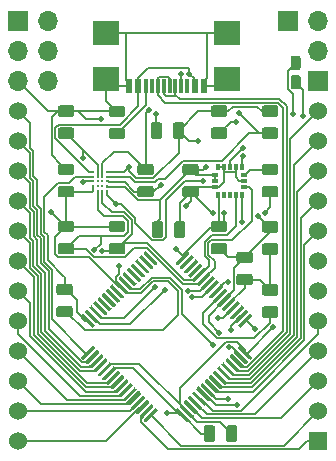
<source format=gtl>
G04 #@! TF.GenerationSoftware,KiCad,Pcbnew,(5.1.5)-3*
G04 #@! TF.CreationDate,2020-02-07T15:38:24-08:00*
G04 #@! TF.ProjectId,pcb,7063622e-6b69-4636-9164-5f7063625858,v1.1*
G04 #@! TF.SameCoordinates,Original*
G04 #@! TF.FileFunction,Copper,L1,Top*
G04 #@! TF.FilePolarity,Positive*
%FSLAX46Y46*%
G04 Gerber Fmt 4.6, Leading zero omitted, Abs format (unit mm)*
G04 Created by KiCad (PCBNEW (5.1.5)-3) date 2020-02-07 15:38:24*
%MOMM*%
%LPD*%
G04 APERTURE LIST*
%ADD10C,1.524000*%
%ADD11R,1.524000X1.524000*%
%ADD12C,0.100000*%
%ADD13O,1.700000X1.700000*%
%ADD14R,1.700000X1.700000*%
%ADD15R,0.600000X1.150000*%
%ADD16R,0.300000X1.150000*%
%ADD17R,2.180000X2.000000*%
%ADD18R,0.350000X0.530000*%
%ADD19R,0.530000X0.350000*%
%ADD20C,0.226000*%
%ADD21C,0.508000*%
%ADD22C,0.152400*%
G04 APERTURE END LIST*
D10*
X129032000Y-124968000D03*
X129032000Y-122428000D03*
X129032000Y-119888000D03*
X129032000Y-117348000D03*
X129032000Y-114808000D03*
X129032000Y-112268000D03*
X129032000Y-109728000D03*
X129032000Y-107188000D03*
X129032000Y-104648000D03*
X129032000Y-102108000D03*
X129032000Y-99568000D03*
X129032000Y-97028000D03*
X154432000Y-97028000D03*
X154432000Y-99568000D03*
X154432000Y-102108000D03*
X154432000Y-104648000D03*
X154432000Y-107188000D03*
X154432000Y-109728000D03*
X154432000Y-112268000D03*
X154432000Y-114808000D03*
X154432000Y-117348000D03*
X154432000Y-119888000D03*
X154432000Y-122428000D03*
D11*
X154432000Y-124968000D03*
G04 #@! TA.AperFunction,SMDPad,CuDef*
D12*
G36*
X150848142Y-106350674D02*
G01*
X150871803Y-106354184D01*
X150895007Y-106359996D01*
X150917529Y-106368054D01*
X150939153Y-106378282D01*
X150959670Y-106390579D01*
X150978883Y-106404829D01*
X150996607Y-106420893D01*
X151012671Y-106438617D01*
X151026921Y-106457830D01*
X151039218Y-106478347D01*
X151049446Y-106499971D01*
X151057504Y-106522493D01*
X151063316Y-106545697D01*
X151066826Y-106569358D01*
X151068000Y-106593250D01*
X151068000Y-107080750D01*
X151066826Y-107104642D01*
X151063316Y-107128303D01*
X151057504Y-107151507D01*
X151049446Y-107174029D01*
X151039218Y-107195653D01*
X151026921Y-107216170D01*
X151012671Y-107235383D01*
X150996607Y-107253107D01*
X150978883Y-107269171D01*
X150959670Y-107283421D01*
X150939153Y-107295718D01*
X150917529Y-107305946D01*
X150895007Y-107314004D01*
X150871803Y-107319816D01*
X150848142Y-107323326D01*
X150824250Y-107324500D01*
X149911750Y-107324500D01*
X149887858Y-107323326D01*
X149864197Y-107319816D01*
X149840993Y-107314004D01*
X149818471Y-107305946D01*
X149796847Y-107295718D01*
X149776330Y-107283421D01*
X149757117Y-107269171D01*
X149739393Y-107253107D01*
X149723329Y-107235383D01*
X149709079Y-107216170D01*
X149696782Y-107195653D01*
X149686554Y-107174029D01*
X149678496Y-107151507D01*
X149672684Y-107128303D01*
X149669174Y-107104642D01*
X149668000Y-107080750D01*
X149668000Y-106593250D01*
X149669174Y-106569358D01*
X149672684Y-106545697D01*
X149678496Y-106522493D01*
X149686554Y-106499971D01*
X149696782Y-106478347D01*
X149709079Y-106457830D01*
X149723329Y-106438617D01*
X149739393Y-106420893D01*
X149757117Y-106404829D01*
X149776330Y-106390579D01*
X149796847Y-106378282D01*
X149818471Y-106368054D01*
X149840993Y-106359996D01*
X149864197Y-106354184D01*
X149887858Y-106350674D01*
X149911750Y-106349500D01*
X150824250Y-106349500D01*
X150848142Y-106350674D01*
G37*
G04 #@! TD.AperFunction*
G04 #@! TA.AperFunction,SMDPad,CuDef*
G36*
X150848142Y-108225674D02*
G01*
X150871803Y-108229184D01*
X150895007Y-108234996D01*
X150917529Y-108243054D01*
X150939153Y-108253282D01*
X150959670Y-108265579D01*
X150978883Y-108279829D01*
X150996607Y-108295893D01*
X151012671Y-108313617D01*
X151026921Y-108332830D01*
X151039218Y-108353347D01*
X151049446Y-108374971D01*
X151057504Y-108397493D01*
X151063316Y-108420697D01*
X151066826Y-108444358D01*
X151068000Y-108468250D01*
X151068000Y-108955750D01*
X151066826Y-108979642D01*
X151063316Y-109003303D01*
X151057504Y-109026507D01*
X151049446Y-109049029D01*
X151039218Y-109070653D01*
X151026921Y-109091170D01*
X151012671Y-109110383D01*
X150996607Y-109128107D01*
X150978883Y-109144171D01*
X150959670Y-109158421D01*
X150939153Y-109170718D01*
X150917529Y-109180946D01*
X150895007Y-109189004D01*
X150871803Y-109194816D01*
X150848142Y-109198326D01*
X150824250Y-109199500D01*
X149911750Y-109199500D01*
X149887858Y-109198326D01*
X149864197Y-109194816D01*
X149840993Y-109189004D01*
X149818471Y-109180946D01*
X149796847Y-109170718D01*
X149776330Y-109158421D01*
X149757117Y-109144171D01*
X149739393Y-109128107D01*
X149723329Y-109110383D01*
X149709079Y-109091170D01*
X149696782Y-109070653D01*
X149686554Y-109049029D01*
X149678496Y-109026507D01*
X149672684Y-109003303D01*
X149669174Y-108979642D01*
X149668000Y-108955750D01*
X149668000Y-108468250D01*
X149669174Y-108444358D01*
X149672684Y-108420697D01*
X149678496Y-108397493D01*
X149686554Y-108374971D01*
X149696782Y-108353347D01*
X149709079Y-108332830D01*
X149723329Y-108313617D01*
X149739393Y-108295893D01*
X149757117Y-108279829D01*
X149776330Y-108265579D01*
X149796847Y-108253282D01*
X149818471Y-108243054D01*
X149840993Y-108234996D01*
X149864197Y-108229184D01*
X149887858Y-108225674D01*
X149911750Y-108224500D01*
X150824250Y-108224500D01*
X150848142Y-108225674D01*
G37*
G04 #@! TD.AperFunction*
G04 #@! TA.AperFunction,SMDPad,CuDef*
G36*
X148689142Y-108939174D02*
G01*
X148712803Y-108942684D01*
X148736007Y-108948496D01*
X148758529Y-108956554D01*
X148780153Y-108966782D01*
X148800670Y-108979079D01*
X148819883Y-108993329D01*
X148837607Y-109009393D01*
X148853671Y-109027117D01*
X148867921Y-109046330D01*
X148880218Y-109066847D01*
X148890446Y-109088471D01*
X148898504Y-109110993D01*
X148904316Y-109134197D01*
X148907826Y-109157858D01*
X148909000Y-109181750D01*
X148909000Y-109669250D01*
X148907826Y-109693142D01*
X148904316Y-109716803D01*
X148898504Y-109740007D01*
X148890446Y-109762529D01*
X148880218Y-109784153D01*
X148867921Y-109804670D01*
X148853671Y-109823883D01*
X148837607Y-109841607D01*
X148819883Y-109857671D01*
X148800670Y-109871921D01*
X148780153Y-109884218D01*
X148758529Y-109894446D01*
X148736007Y-109902504D01*
X148712803Y-109908316D01*
X148689142Y-109911826D01*
X148665250Y-109913000D01*
X147752750Y-109913000D01*
X147728858Y-109911826D01*
X147705197Y-109908316D01*
X147681993Y-109902504D01*
X147659471Y-109894446D01*
X147637847Y-109884218D01*
X147617330Y-109871921D01*
X147598117Y-109857671D01*
X147580393Y-109841607D01*
X147564329Y-109823883D01*
X147550079Y-109804670D01*
X147537782Y-109784153D01*
X147527554Y-109762529D01*
X147519496Y-109740007D01*
X147513684Y-109716803D01*
X147510174Y-109693142D01*
X147509000Y-109669250D01*
X147509000Y-109181750D01*
X147510174Y-109157858D01*
X147513684Y-109134197D01*
X147519496Y-109110993D01*
X147527554Y-109088471D01*
X147537782Y-109066847D01*
X147550079Y-109046330D01*
X147564329Y-109027117D01*
X147580393Y-109009393D01*
X147598117Y-108993329D01*
X147617330Y-108979079D01*
X147637847Y-108966782D01*
X147659471Y-108956554D01*
X147681993Y-108948496D01*
X147705197Y-108942684D01*
X147728858Y-108939174D01*
X147752750Y-108938000D01*
X148665250Y-108938000D01*
X148689142Y-108939174D01*
G37*
G04 #@! TD.AperFunction*
G04 #@! TA.AperFunction,SMDPad,CuDef*
G36*
X148689142Y-110814174D02*
G01*
X148712803Y-110817684D01*
X148736007Y-110823496D01*
X148758529Y-110831554D01*
X148780153Y-110841782D01*
X148800670Y-110854079D01*
X148819883Y-110868329D01*
X148837607Y-110884393D01*
X148853671Y-110902117D01*
X148867921Y-110921330D01*
X148880218Y-110941847D01*
X148890446Y-110963471D01*
X148898504Y-110985993D01*
X148904316Y-111009197D01*
X148907826Y-111032858D01*
X148909000Y-111056750D01*
X148909000Y-111544250D01*
X148907826Y-111568142D01*
X148904316Y-111591803D01*
X148898504Y-111615007D01*
X148890446Y-111637529D01*
X148880218Y-111659153D01*
X148867921Y-111679670D01*
X148853671Y-111698883D01*
X148837607Y-111716607D01*
X148819883Y-111732671D01*
X148800670Y-111746921D01*
X148780153Y-111759218D01*
X148758529Y-111769446D01*
X148736007Y-111777504D01*
X148712803Y-111783316D01*
X148689142Y-111786826D01*
X148665250Y-111788000D01*
X147752750Y-111788000D01*
X147728858Y-111786826D01*
X147705197Y-111783316D01*
X147681993Y-111777504D01*
X147659471Y-111769446D01*
X147637847Y-111759218D01*
X147617330Y-111746921D01*
X147598117Y-111732671D01*
X147580393Y-111716607D01*
X147564329Y-111698883D01*
X147550079Y-111679670D01*
X147537782Y-111659153D01*
X147527554Y-111637529D01*
X147519496Y-111615007D01*
X147513684Y-111591803D01*
X147510174Y-111568142D01*
X147509000Y-111544250D01*
X147509000Y-111056750D01*
X147510174Y-111032858D01*
X147513684Y-111009197D01*
X147519496Y-110985993D01*
X147527554Y-110963471D01*
X147537782Y-110941847D01*
X147550079Y-110921330D01*
X147564329Y-110902117D01*
X147580393Y-110884393D01*
X147598117Y-110868329D01*
X147617330Y-110854079D01*
X147637847Y-110841782D01*
X147659471Y-110831554D01*
X147681993Y-110823496D01*
X147705197Y-110817684D01*
X147728858Y-110814174D01*
X147752750Y-110813000D01*
X148665250Y-110813000D01*
X148689142Y-110814174D01*
G37*
G04 #@! TD.AperFunction*
G04 #@! TA.AperFunction,SMDPad,CuDef*
G36*
X147382142Y-123634174D02*
G01*
X147405803Y-123637684D01*
X147429007Y-123643496D01*
X147451529Y-123651554D01*
X147473153Y-123661782D01*
X147493670Y-123674079D01*
X147512883Y-123688329D01*
X147530607Y-123704393D01*
X147546671Y-123722117D01*
X147560921Y-123741330D01*
X147573218Y-123761847D01*
X147583446Y-123783471D01*
X147591504Y-123805993D01*
X147597316Y-123829197D01*
X147600826Y-123852858D01*
X147602000Y-123876750D01*
X147602000Y-124789250D01*
X147600826Y-124813142D01*
X147597316Y-124836803D01*
X147591504Y-124860007D01*
X147583446Y-124882529D01*
X147573218Y-124904153D01*
X147560921Y-124924670D01*
X147546671Y-124943883D01*
X147530607Y-124961607D01*
X147512883Y-124977671D01*
X147493670Y-124991921D01*
X147473153Y-125004218D01*
X147451529Y-125014446D01*
X147429007Y-125022504D01*
X147405803Y-125028316D01*
X147382142Y-125031826D01*
X147358250Y-125033000D01*
X146870750Y-125033000D01*
X146846858Y-125031826D01*
X146823197Y-125028316D01*
X146799993Y-125022504D01*
X146777471Y-125014446D01*
X146755847Y-125004218D01*
X146735330Y-124991921D01*
X146716117Y-124977671D01*
X146698393Y-124961607D01*
X146682329Y-124943883D01*
X146668079Y-124924670D01*
X146655782Y-124904153D01*
X146645554Y-124882529D01*
X146637496Y-124860007D01*
X146631684Y-124836803D01*
X146628174Y-124813142D01*
X146627000Y-124789250D01*
X146627000Y-123876750D01*
X146628174Y-123852858D01*
X146631684Y-123829197D01*
X146637496Y-123805993D01*
X146645554Y-123783471D01*
X146655782Y-123761847D01*
X146668079Y-123741330D01*
X146682329Y-123722117D01*
X146698393Y-123704393D01*
X146716117Y-123688329D01*
X146735330Y-123674079D01*
X146755847Y-123661782D01*
X146777471Y-123651554D01*
X146799993Y-123643496D01*
X146823197Y-123637684D01*
X146846858Y-123634174D01*
X146870750Y-123633000D01*
X147358250Y-123633000D01*
X147382142Y-123634174D01*
G37*
G04 #@! TD.AperFunction*
G04 #@! TA.AperFunction,SMDPad,CuDef*
G36*
X145507142Y-123634174D02*
G01*
X145530803Y-123637684D01*
X145554007Y-123643496D01*
X145576529Y-123651554D01*
X145598153Y-123661782D01*
X145618670Y-123674079D01*
X145637883Y-123688329D01*
X145655607Y-123704393D01*
X145671671Y-123722117D01*
X145685921Y-123741330D01*
X145698218Y-123761847D01*
X145708446Y-123783471D01*
X145716504Y-123805993D01*
X145722316Y-123829197D01*
X145725826Y-123852858D01*
X145727000Y-123876750D01*
X145727000Y-124789250D01*
X145725826Y-124813142D01*
X145722316Y-124836803D01*
X145716504Y-124860007D01*
X145708446Y-124882529D01*
X145698218Y-124904153D01*
X145685921Y-124924670D01*
X145671671Y-124943883D01*
X145655607Y-124961607D01*
X145637883Y-124977671D01*
X145618670Y-124991921D01*
X145598153Y-125004218D01*
X145576529Y-125014446D01*
X145554007Y-125022504D01*
X145530803Y-125028316D01*
X145507142Y-125031826D01*
X145483250Y-125033000D01*
X144995750Y-125033000D01*
X144971858Y-125031826D01*
X144948197Y-125028316D01*
X144924993Y-125022504D01*
X144902471Y-125014446D01*
X144880847Y-125004218D01*
X144860330Y-124991921D01*
X144841117Y-124977671D01*
X144823393Y-124961607D01*
X144807329Y-124943883D01*
X144793079Y-124924670D01*
X144780782Y-124904153D01*
X144770554Y-124882529D01*
X144762496Y-124860007D01*
X144756684Y-124836803D01*
X144753174Y-124813142D01*
X144752000Y-124789250D01*
X144752000Y-123876750D01*
X144753174Y-123852858D01*
X144756684Y-123829197D01*
X144762496Y-123805993D01*
X144770554Y-123783471D01*
X144780782Y-123761847D01*
X144793079Y-123741330D01*
X144807329Y-123722117D01*
X144823393Y-123704393D01*
X144841117Y-123688329D01*
X144860330Y-123674079D01*
X144880847Y-123661782D01*
X144902471Y-123651554D01*
X144924993Y-123643496D01*
X144948197Y-123637684D01*
X144971858Y-123634174D01*
X144995750Y-123633000D01*
X145483250Y-123633000D01*
X145507142Y-123634174D01*
G37*
G04 #@! TD.AperFunction*
G04 #@! TA.AperFunction,SMDPad,CuDef*
G36*
X150848142Y-103369674D02*
G01*
X150871803Y-103373184D01*
X150895007Y-103378996D01*
X150917529Y-103387054D01*
X150939153Y-103397282D01*
X150959670Y-103409579D01*
X150978883Y-103423829D01*
X150996607Y-103439893D01*
X151012671Y-103457617D01*
X151026921Y-103476830D01*
X151039218Y-103497347D01*
X151049446Y-103518971D01*
X151057504Y-103541493D01*
X151063316Y-103564697D01*
X151066826Y-103588358D01*
X151068000Y-103612250D01*
X151068000Y-104099750D01*
X151066826Y-104123642D01*
X151063316Y-104147303D01*
X151057504Y-104170507D01*
X151049446Y-104193029D01*
X151039218Y-104214653D01*
X151026921Y-104235170D01*
X151012671Y-104254383D01*
X150996607Y-104272107D01*
X150978883Y-104288171D01*
X150959670Y-104302421D01*
X150939153Y-104314718D01*
X150917529Y-104324946D01*
X150895007Y-104333004D01*
X150871803Y-104338816D01*
X150848142Y-104342326D01*
X150824250Y-104343500D01*
X149911750Y-104343500D01*
X149887858Y-104342326D01*
X149864197Y-104338816D01*
X149840993Y-104333004D01*
X149818471Y-104324946D01*
X149796847Y-104314718D01*
X149776330Y-104302421D01*
X149757117Y-104288171D01*
X149739393Y-104272107D01*
X149723329Y-104254383D01*
X149709079Y-104235170D01*
X149696782Y-104214653D01*
X149686554Y-104193029D01*
X149678496Y-104170507D01*
X149672684Y-104147303D01*
X149669174Y-104123642D01*
X149668000Y-104099750D01*
X149668000Y-103612250D01*
X149669174Y-103588358D01*
X149672684Y-103564697D01*
X149678496Y-103541493D01*
X149686554Y-103518971D01*
X149696782Y-103497347D01*
X149709079Y-103476830D01*
X149723329Y-103457617D01*
X149739393Y-103439893D01*
X149757117Y-103423829D01*
X149776330Y-103409579D01*
X149796847Y-103397282D01*
X149818471Y-103387054D01*
X149840993Y-103378996D01*
X149864197Y-103373184D01*
X149887858Y-103369674D01*
X149911750Y-103368500D01*
X150824250Y-103368500D01*
X150848142Y-103369674D01*
G37*
G04 #@! TD.AperFunction*
G04 #@! TA.AperFunction,SMDPad,CuDef*
G36*
X150848142Y-101494674D02*
G01*
X150871803Y-101498184D01*
X150895007Y-101503996D01*
X150917529Y-101512054D01*
X150939153Y-101522282D01*
X150959670Y-101534579D01*
X150978883Y-101548829D01*
X150996607Y-101564893D01*
X151012671Y-101582617D01*
X151026921Y-101601830D01*
X151039218Y-101622347D01*
X151049446Y-101643971D01*
X151057504Y-101666493D01*
X151063316Y-101689697D01*
X151066826Y-101713358D01*
X151068000Y-101737250D01*
X151068000Y-102224750D01*
X151066826Y-102248642D01*
X151063316Y-102272303D01*
X151057504Y-102295507D01*
X151049446Y-102318029D01*
X151039218Y-102339653D01*
X151026921Y-102360170D01*
X151012671Y-102379383D01*
X150996607Y-102397107D01*
X150978883Y-102413171D01*
X150959670Y-102427421D01*
X150939153Y-102439718D01*
X150917529Y-102449946D01*
X150895007Y-102458004D01*
X150871803Y-102463816D01*
X150848142Y-102467326D01*
X150824250Y-102468500D01*
X149911750Y-102468500D01*
X149887858Y-102467326D01*
X149864197Y-102463816D01*
X149840993Y-102458004D01*
X149818471Y-102449946D01*
X149796847Y-102439718D01*
X149776330Y-102427421D01*
X149757117Y-102413171D01*
X149739393Y-102397107D01*
X149723329Y-102379383D01*
X149709079Y-102360170D01*
X149696782Y-102339653D01*
X149686554Y-102318029D01*
X149678496Y-102295507D01*
X149672684Y-102272303D01*
X149669174Y-102248642D01*
X149668000Y-102224750D01*
X149668000Y-101737250D01*
X149669174Y-101713358D01*
X149672684Y-101689697D01*
X149678496Y-101666493D01*
X149686554Y-101643971D01*
X149696782Y-101622347D01*
X149709079Y-101601830D01*
X149723329Y-101582617D01*
X149739393Y-101564893D01*
X149757117Y-101548829D01*
X149776330Y-101534579D01*
X149796847Y-101522282D01*
X149818471Y-101512054D01*
X149840993Y-101503996D01*
X149864197Y-101498184D01*
X149887858Y-101494674D01*
X149911750Y-101493500D01*
X150824250Y-101493500D01*
X150848142Y-101494674D01*
G37*
G04 #@! TD.AperFunction*
G04 #@! TA.AperFunction,SMDPad,CuDef*
G36*
X140307142Y-103369674D02*
G01*
X140330803Y-103373184D01*
X140354007Y-103378996D01*
X140376529Y-103387054D01*
X140398153Y-103397282D01*
X140418670Y-103409579D01*
X140437883Y-103423829D01*
X140455607Y-103439893D01*
X140471671Y-103457617D01*
X140485921Y-103476830D01*
X140498218Y-103497347D01*
X140508446Y-103518971D01*
X140516504Y-103541493D01*
X140522316Y-103564697D01*
X140525826Y-103588358D01*
X140527000Y-103612250D01*
X140527000Y-104099750D01*
X140525826Y-104123642D01*
X140522316Y-104147303D01*
X140516504Y-104170507D01*
X140508446Y-104193029D01*
X140498218Y-104214653D01*
X140485921Y-104235170D01*
X140471671Y-104254383D01*
X140455607Y-104272107D01*
X140437883Y-104288171D01*
X140418670Y-104302421D01*
X140398153Y-104314718D01*
X140376529Y-104324946D01*
X140354007Y-104333004D01*
X140330803Y-104338816D01*
X140307142Y-104342326D01*
X140283250Y-104343500D01*
X139370750Y-104343500D01*
X139346858Y-104342326D01*
X139323197Y-104338816D01*
X139299993Y-104333004D01*
X139277471Y-104324946D01*
X139255847Y-104314718D01*
X139235330Y-104302421D01*
X139216117Y-104288171D01*
X139198393Y-104272107D01*
X139182329Y-104254383D01*
X139168079Y-104235170D01*
X139155782Y-104214653D01*
X139145554Y-104193029D01*
X139137496Y-104170507D01*
X139131684Y-104147303D01*
X139128174Y-104123642D01*
X139127000Y-104099750D01*
X139127000Y-103612250D01*
X139128174Y-103588358D01*
X139131684Y-103564697D01*
X139137496Y-103541493D01*
X139145554Y-103518971D01*
X139155782Y-103497347D01*
X139168079Y-103476830D01*
X139182329Y-103457617D01*
X139198393Y-103439893D01*
X139216117Y-103423829D01*
X139235330Y-103409579D01*
X139255847Y-103397282D01*
X139277471Y-103387054D01*
X139299993Y-103378996D01*
X139323197Y-103373184D01*
X139346858Y-103369674D01*
X139370750Y-103368500D01*
X140283250Y-103368500D01*
X140307142Y-103369674D01*
G37*
G04 #@! TD.AperFunction*
G04 #@! TA.AperFunction,SMDPad,CuDef*
G36*
X140307142Y-101494674D02*
G01*
X140330803Y-101498184D01*
X140354007Y-101503996D01*
X140376529Y-101512054D01*
X140398153Y-101522282D01*
X140418670Y-101534579D01*
X140437883Y-101548829D01*
X140455607Y-101564893D01*
X140471671Y-101582617D01*
X140485921Y-101601830D01*
X140498218Y-101622347D01*
X140508446Y-101643971D01*
X140516504Y-101666493D01*
X140522316Y-101689697D01*
X140525826Y-101713358D01*
X140527000Y-101737250D01*
X140527000Y-102224750D01*
X140525826Y-102248642D01*
X140522316Y-102272303D01*
X140516504Y-102295507D01*
X140508446Y-102318029D01*
X140498218Y-102339653D01*
X140485921Y-102360170D01*
X140471671Y-102379383D01*
X140455607Y-102397107D01*
X140437883Y-102413171D01*
X140418670Y-102427421D01*
X140398153Y-102439718D01*
X140376529Y-102449946D01*
X140354007Y-102458004D01*
X140330803Y-102463816D01*
X140307142Y-102467326D01*
X140283250Y-102468500D01*
X139370750Y-102468500D01*
X139346858Y-102467326D01*
X139323197Y-102463816D01*
X139299993Y-102458004D01*
X139277471Y-102449946D01*
X139255847Y-102439718D01*
X139235330Y-102427421D01*
X139216117Y-102413171D01*
X139198393Y-102397107D01*
X139182329Y-102379383D01*
X139168079Y-102360170D01*
X139155782Y-102339653D01*
X139145554Y-102318029D01*
X139137496Y-102295507D01*
X139131684Y-102272303D01*
X139128174Y-102248642D01*
X139127000Y-102224750D01*
X139127000Y-101737250D01*
X139128174Y-101713358D01*
X139131684Y-101689697D01*
X139137496Y-101666493D01*
X139145554Y-101643971D01*
X139155782Y-101622347D01*
X139168079Y-101601830D01*
X139182329Y-101582617D01*
X139198393Y-101564893D01*
X139216117Y-101548829D01*
X139235330Y-101534579D01*
X139255847Y-101522282D01*
X139277471Y-101512054D01*
X139299993Y-101503996D01*
X139323197Y-101498184D01*
X139346858Y-101494674D01*
X139370750Y-101493500D01*
X140283250Y-101493500D01*
X140307142Y-101494674D01*
G37*
G04 #@! TD.AperFunction*
G04 #@! TA.AperFunction,SMDPad,CuDef*
G36*
X142985642Y-106362174D02*
G01*
X143009303Y-106365684D01*
X143032507Y-106371496D01*
X143055029Y-106379554D01*
X143076653Y-106389782D01*
X143097170Y-106402079D01*
X143116383Y-106416329D01*
X143134107Y-106432393D01*
X143150171Y-106450117D01*
X143164421Y-106469330D01*
X143176718Y-106489847D01*
X143186946Y-106511471D01*
X143195004Y-106533993D01*
X143200816Y-106557197D01*
X143204326Y-106580858D01*
X143205500Y-106604750D01*
X143205500Y-107517250D01*
X143204326Y-107541142D01*
X143200816Y-107564803D01*
X143195004Y-107588007D01*
X143186946Y-107610529D01*
X143176718Y-107632153D01*
X143164421Y-107652670D01*
X143150171Y-107671883D01*
X143134107Y-107689607D01*
X143116383Y-107705671D01*
X143097170Y-107719921D01*
X143076653Y-107732218D01*
X143055029Y-107742446D01*
X143032507Y-107750504D01*
X143009303Y-107756316D01*
X142985642Y-107759826D01*
X142961750Y-107761000D01*
X142474250Y-107761000D01*
X142450358Y-107759826D01*
X142426697Y-107756316D01*
X142403493Y-107750504D01*
X142380971Y-107742446D01*
X142359347Y-107732218D01*
X142338830Y-107719921D01*
X142319617Y-107705671D01*
X142301893Y-107689607D01*
X142285829Y-107671883D01*
X142271579Y-107652670D01*
X142259282Y-107632153D01*
X142249054Y-107610529D01*
X142240996Y-107588007D01*
X142235184Y-107564803D01*
X142231674Y-107541142D01*
X142230500Y-107517250D01*
X142230500Y-106604750D01*
X142231674Y-106580858D01*
X142235184Y-106557197D01*
X142240996Y-106533993D01*
X142249054Y-106511471D01*
X142259282Y-106489847D01*
X142271579Y-106469330D01*
X142285829Y-106450117D01*
X142301893Y-106432393D01*
X142319617Y-106416329D01*
X142338830Y-106402079D01*
X142359347Y-106389782D01*
X142380971Y-106379554D01*
X142403493Y-106371496D01*
X142426697Y-106365684D01*
X142450358Y-106362174D01*
X142474250Y-106361000D01*
X142961750Y-106361000D01*
X142985642Y-106362174D01*
G37*
G04 #@! TD.AperFunction*
G04 #@! TA.AperFunction,SMDPad,CuDef*
G36*
X141110642Y-106362174D02*
G01*
X141134303Y-106365684D01*
X141157507Y-106371496D01*
X141180029Y-106379554D01*
X141201653Y-106389782D01*
X141222170Y-106402079D01*
X141241383Y-106416329D01*
X141259107Y-106432393D01*
X141275171Y-106450117D01*
X141289421Y-106469330D01*
X141301718Y-106489847D01*
X141311946Y-106511471D01*
X141320004Y-106533993D01*
X141325816Y-106557197D01*
X141329326Y-106580858D01*
X141330500Y-106604750D01*
X141330500Y-107517250D01*
X141329326Y-107541142D01*
X141325816Y-107564803D01*
X141320004Y-107588007D01*
X141311946Y-107610529D01*
X141301718Y-107632153D01*
X141289421Y-107652670D01*
X141275171Y-107671883D01*
X141259107Y-107689607D01*
X141241383Y-107705671D01*
X141222170Y-107719921D01*
X141201653Y-107732218D01*
X141180029Y-107742446D01*
X141157507Y-107750504D01*
X141134303Y-107756316D01*
X141110642Y-107759826D01*
X141086750Y-107761000D01*
X140599250Y-107761000D01*
X140575358Y-107759826D01*
X140551697Y-107756316D01*
X140528493Y-107750504D01*
X140505971Y-107742446D01*
X140484347Y-107732218D01*
X140463830Y-107719921D01*
X140444617Y-107705671D01*
X140426893Y-107689607D01*
X140410829Y-107671883D01*
X140396579Y-107652670D01*
X140384282Y-107632153D01*
X140374054Y-107610529D01*
X140365996Y-107588007D01*
X140360184Y-107564803D01*
X140356674Y-107541142D01*
X140355500Y-107517250D01*
X140355500Y-106604750D01*
X140356674Y-106580858D01*
X140360184Y-106557197D01*
X140365996Y-106533993D01*
X140374054Y-106511471D01*
X140384282Y-106489847D01*
X140396579Y-106469330D01*
X140410829Y-106450117D01*
X140426893Y-106432393D01*
X140444617Y-106416329D01*
X140463830Y-106402079D01*
X140484347Y-106389782D01*
X140505971Y-106379554D01*
X140528493Y-106371496D01*
X140551697Y-106365684D01*
X140575358Y-106362174D01*
X140599250Y-106361000D01*
X141086750Y-106361000D01*
X141110642Y-106362174D01*
G37*
G04 #@! TD.AperFunction*
G04 #@! TA.AperFunction,SMDPad,CuDef*
G36*
X137894142Y-98446674D02*
G01*
X137917803Y-98450184D01*
X137941007Y-98455996D01*
X137963529Y-98464054D01*
X137985153Y-98474282D01*
X138005670Y-98486579D01*
X138024883Y-98500829D01*
X138042607Y-98516893D01*
X138058671Y-98534617D01*
X138072921Y-98553830D01*
X138085218Y-98574347D01*
X138095446Y-98595971D01*
X138103504Y-98618493D01*
X138109316Y-98641697D01*
X138112826Y-98665358D01*
X138114000Y-98689250D01*
X138114000Y-99176750D01*
X138112826Y-99200642D01*
X138109316Y-99224303D01*
X138103504Y-99247507D01*
X138095446Y-99270029D01*
X138085218Y-99291653D01*
X138072921Y-99312170D01*
X138058671Y-99331383D01*
X138042607Y-99349107D01*
X138024883Y-99365171D01*
X138005670Y-99379421D01*
X137985153Y-99391718D01*
X137963529Y-99401946D01*
X137941007Y-99410004D01*
X137917803Y-99415816D01*
X137894142Y-99419326D01*
X137870250Y-99420500D01*
X136957750Y-99420500D01*
X136933858Y-99419326D01*
X136910197Y-99415816D01*
X136886993Y-99410004D01*
X136864471Y-99401946D01*
X136842847Y-99391718D01*
X136822330Y-99379421D01*
X136803117Y-99365171D01*
X136785393Y-99349107D01*
X136769329Y-99331383D01*
X136755079Y-99312170D01*
X136742782Y-99291653D01*
X136732554Y-99270029D01*
X136724496Y-99247507D01*
X136718684Y-99224303D01*
X136715174Y-99200642D01*
X136714000Y-99176750D01*
X136714000Y-98689250D01*
X136715174Y-98665358D01*
X136718684Y-98641697D01*
X136724496Y-98618493D01*
X136732554Y-98595971D01*
X136742782Y-98574347D01*
X136755079Y-98553830D01*
X136769329Y-98534617D01*
X136785393Y-98516893D01*
X136803117Y-98500829D01*
X136822330Y-98486579D01*
X136842847Y-98474282D01*
X136864471Y-98464054D01*
X136886993Y-98455996D01*
X136910197Y-98450184D01*
X136933858Y-98446674D01*
X136957750Y-98445500D01*
X137870250Y-98445500D01*
X137894142Y-98446674D01*
G37*
G04 #@! TD.AperFunction*
G04 #@! TA.AperFunction,SMDPad,CuDef*
G36*
X137894142Y-96571674D02*
G01*
X137917803Y-96575184D01*
X137941007Y-96580996D01*
X137963529Y-96589054D01*
X137985153Y-96599282D01*
X138005670Y-96611579D01*
X138024883Y-96625829D01*
X138042607Y-96641893D01*
X138058671Y-96659617D01*
X138072921Y-96678830D01*
X138085218Y-96699347D01*
X138095446Y-96720971D01*
X138103504Y-96743493D01*
X138109316Y-96766697D01*
X138112826Y-96790358D01*
X138114000Y-96814250D01*
X138114000Y-97301750D01*
X138112826Y-97325642D01*
X138109316Y-97349303D01*
X138103504Y-97372507D01*
X138095446Y-97395029D01*
X138085218Y-97416653D01*
X138072921Y-97437170D01*
X138058671Y-97456383D01*
X138042607Y-97474107D01*
X138024883Y-97490171D01*
X138005670Y-97504421D01*
X137985153Y-97516718D01*
X137963529Y-97526946D01*
X137941007Y-97535004D01*
X137917803Y-97540816D01*
X137894142Y-97544326D01*
X137870250Y-97545500D01*
X136957750Y-97545500D01*
X136933858Y-97544326D01*
X136910197Y-97540816D01*
X136886993Y-97535004D01*
X136864471Y-97526946D01*
X136842847Y-97516718D01*
X136822330Y-97504421D01*
X136803117Y-97490171D01*
X136785393Y-97474107D01*
X136769329Y-97456383D01*
X136755079Y-97437170D01*
X136742782Y-97416653D01*
X136732554Y-97395029D01*
X136724496Y-97372507D01*
X136718684Y-97349303D01*
X136715174Y-97325642D01*
X136714000Y-97301750D01*
X136714000Y-96814250D01*
X136715174Y-96790358D01*
X136718684Y-96766697D01*
X136724496Y-96743493D01*
X136732554Y-96720971D01*
X136742782Y-96699347D01*
X136755079Y-96678830D01*
X136769329Y-96659617D01*
X136785393Y-96641893D01*
X136803117Y-96625829D01*
X136822330Y-96611579D01*
X136842847Y-96599282D01*
X136864471Y-96589054D01*
X136886993Y-96580996D01*
X136910197Y-96575184D01*
X136933858Y-96571674D01*
X136957750Y-96570500D01*
X137870250Y-96570500D01*
X137894142Y-96571674D01*
G37*
G04 #@! TD.AperFunction*
G04 #@! TA.AperFunction,SMDPad,CuDef*
G36*
X144117142Y-101494674D02*
G01*
X144140803Y-101498184D01*
X144164007Y-101503996D01*
X144186529Y-101512054D01*
X144208153Y-101522282D01*
X144228670Y-101534579D01*
X144247883Y-101548829D01*
X144265607Y-101564893D01*
X144281671Y-101582617D01*
X144295921Y-101601830D01*
X144308218Y-101622347D01*
X144318446Y-101643971D01*
X144326504Y-101666493D01*
X144332316Y-101689697D01*
X144335826Y-101713358D01*
X144337000Y-101737250D01*
X144337000Y-102224750D01*
X144335826Y-102248642D01*
X144332316Y-102272303D01*
X144326504Y-102295507D01*
X144318446Y-102318029D01*
X144308218Y-102339653D01*
X144295921Y-102360170D01*
X144281671Y-102379383D01*
X144265607Y-102397107D01*
X144247883Y-102413171D01*
X144228670Y-102427421D01*
X144208153Y-102439718D01*
X144186529Y-102449946D01*
X144164007Y-102458004D01*
X144140803Y-102463816D01*
X144117142Y-102467326D01*
X144093250Y-102468500D01*
X143180750Y-102468500D01*
X143156858Y-102467326D01*
X143133197Y-102463816D01*
X143109993Y-102458004D01*
X143087471Y-102449946D01*
X143065847Y-102439718D01*
X143045330Y-102427421D01*
X143026117Y-102413171D01*
X143008393Y-102397107D01*
X142992329Y-102379383D01*
X142978079Y-102360170D01*
X142965782Y-102339653D01*
X142955554Y-102318029D01*
X142947496Y-102295507D01*
X142941684Y-102272303D01*
X142938174Y-102248642D01*
X142937000Y-102224750D01*
X142937000Y-101737250D01*
X142938174Y-101713358D01*
X142941684Y-101689697D01*
X142947496Y-101666493D01*
X142955554Y-101643971D01*
X142965782Y-101622347D01*
X142978079Y-101601830D01*
X142992329Y-101582617D01*
X143008393Y-101564893D01*
X143026117Y-101548829D01*
X143045330Y-101534579D01*
X143065847Y-101522282D01*
X143087471Y-101512054D01*
X143109993Y-101503996D01*
X143133197Y-101498184D01*
X143156858Y-101494674D01*
X143180750Y-101493500D01*
X144093250Y-101493500D01*
X144117142Y-101494674D01*
G37*
G04 #@! TD.AperFunction*
G04 #@! TA.AperFunction,SMDPad,CuDef*
G36*
X144117142Y-103369674D02*
G01*
X144140803Y-103373184D01*
X144164007Y-103378996D01*
X144186529Y-103387054D01*
X144208153Y-103397282D01*
X144228670Y-103409579D01*
X144247883Y-103423829D01*
X144265607Y-103439893D01*
X144281671Y-103457617D01*
X144295921Y-103476830D01*
X144308218Y-103497347D01*
X144318446Y-103518971D01*
X144326504Y-103541493D01*
X144332316Y-103564697D01*
X144335826Y-103588358D01*
X144337000Y-103612250D01*
X144337000Y-104099750D01*
X144335826Y-104123642D01*
X144332316Y-104147303D01*
X144326504Y-104170507D01*
X144318446Y-104193029D01*
X144308218Y-104214653D01*
X144295921Y-104235170D01*
X144281671Y-104254383D01*
X144265607Y-104272107D01*
X144247883Y-104288171D01*
X144228670Y-104302421D01*
X144208153Y-104314718D01*
X144186529Y-104324946D01*
X144164007Y-104333004D01*
X144140803Y-104338816D01*
X144117142Y-104342326D01*
X144093250Y-104343500D01*
X143180750Y-104343500D01*
X143156858Y-104342326D01*
X143133197Y-104338816D01*
X143109993Y-104333004D01*
X143087471Y-104324946D01*
X143065847Y-104314718D01*
X143045330Y-104302421D01*
X143026117Y-104288171D01*
X143008393Y-104272107D01*
X142992329Y-104254383D01*
X142978079Y-104235170D01*
X142965782Y-104214653D01*
X142955554Y-104193029D01*
X142947496Y-104170507D01*
X142941684Y-104147303D01*
X142938174Y-104123642D01*
X142937000Y-104099750D01*
X142937000Y-103612250D01*
X142938174Y-103588358D01*
X142941684Y-103564697D01*
X142947496Y-103541493D01*
X142955554Y-103518971D01*
X142965782Y-103497347D01*
X142978079Y-103476830D01*
X142992329Y-103457617D01*
X143008393Y-103439893D01*
X143026117Y-103423829D01*
X143045330Y-103409579D01*
X143065847Y-103397282D01*
X143087471Y-103387054D01*
X143109993Y-103378996D01*
X143133197Y-103373184D01*
X143156858Y-103369674D01*
X143180750Y-103368500D01*
X144093250Y-103368500D01*
X144117142Y-103369674D01*
G37*
G04 #@! TD.AperFunction*
G04 #@! TA.AperFunction,SMDPad,CuDef*
G36*
X141013642Y-97980174D02*
G01*
X141037303Y-97983684D01*
X141060507Y-97989496D01*
X141083029Y-97997554D01*
X141104653Y-98007782D01*
X141125170Y-98020079D01*
X141144383Y-98034329D01*
X141162107Y-98050393D01*
X141178171Y-98068117D01*
X141192421Y-98087330D01*
X141204718Y-98107847D01*
X141214946Y-98129471D01*
X141223004Y-98151993D01*
X141228816Y-98175197D01*
X141232326Y-98198858D01*
X141233500Y-98222750D01*
X141233500Y-99135250D01*
X141232326Y-99159142D01*
X141228816Y-99182803D01*
X141223004Y-99206007D01*
X141214946Y-99228529D01*
X141204718Y-99250153D01*
X141192421Y-99270670D01*
X141178171Y-99289883D01*
X141162107Y-99307607D01*
X141144383Y-99323671D01*
X141125170Y-99337921D01*
X141104653Y-99350218D01*
X141083029Y-99360446D01*
X141060507Y-99368504D01*
X141037303Y-99374316D01*
X141013642Y-99377826D01*
X140989750Y-99379000D01*
X140502250Y-99379000D01*
X140478358Y-99377826D01*
X140454697Y-99374316D01*
X140431493Y-99368504D01*
X140408971Y-99360446D01*
X140387347Y-99350218D01*
X140366830Y-99337921D01*
X140347617Y-99323671D01*
X140329893Y-99307607D01*
X140313829Y-99289883D01*
X140299579Y-99270670D01*
X140287282Y-99250153D01*
X140277054Y-99228529D01*
X140268996Y-99206007D01*
X140263184Y-99182803D01*
X140259674Y-99159142D01*
X140258500Y-99135250D01*
X140258500Y-98222750D01*
X140259674Y-98198858D01*
X140263184Y-98175197D01*
X140268996Y-98151993D01*
X140277054Y-98129471D01*
X140287282Y-98107847D01*
X140299579Y-98087330D01*
X140313829Y-98068117D01*
X140329893Y-98050393D01*
X140347617Y-98034329D01*
X140366830Y-98020079D01*
X140387347Y-98007782D01*
X140408971Y-97997554D01*
X140431493Y-97989496D01*
X140454697Y-97983684D01*
X140478358Y-97980174D01*
X140502250Y-97979000D01*
X140989750Y-97979000D01*
X141013642Y-97980174D01*
G37*
G04 #@! TD.AperFunction*
G04 #@! TA.AperFunction,SMDPad,CuDef*
G36*
X142888642Y-97980174D02*
G01*
X142912303Y-97983684D01*
X142935507Y-97989496D01*
X142958029Y-97997554D01*
X142979653Y-98007782D01*
X143000170Y-98020079D01*
X143019383Y-98034329D01*
X143037107Y-98050393D01*
X143053171Y-98068117D01*
X143067421Y-98087330D01*
X143079718Y-98107847D01*
X143089946Y-98129471D01*
X143098004Y-98151993D01*
X143103816Y-98175197D01*
X143107326Y-98198858D01*
X143108500Y-98222750D01*
X143108500Y-99135250D01*
X143107326Y-99159142D01*
X143103816Y-99182803D01*
X143098004Y-99206007D01*
X143089946Y-99228529D01*
X143079718Y-99250153D01*
X143067421Y-99270670D01*
X143053171Y-99289883D01*
X143037107Y-99307607D01*
X143019383Y-99323671D01*
X143000170Y-99337921D01*
X142979653Y-99350218D01*
X142958029Y-99360446D01*
X142935507Y-99368504D01*
X142912303Y-99374316D01*
X142888642Y-99377826D01*
X142864750Y-99379000D01*
X142377250Y-99379000D01*
X142353358Y-99377826D01*
X142329697Y-99374316D01*
X142306493Y-99368504D01*
X142283971Y-99360446D01*
X142262347Y-99350218D01*
X142241830Y-99337921D01*
X142222617Y-99323671D01*
X142204893Y-99307607D01*
X142188829Y-99289883D01*
X142174579Y-99270670D01*
X142162282Y-99250153D01*
X142152054Y-99228529D01*
X142143996Y-99206007D01*
X142138184Y-99182803D01*
X142134674Y-99159142D01*
X142133500Y-99135250D01*
X142133500Y-98222750D01*
X142134674Y-98198858D01*
X142138184Y-98175197D01*
X142143996Y-98151993D01*
X142152054Y-98129471D01*
X142162282Y-98107847D01*
X142174579Y-98087330D01*
X142188829Y-98068117D01*
X142204893Y-98050393D01*
X142222617Y-98034329D01*
X142241830Y-98020079D01*
X142262347Y-98007782D01*
X142283971Y-97997554D01*
X142306493Y-97989496D01*
X142329697Y-97983684D01*
X142353358Y-97980174D01*
X142377250Y-97979000D01*
X142864750Y-97979000D01*
X142888642Y-97980174D01*
G37*
G04 #@! TD.AperFunction*
G04 #@! TA.AperFunction,SMDPad,CuDef*
G36*
X146530142Y-96541674D02*
G01*
X146553803Y-96545184D01*
X146577007Y-96550996D01*
X146599529Y-96559054D01*
X146621153Y-96569282D01*
X146641670Y-96581579D01*
X146660883Y-96595829D01*
X146678607Y-96611893D01*
X146694671Y-96629617D01*
X146708921Y-96648830D01*
X146721218Y-96669347D01*
X146731446Y-96690971D01*
X146739504Y-96713493D01*
X146745316Y-96736697D01*
X146748826Y-96760358D01*
X146750000Y-96784250D01*
X146750000Y-97271750D01*
X146748826Y-97295642D01*
X146745316Y-97319303D01*
X146739504Y-97342507D01*
X146731446Y-97365029D01*
X146721218Y-97386653D01*
X146708921Y-97407170D01*
X146694671Y-97426383D01*
X146678607Y-97444107D01*
X146660883Y-97460171D01*
X146641670Y-97474421D01*
X146621153Y-97486718D01*
X146599529Y-97496946D01*
X146577007Y-97505004D01*
X146553803Y-97510816D01*
X146530142Y-97514326D01*
X146506250Y-97515500D01*
X145593750Y-97515500D01*
X145569858Y-97514326D01*
X145546197Y-97510816D01*
X145522993Y-97505004D01*
X145500471Y-97496946D01*
X145478847Y-97486718D01*
X145458330Y-97474421D01*
X145439117Y-97460171D01*
X145421393Y-97444107D01*
X145405329Y-97426383D01*
X145391079Y-97407170D01*
X145378782Y-97386653D01*
X145368554Y-97365029D01*
X145360496Y-97342507D01*
X145354684Y-97319303D01*
X145351174Y-97295642D01*
X145350000Y-97271750D01*
X145350000Y-96784250D01*
X145351174Y-96760358D01*
X145354684Y-96736697D01*
X145360496Y-96713493D01*
X145368554Y-96690971D01*
X145378782Y-96669347D01*
X145391079Y-96648830D01*
X145405329Y-96629617D01*
X145421393Y-96611893D01*
X145439117Y-96595829D01*
X145458330Y-96581579D01*
X145478847Y-96569282D01*
X145500471Y-96559054D01*
X145522993Y-96550996D01*
X145546197Y-96545184D01*
X145569858Y-96541674D01*
X145593750Y-96540500D01*
X146506250Y-96540500D01*
X146530142Y-96541674D01*
G37*
G04 #@! TD.AperFunction*
G04 #@! TA.AperFunction,SMDPad,CuDef*
G36*
X146530142Y-98416674D02*
G01*
X146553803Y-98420184D01*
X146577007Y-98425996D01*
X146599529Y-98434054D01*
X146621153Y-98444282D01*
X146641670Y-98456579D01*
X146660883Y-98470829D01*
X146678607Y-98486893D01*
X146694671Y-98504617D01*
X146708921Y-98523830D01*
X146721218Y-98544347D01*
X146731446Y-98565971D01*
X146739504Y-98588493D01*
X146745316Y-98611697D01*
X146748826Y-98635358D01*
X146750000Y-98659250D01*
X146750000Y-99146750D01*
X146748826Y-99170642D01*
X146745316Y-99194303D01*
X146739504Y-99217507D01*
X146731446Y-99240029D01*
X146721218Y-99261653D01*
X146708921Y-99282170D01*
X146694671Y-99301383D01*
X146678607Y-99319107D01*
X146660883Y-99335171D01*
X146641670Y-99349421D01*
X146621153Y-99361718D01*
X146599529Y-99371946D01*
X146577007Y-99380004D01*
X146553803Y-99385816D01*
X146530142Y-99389326D01*
X146506250Y-99390500D01*
X145593750Y-99390500D01*
X145569858Y-99389326D01*
X145546197Y-99385816D01*
X145522993Y-99380004D01*
X145500471Y-99371946D01*
X145478847Y-99361718D01*
X145458330Y-99349421D01*
X145439117Y-99335171D01*
X145421393Y-99319107D01*
X145405329Y-99301383D01*
X145391079Y-99282170D01*
X145378782Y-99261653D01*
X145368554Y-99240029D01*
X145360496Y-99217507D01*
X145354684Y-99194303D01*
X145351174Y-99170642D01*
X145350000Y-99146750D01*
X145350000Y-98659250D01*
X145351174Y-98635358D01*
X145354684Y-98611697D01*
X145360496Y-98588493D01*
X145368554Y-98565971D01*
X145378782Y-98544347D01*
X145391079Y-98523830D01*
X145405329Y-98504617D01*
X145421393Y-98486893D01*
X145439117Y-98470829D01*
X145458330Y-98456579D01*
X145478847Y-98444282D01*
X145500471Y-98434054D01*
X145522993Y-98425996D01*
X145546197Y-98420184D01*
X145569858Y-98416674D01*
X145593750Y-98415500D01*
X146506250Y-98415500D01*
X146530142Y-98416674D01*
G37*
G04 #@! TD.AperFunction*
G04 #@! TA.AperFunction,SMDPad,CuDef*
G36*
X150848142Y-96541674D02*
G01*
X150871803Y-96545184D01*
X150895007Y-96550996D01*
X150917529Y-96559054D01*
X150939153Y-96569282D01*
X150959670Y-96581579D01*
X150978883Y-96595829D01*
X150996607Y-96611893D01*
X151012671Y-96629617D01*
X151026921Y-96648830D01*
X151039218Y-96669347D01*
X151049446Y-96690971D01*
X151057504Y-96713493D01*
X151063316Y-96736697D01*
X151066826Y-96760358D01*
X151068000Y-96784250D01*
X151068000Y-97271750D01*
X151066826Y-97295642D01*
X151063316Y-97319303D01*
X151057504Y-97342507D01*
X151049446Y-97365029D01*
X151039218Y-97386653D01*
X151026921Y-97407170D01*
X151012671Y-97426383D01*
X150996607Y-97444107D01*
X150978883Y-97460171D01*
X150959670Y-97474421D01*
X150939153Y-97486718D01*
X150917529Y-97496946D01*
X150895007Y-97505004D01*
X150871803Y-97510816D01*
X150848142Y-97514326D01*
X150824250Y-97515500D01*
X149911750Y-97515500D01*
X149887858Y-97514326D01*
X149864197Y-97510816D01*
X149840993Y-97505004D01*
X149818471Y-97496946D01*
X149796847Y-97486718D01*
X149776330Y-97474421D01*
X149757117Y-97460171D01*
X149739393Y-97444107D01*
X149723329Y-97426383D01*
X149709079Y-97407170D01*
X149696782Y-97386653D01*
X149686554Y-97365029D01*
X149678496Y-97342507D01*
X149672684Y-97319303D01*
X149669174Y-97295642D01*
X149668000Y-97271750D01*
X149668000Y-96784250D01*
X149669174Y-96760358D01*
X149672684Y-96736697D01*
X149678496Y-96713493D01*
X149686554Y-96690971D01*
X149696782Y-96669347D01*
X149709079Y-96648830D01*
X149723329Y-96629617D01*
X149739393Y-96611893D01*
X149757117Y-96595829D01*
X149776330Y-96581579D01*
X149796847Y-96569282D01*
X149818471Y-96559054D01*
X149840993Y-96550996D01*
X149864197Y-96545184D01*
X149887858Y-96541674D01*
X149911750Y-96540500D01*
X150824250Y-96540500D01*
X150848142Y-96541674D01*
G37*
G04 #@! TD.AperFunction*
G04 #@! TA.AperFunction,SMDPad,CuDef*
G36*
X150848142Y-98416674D02*
G01*
X150871803Y-98420184D01*
X150895007Y-98425996D01*
X150917529Y-98434054D01*
X150939153Y-98444282D01*
X150959670Y-98456579D01*
X150978883Y-98470829D01*
X150996607Y-98486893D01*
X151012671Y-98504617D01*
X151026921Y-98523830D01*
X151039218Y-98544347D01*
X151049446Y-98565971D01*
X151057504Y-98588493D01*
X151063316Y-98611697D01*
X151066826Y-98635358D01*
X151068000Y-98659250D01*
X151068000Y-99146750D01*
X151066826Y-99170642D01*
X151063316Y-99194303D01*
X151057504Y-99217507D01*
X151049446Y-99240029D01*
X151039218Y-99261653D01*
X151026921Y-99282170D01*
X151012671Y-99301383D01*
X150996607Y-99319107D01*
X150978883Y-99335171D01*
X150959670Y-99349421D01*
X150939153Y-99361718D01*
X150917529Y-99371946D01*
X150895007Y-99380004D01*
X150871803Y-99385816D01*
X150848142Y-99389326D01*
X150824250Y-99390500D01*
X149911750Y-99390500D01*
X149887858Y-99389326D01*
X149864197Y-99385816D01*
X149840993Y-99380004D01*
X149818471Y-99371946D01*
X149796847Y-99361718D01*
X149776330Y-99349421D01*
X149757117Y-99335171D01*
X149739393Y-99319107D01*
X149723329Y-99301383D01*
X149709079Y-99282170D01*
X149696782Y-99261653D01*
X149686554Y-99240029D01*
X149678496Y-99217507D01*
X149672684Y-99194303D01*
X149669174Y-99170642D01*
X149668000Y-99146750D01*
X149668000Y-98659250D01*
X149669174Y-98635358D01*
X149672684Y-98611697D01*
X149678496Y-98588493D01*
X149686554Y-98565971D01*
X149696782Y-98544347D01*
X149709079Y-98523830D01*
X149723329Y-98504617D01*
X149739393Y-98486893D01*
X149757117Y-98470829D01*
X149776330Y-98456579D01*
X149796847Y-98444282D01*
X149818471Y-98434054D01*
X149840993Y-98425996D01*
X149864197Y-98420184D01*
X149887858Y-98416674D01*
X149911750Y-98415500D01*
X150824250Y-98415500D01*
X150848142Y-98416674D01*
G37*
G04 #@! TD.AperFunction*
G04 #@! TA.AperFunction,SMDPad,CuDef*
G36*
X146530142Y-108195674D02*
G01*
X146553803Y-108199184D01*
X146577007Y-108204996D01*
X146599529Y-108213054D01*
X146621153Y-108223282D01*
X146641670Y-108235579D01*
X146660883Y-108249829D01*
X146678607Y-108265893D01*
X146694671Y-108283617D01*
X146708921Y-108302830D01*
X146721218Y-108323347D01*
X146731446Y-108344971D01*
X146739504Y-108367493D01*
X146745316Y-108390697D01*
X146748826Y-108414358D01*
X146750000Y-108438250D01*
X146750000Y-108925750D01*
X146748826Y-108949642D01*
X146745316Y-108973303D01*
X146739504Y-108996507D01*
X146731446Y-109019029D01*
X146721218Y-109040653D01*
X146708921Y-109061170D01*
X146694671Y-109080383D01*
X146678607Y-109098107D01*
X146660883Y-109114171D01*
X146641670Y-109128421D01*
X146621153Y-109140718D01*
X146599529Y-109150946D01*
X146577007Y-109159004D01*
X146553803Y-109164816D01*
X146530142Y-109168326D01*
X146506250Y-109169500D01*
X145593750Y-109169500D01*
X145569858Y-109168326D01*
X145546197Y-109164816D01*
X145522993Y-109159004D01*
X145500471Y-109150946D01*
X145478847Y-109140718D01*
X145458330Y-109128421D01*
X145439117Y-109114171D01*
X145421393Y-109098107D01*
X145405329Y-109080383D01*
X145391079Y-109061170D01*
X145378782Y-109040653D01*
X145368554Y-109019029D01*
X145360496Y-108996507D01*
X145354684Y-108973303D01*
X145351174Y-108949642D01*
X145350000Y-108925750D01*
X145350000Y-108438250D01*
X145351174Y-108414358D01*
X145354684Y-108390697D01*
X145360496Y-108367493D01*
X145368554Y-108344971D01*
X145378782Y-108323347D01*
X145391079Y-108302830D01*
X145405329Y-108283617D01*
X145421393Y-108265893D01*
X145439117Y-108249829D01*
X145458330Y-108235579D01*
X145478847Y-108223282D01*
X145500471Y-108213054D01*
X145522993Y-108204996D01*
X145546197Y-108199184D01*
X145569858Y-108195674D01*
X145593750Y-108194500D01*
X146506250Y-108194500D01*
X146530142Y-108195674D01*
G37*
G04 #@! TD.AperFunction*
G04 #@! TA.AperFunction,SMDPad,CuDef*
G36*
X146530142Y-106320674D02*
G01*
X146553803Y-106324184D01*
X146577007Y-106329996D01*
X146599529Y-106338054D01*
X146621153Y-106348282D01*
X146641670Y-106360579D01*
X146660883Y-106374829D01*
X146678607Y-106390893D01*
X146694671Y-106408617D01*
X146708921Y-106427830D01*
X146721218Y-106448347D01*
X146731446Y-106469971D01*
X146739504Y-106492493D01*
X146745316Y-106515697D01*
X146748826Y-106539358D01*
X146750000Y-106563250D01*
X146750000Y-107050750D01*
X146748826Y-107074642D01*
X146745316Y-107098303D01*
X146739504Y-107121507D01*
X146731446Y-107144029D01*
X146721218Y-107165653D01*
X146708921Y-107186170D01*
X146694671Y-107205383D01*
X146678607Y-107223107D01*
X146660883Y-107239171D01*
X146641670Y-107253421D01*
X146621153Y-107265718D01*
X146599529Y-107275946D01*
X146577007Y-107284004D01*
X146553803Y-107289816D01*
X146530142Y-107293326D01*
X146506250Y-107294500D01*
X145593750Y-107294500D01*
X145569858Y-107293326D01*
X145546197Y-107289816D01*
X145522993Y-107284004D01*
X145500471Y-107275946D01*
X145478847Y-107265718D01*
X145458330Y-107253421D01*
X145439117Y-107239171D01*
X145421393Y-107223107D01*
X145405329Y-107205383D01*
X145391079Y-107186170D01*
X145378782Y-107165653D01*
X145368554Y-107144029D01*
X145360496Y-107121507D01*
X145354684Y-107098303D01*
X145351174Y-107074642D01*
X145350000Y-107050750D01*
X145350000Y-106563250D01*
X145351174Y-106539358D01*
X145354684Y-106515697D01*
X145360496Y-106492493D01*
X145368554Y-106469971D01*
X145378782Y-106448347D01*
X145391079Y-106427830D01*
X145405329Y-106408617D01*
X145421393Y-106390893D01*
X145439117Y-106374829D01*
X145458330Y-106360579D01*
X145478847Y-106348282D01*
X145500471Y-106338054D01*
X145522993Y-106329996D01*
X145546197Y-106324184D01*
X145569858Y-106320674D01*
X145593750Y-106319500D01*
X146506250Y-106319500D01*
X146530142Y-106320674D01*
G37*
G04 #@! TD.AperFunction*
G04 #@! TA.AperFunction,SMDPad,CuDef*
G36*
X137894142Y-106320674D02*
G01*
X137917803Y-106324184D01*
X137941007Y-106329996D01*
X137963529Y-106338054D01*
X137985153Y-106348282D01*
X138005670Y-106360579D01*
X138024883Y-106374829D01*
X138042607Y-106390893D01*
X138058671Y-106408617D01*
X138072921Y-106427830D01*
X138085218Y-106448347D01*
X138095446Y-106469971D01*
X138103504Y-106492493D01*
X138109316Y-106515697D01*
X138112826Y-106539358D01*
X138114000Y-106563250D01*
X138114000Y-107050750D01*
X138112826Y-107074642D01*
X138109316Y-107098303D01*
X138103504Y-107121507D01*
X138095446Y-107144029D01*
X138085218Y-107165653D01*
X138072921Y-107186170D01*
X138058671Y-107205383D01*
X138042607Y-107223107D01*
X138024883Y-107239171D01*
X138005670Y-107253421D01*
X137985153Y-107265718D01*
X137963529Y-107275946D01*
X137941007Y-107284004D01*
X137917803Y-107289816D01*
X137894142Y-107293326D01*
X137870250Y-107294500D01*
X136957750Y-107294500D01*
X136933858Y-107293326D01*
X136910197Y-107289816D01*
X136886993Y-107284004D01*
X136864471Y-107275946D01*
X136842847Y-107265718D01*
X136822330Y-107253421D01*
X136803117Y-107239171D01*
X136785393Y-107223107D01*
X136769329Y-107205383D01*
X136755079Y-107186170D01*
X136742782Y-107165653D01*
X136732554Y-107144029D01*
X136724496Y-107121507D01*
X136718684Y-107098303D01*
X136715174Y-107074642D01*
X136714000Y-107050750D01*
X136714000Y-106563250D01*
X136715174Y-106539358D01*
X136718684Y-106515697D01*
X136724496Y-106492493D01*
X136732554Y-106469971D01*
X136742782Y-106448347D01*
X136755079Y-106427830D01*
X136769329Y-106408617D01*
X136785393Y-106390893D01*
X136803117Y-106374829D01*
X136822330Y-106360579D01*
X136842847Y-106348282D01*
X136864471Y-106338054D01*
X136886993Y-106329996D01*
X136910197Y-106324184D01*
X136933858Y-106320674D01*
X136957750Y-106319500D01*
X137870250Y-106319500D01*
X137894142Y-106320674D01*
G37*
G04 #@! TD.AperFunction*
G04 #@! TA.AperFunction,SMDPad,CuDef*
G36*
X137894142Y-108195674D02*
G01*
X137917803Y-108199184D01*
X137941007Y-108204996D01*
X137963529Y-108213054D01*
X137985153Y-108223282D01*
X138005670Y-108235579D01*
X138024883Y-108249829D01*
X138042607Y-108265893D01*
X138058671Y-108283617D01*
X138072921Y-108302830D01*
X138085218Y-108323347D01*
X138095446Y-108344971D01*
X138103504Y-108367493D01*
X138109316Y-108390697D01*
X138112826Y-108414358D01*
X138114000Y-108438250D01*
X138114000Y-108925750D01*
X138112826Y-108949642D01*
X138109316Y-108973303D01*
X138103504Y-108996507D01*
X138095446Y-109019029D01*
X138085218Y-109040653D01*
X138072921Y-109061170D01*
X138058671Y-109080383D01*
X138042607Y-109098107D01*
X138024883Y-109114171D01*
X138005670Y-109128421D01*
X137985153Y-109140718D01*
X137963529Y-109150946D01*
X137941007Y-109159004D01*
X137917803Y-109164816D01*
X137894142Y-109168326D01*
X137870250Y-109169500D01*
X136957750Y-109169500D01*
X136933858Y-109168326D01*
X136910197Y-109164816D01*
X136886993Y-109159004D01*
X136864471Y-109150946D01*
X136842847Y-109140718D01*
X136822330Y-109128421D01*
X136803117Y-109114171D01*
X136785393Y-109098107D01*
X136769329Y-109080383D01*
X136755079Y-109061170D01*
X136742782Y-109040653D01*
X136732554Y-109019029D01*
X136724496Y-108996507D01*
X136718684Y-108973303D01*
X136715174Y-108949642D01*
X136714000Y-108925750D01*
X136714000Y-108438250D01*
X136715174Y-108414358D01*
X136718684Y-108390697D01*
X136724496Y-108367493D01*
X136732554Y-108344971D01*
X136742782Y-108323347D01*
X136755079Y-108302830D01*
X136769329Y-108283617D01*
X136785393Y-108265893D01*
X136803117Y-108249829D01*
X136822330Y-108235579D01*
X136842847Y-108223282D01*
X136864471Y-108213054D01*
X136886993Y-108204996D01*
X136910197Y-108199184D01*
X136933858Y-108195674D01*
X136957750Y-108194500D01*
X137870250Y-108194500D01*
X137894142Y-108195674D01*
G37*
G04 #@! TD.AperFunction*
G04 #@! TA.AperFunction,SMDPad,CuDef*
G36*
X133576142Y-106320674D02*
G01*
X133599803Y-106324184D01*
X133623007Y-106329996D01*
X133645529Y-106338054D01*
X133667153Y-106348282D01*
X133687670Y-106360579D01*
X133706883Y-106374829D01*
X133724607Y-106390893D01*
X133740671Y-106408617D01*
X133754921Y-106427830D01*
X133767218Y-106448347D01*
X133777446Y-106469971D01*
X133785504Y-106492493D01*
X133791316Y-106515697D01*
X133794826Y-106539358D01*
X133796000Y-106563250D01*
X133796000Y-107050750D01*
X133794826Y-107074642D01*
X133791316Y-107098303D01*
X133785504Y-107121507D01*
X133777446Y-107144029D01*
X133767218Y-107165653D01*
X133754921Y-107186170D01*
X133740671Y-107205383D01*
X133724607Y-107223107D01*
X133706883Y-107239171D01*
X133687670Y-107253421D01*
X133667153Y-107265718D01*
X133645529Y-107275946D01*
X133623007Y-107284004D01*
X133599803Y-107289816D01*
X133576142Y-107293326D01*
X133552250Y-107294500D01*
X132639750Y-107294500D01*
X132615858Y-107293326D01*
X132592197Y-107289816D01*
X132568993Y-107284004D01*
X132546471Y-107275946D01*
X132524847Y-107265718D01*
X132504330Y-107253421D01*
X132485117Y-107239171D01*
X132467393Y-107223107D01*
X132451329Y-107205383D01*
X132437079Y-107186170D01*
X132424782Y-107165653D01*
X132414554Y-107144029D01*
X132406496Y-107121507D01*
X132400684Y-107098303D01*
X132397174Y-107074642D01*
X132396000Y-107050750D01*
X132396000Y-106563250D01*
X132397174Y-106539358D01*
X132400684Y-106515697D01*
X132406496Y-106492493D01*
X132414554Y-106469971D01*
X132424782Y-106448347D01*
X132437079Y-106427830D01*
X132451329Y-106408617D01*
X132467393Y-106390893D01*
X132485117Y-106374829D01*
X132504330Y-106360579D01*
X132524847Y-106348282D01*
X132546471Y-106338054D01*
X132568993Y-106329996D01*
X132592197Y-106324184D01*
X132615858Y-106320674D01*
X132639750Y-106319500D01*
X133552250Y-106319500D01*
X133576142Y-106320674D01*
G37*
G04 #@! TD.AperFunction*
G04 #@! TA.AperFunction,SMDPad,CuDef*
G36*
X133576142Y-108195674D02*
G01*
X133599803Y-108199184D01*
X133623007Y-108204996D01*
X133645529Y-108213054D01*
X133667153Y-108223282D01*
X133687670Y-108235579D01*
X133706883Y-108249829D01*
X133724607Y-108265893D01*
X133740671Y-108283617D01*
X133754921Y-108302830D01*
X133767218Y-108323347D01*
X133777446Y-108344971D01*
X133785504Y-108367493D01*
X133791316Y-108390697D01*
X133794826Y-108414358D01*
X133796000Y-108438250D01*
X133796000Y-108925750D01*
X133794826Y-108949642D01*
X133791316Y-108973303D01*
X133785504Y-108996507D01*
X133777446Y-109019029D01*
X133767218Y-109040653D01*
X133754921Y-109061170D01*
X133740671Y-109080383D01*
X133724607Y-109098107D01*
X133706883Y-109114171D01*
X133687670Y-109128421D01*
X133667153Y-109140718D01*
X133645529Y-109150946D01*
X133623007Y-109159004D01*
X133599803Y-109164816D01*
X133576142Y-109168326D01*
X133552250Y-109169500D01*
X132639750Y-109169500D01*
X132615858Y-109168326D01*
X132592197Y-109164816D01*
X132568993Y-109159004D01*
X132546471Y-109150946D01*
X132524847Y-109140718D01*
X132504330Y-109128421D01*
X132485117Y-109114171D01*
X132467393Y-109098107D01*
X132451329Y-109080383D01*
X132437079Y-109061170D01*
X132424782Y-109040653D01*
X132414554Y-109019029D01*
X132406496Y-108996507D01*
X132400684Y-108973303D01*
X132397174Y-108949642D01*
X132396000Y-108925750D01*
X132396000Y-108438250D01*
X132397174Y-108414358D01*
X132400684Y-108390697D01*
X132406496Y-108367493D01*
X132414554Y-108344971D01*
X132424782Y-108323347D01*
X132437079Y-108302830D01*
X132451329Y-108283617D01*
X132467393Y-108265893D01*
X132485117Y-108249829D01*
X132504330Y-108235579D01*
X132524847Y-108223282D01*
X132546471Y-108213054D01*
X132568993Y-108204996D01*
X132592197Y-108199184D01*
X132615858Y-108195674D01*
X132639750Y-108194500D01*
X133552250Y-108194500D01*
X133576142Y-108195674D01*
G37*
G04 #@! TD.AperFunction*
G04 #@! TA.AperFunction,SMDPad,CuDef*
G36*
X133449142Y-113529674D02*
G01*
X133472803Y-113533184D01*
X133496007Y-113538996D01*
X133518529Y-113547054D01*
X133540153Y-113557282D01*
X133560670Y-113569579D01*
X133579883Y-113583829D01*
X133597607Y-113599893D01*
X133613671Y-113617617D01*
X133627921Y-113636830D01*
X133640218Y-113657347D01*
X133650446Y-113678971D01*
X133658504Y-113701493D01*
X133664316Y-113724697D01*
X133667826Y-113748358D01*
X133669000Y-113772250D01*
X133669000Y-114259750D01*
X133667826Y-114283642D01*
X133664316Y-114307303D01*
X133658504Y-114330507D01*
X133650446Y-114353029D01*
X133640218Y-114374653D01*
X133627921Y-114395170D01*
X133613671Y-114414383D01*
X133597607Y-114432107D01*
X133579883Y-114448171D01*
X133560670Y-114462421D01*
X133540153Y-114474718D01*
X133518529Y-114484946D01*
X133496007Y-114493004D01*
X133472803Y-114498816D01*
X133449142Y-114502326D01*
X133425250Y-114503500D01*
X132512750Y-114503500D01*
X132488858Y-114502326D01*
X132465197Y-114498816D01*
X132441993Y-114493004D01*
X132419471Y-114484946D01*
X132397847Y-114474718D01*
X132377330Y-114462421D01*
X132358117Y-114448171D01*
X132340393Y-114432107D01*
X132324329Y-114414383D01*
X132310079Y-114395170D01*
X132297782Y-114374653D01*
X132287554Y-114353029D01*
X132279496Y-114330507D01*
X132273684Y-114307303D01*
X132270174Y-114283642D01*
X132269000Y-114259750D01*
X132269000Y-113772250D01*
X132270174Y-113748358D01*
X132273684Y-113724697D01*
X132279496Y-113701493D01*
X132287554Y-113678971D01*
X132297782Y-113657347D01*
X132310079Y-113636830D01*
X132324329Y-113617617D01*
X132340393Y-113599893D01*
X132358117Y-113583829D01*
X132377330Y-113569579D01*
X132397847Y-113557282D01*
X132419471Y-113547054D01*
X132441993Y-113538996D01*
X132465197Y-113533184D01*
X132488858Y-113529674D01*
X132512750Y-113528500D01*
X133425250Y-113528500D01*
X133449142Y-113529674D01*
G37*
G04 #@! TD.AperFunction*
G04 #@! TA.AperFunction,SMDPad,CuDef*
G36*
X133449142Y-111654674D02*
G01*
X133472803Y-111658184D01*
X133496007Y-111663996D01*
X133518529Y-111672054D01*
X133540153Y-111682282D01*
X133560670Y-111694579D01*
X133579883Y-111708829D01*
X133597607Y-111724893D01*
X133613671Y-111742617D01*
X133627921Y-111761830D01*
X133640218Y-111782347D01*
X133650446Y-111803971D01*
X133658504Y-111826493D01*
X133664316Y-111849697D01*
X133667826Y-111873358D01*
X133669000Y-111897250D01*
X133669000Y-112384750D01*
X133667826Y-112408642D01*
X133664316Y-112432303D01*
X133658504Y-112455507D01*
X133650446Y-112478029D01*
X133640218Y-112499653D01*
X133627921Y-112520170D01*
X133613671Y-112539383D01*
X133597607Y-112557107D01*
X133579883Y-112573171D01*
X133560670Y-112587421D01*
X133540153Y-112599718D01*
X133518529Y-112609946D01*
X133496007Y-112618004D01*
X133472803Y-112623816D01*
X133449142Y-112627326D01*
X133425250Y-112628500D01*
X132512750Y-112628500D01*
X132488858Y-112627326D01*
X132465197Y-112623816D01*
X132441993Y-112618004D01*
X132419471Y-112609946D01*
X132397847Y-112599718D01*
X132377330Y-112587421D01*
X132358117Y-112573171D01*
X132340393Y-112557107D01*
X132324329Y-112539383D01*
X132310079Y-112520170D01*
X132297782Y-112499653D01*
X132287554Y-112478029D01*
X132279496Y-112455507D01*
X132273684Y-112432303D01*
X132270174Y-112408642D01*
X132269000Y-112384750D01*
X132269000Y-111897250D01*
X132270174Y-111873358D01*
X132273684Y-111849697D01*
X132279496Y-111826493D01*
X132287554Y-111803971D01*
X132297782Y-111782347D01*
X132310079Y-111761830D01*
X132324329Y-111742617D01*
X132340393Y-111724893D01*
X132358117Y-111708829D01*
X132377330Y-111694579D01*
X132397847Y-111682282D01*
X132419471Y-111672054D01*
X132441993Y-111663996D01*
X132465197Y-111658184D01*
X132488858Y-111654674D01*
X132512750Y-111653500D01*
X133425250Y-111653500D01*
X133449142Y-111654674D01*
G37*
G04 #@! TD.AperFunction*
G04 #@! TA.AperFunction,SMDPad,CuDef*
G36*
X133576142Y-101494674D02*
G01*
X133599803Y-101498184D01*
X133623007Y-101503996D01*
X133645529Y-101512054D01*
X133667153Y-101522282D01*
X133687670Y-101534579D01*
X133706883Y-101548829D01*
X133724607Y-101564893D01*
X133740671Y-101582617D01*
X133754921Y-101601830D01*
X133767218Y-101622347D01*
X133777446Y-101643971D01*
X133785504Y-101666493D01*
X133791316Y-101689697D01*
X133794826Y-101713358D01*
X133796000Y-101737250D01*
X133796000Y-102224750D01*
X133794826Y-102248642D01*
X133791316Y-102272303D01*
X133785504Y-102295507D01*
X133777446Y-102318029D01*
X133767218Y-102339653D01*
X133754921Y-102360170D01*
X133740671Y-102379383D01*
X133724607Y-102397107D01*
X133706883Y-102413171D01*
X133687670Y-102427421D01*
X133667153Y-102439718D01*
X133645529Y-102449946D01*
X133623007Y-102458004D01*
X133599803Y-102463816D01*
X133576142Y-102467326D01*
X133552250Y-102468500D01*
X132639750Y-102468500D01*
X132615858Y-102467326D01*
X132592197Y-102463816D01*
X132568993Y-102458004D01*
X132546471Y-102449946D01*
X132524847Y-102439718D01*
X132504330Y-102427421D01*
X132485117Y-102413171D01*
X132467393Y-102397107D01*
X132451329Y-102379383D01*
X132437079Y-102360170D01*
X132424782Y-102339653D01*
X132414554Y-102318029D01*
X132406496Y-102295507D01*
X132400684Y-102272303D01*
X132397174Y-102248642D01*
X132396000Y-102224750D01*
X132396000Y-101737250D01*
X132397174Y-101713358D01*
X132400684Y-101689697D01*
X132406496Y-101666493D01*
X132414554Y-101643971D01*
X132424782Y-101622347D01*
X132437079Y-101601830D01*
X132451329Y-101582617D01*
X132467393Y-101564893D01*
X132485117Y-101548829D01*
X132504330Y-101534579D01*
X132524847Y-101522282D01*
X132546471Y-101512054D01*
X132568993Y-101503996D01*
X132592197Y-101498184D01*
X132615858Y-101494674D01*
X132639750Y-101493500D01*
X133552250Y-101493500D01*
X133576142Y-101494674D01*
G37*
G04 #@! TD.AperFunction*
G04 #@! TA.AperFunction,SMDPad,CuDef*
G36*
X133576142Y-103369674D02*
G01*
X133599803Y-103373184D01*
X133623007Y-103378996D01*
X133645529Y-103387054D01*
X133667153Y-103397282D01*
X133687670Y-103409579D01*
X133706883Y-103423829D01*
X133724607Y-103439893D01*
X133740671Y-103457617D01*
X133754921Y-103476830D01*
X133767218Y-103497347D01*
X133777446Y-103518971D01*
X133785504Y-103541493D01*
X133791316Y-103564697D01*
X133794826Y-103588358D01*
X133796000Y-103612250D01*
X133796000Y-104099750D01*
X133794826Y-104123642D01*
X133791316Y-104147303D01*
X133785504Y-104170507D01*
X133777446Y-104193029D01*
X133767218Y-104214653D01*
X133754921Y-104235170D01*
X133740671Y-104254383D01*
X133724607Y-104272107D01*
X133706883Y-104288171D01*
X133687670Y-104302421D01*
X133667153Y-104314718D01*
X133645529Y-104324946D01*
X133623007Y-104333004D01*
X133599803Y-104338816D01*
X133576142Y-104342326D01*
X133552250Y-104343500D01*
X132639750Y-104343500D01*
X132615858Y-104342326D01*
X132592197Y-104338816D01*
X132568993Y-104333004D01*
X132546471Y-104324946D01*
X132524847Y-104314718D01*
X132504330Y-104302421D01*
X132485117Y-104288171D01*
X132467393Y-104272107D01*
X132451329Y-104254383D01*
X132437079Y-104235170D01*
X132424782Y-104214653D01*
X132414554Y-104193029D01*
X132406496Y-104170507D01*
X132400684Y-104147303D01*
X132397174Y-104123642D01*
X132396000Y-104099750D01*
X132396000Y-103612250D01*
X132397174Y-103588358D01*
X132400684Y-103564697D01*
X132406496Y-103541493D01*
X132414554Y-103518971D01*
X132424782Y-103497347D01*
X132437079Y-103476830D01*
X132451329Y-103457617D01*
X132467393Y-103439893D01*
X132485117Y-103423829D01*
X132504330Y-103409579D01*
X132524847Y-103397282D01*
X132546471Y-103387054D01*
X132568993Y-103378996D01*
X132592197Y-103373184D01*
X132615858Y-103369674D01*
X132639750Y-103368500D01*
X133552250Y-103368500D01*
X133576142Y-103369674D01*
G37*
G04 #@! TD.AperFunction*
D13*
X154432000Y-91948000D03*
D14*
X154432000Y-94488000D03*
G04 #@! TA.AperFunction,SMDPad,CuDef*
D12*
G36*
X152760329Y-92352523D02*
G01*
X152780957Y-92355583D01*
X152801185Y-92360650D01*
X152820820Y-92367676D01*
X152839672Y-92376592D01*
X152857559Y-92387313D01*
X152874309Y-92399735D01*
X152889760Y-92413740D01*
X152903765Y-92429191D01*
X152916187Y-92445941D01*
X152926908Y-92463828D01*
X152935824Y-92482680D01*
X152942850Y-92502315D01*
X152947917Y-92522543D01*
X152950977Y-92543171D01*
X152952000Y-92564000D01*
X152952000Y-93364000D01*
X152950977Y-93384829D01*
X152947917Y-93405457D01*
X152942850Y-93425685D01*
X152935824Y-93445320D01*
X152926908Y-93464172D01*
X152916187Y-93482059D01*
X152903765Y-93498809D01*
X152889760Y-93514260D01*
X152874309Y-93528265D01*
X152857559Y-93540687D01*
X152839672Y-93551408D01*
X152820820Y-93560324D01*
X152801185Y-93567350D01*
X152780957Y-93572417D01*
X152760329Y-93575477D01*
X152739500Y-93576500D01*
X152314500Y-93576500D01*
X152293671Y-93575477D01*
X152273043Y-93572417D01*
X152252815Y-93567350D01*
X152233180Y-93560324D01*
X152214328Y-93551408D01*
X152196441Y-93540687D01*
X152179691Y-93528265D01*
X152164240Y-93514260D01*
X152150235Y-93498809D01*
X152137813Y-93482059D01*
X152127092Y-93464172D01*
X152118176Y-93445320D01*
X152111150Y-93425685D01*
X152106083Y-93405457D01*
X152103023Y-93384829D01*
X152102000Y-93364000D01*
X152102000Y-92564000D01*
X152103023Y-92543171D01*
X152106083Y-92522543D01*
X152111150Y-92502315D01*
X152118176Y-92482680D01*
X152127092Y-92463828D01*
X152137813Y-92445941D01*
X152150235Y-92429191D01*
X152164240Y-92413740D01*
X152179691Y-92399735D01*
X152196441Y-92387313D01*
X152214328Y-92376592D01*
X152233180Y-92367676D01*
X152252815Y-92360650D01*
X152273043Y-92355583D01*
X152293671Y-92352523D01*
X152314500Y-92351500D01*
X152739500Y-92351500D01*
X152760329Y-92352523D01*
G37*
G04 #@! TD.AperFunction*
G04 #@! TA.AperFunction,SMDPad,CuDef*
G36*
X152760329Y-93977523D02*
G01*
X152780957Y-93980583D01*
X152801185Y-93985650D01*
X152820820Y-93992676D01*
X152839672Y-94001592D01*
X152857559Y-94012313D01*
X152874309Y-94024735D01*
X152889760Y-94038740D01*
X152903765Y-94054191D01*
X152916187Y-94070941D01*
X152926908Y-94088828D01*
X152935824Y-94107680D01*
X152942850Y-94127315D01*
X152947917Y-94147543D01*
X152950977Y-94168171D01*
X152952000Y-94189000D01*
X152952000Y-94989000D01*
X152950977Y-95009829D01*
X152947917Y-95030457D01*
X152942850Y-95050685D01*
X152935824Y-95070320D01*
X152926908Y-95089172D01*
X152916187Y-95107059D01*
X152903765Y-95123809D01*
X152889760Y-95139260D01*
X152874309Y-95153265D01*
X152857559Y-95165687D01*
X152839672Y-95176408D01*
X152820820Y-95185324D01*
X152801185Y-95192350D01*
X152780957Y-95197417D01*
X152760329Y-95200477D01*
X152739500Y-95201500D01*
X152314500Y-95201500D01*
X152293671Y-95200477D01*
X152273043Y-95197417D01*
X152252815Y-95192350D01*
X152233180Y-95185324D01*
X152214328Y-95176408D01*
X152196441Y-95165687D01*
X152179691Y-95153265D01*
X152164240Y-95139260D01*
X152150235Y-95123809D01*
X152137813Y-95107059D01*
X152127092Y-95089172D01*
X152118176Y-95070320D01*
X152111150Y-95050685D01*
X152106083Y-95030457D01*
X152103023Y-95009829D01*
X152102000Y-94989000D01*
X152102000Y-94189000D01*
X152103023Y-94168171D01*
X152106083Y-94147543D01*
X152111150Y-94127315D01*
X152118176Y-94107680D01*
X152127092Y-94088828D01*
X152137813Y-94070941D01*
X152150235Y-94054191D01*
X152164240Y-94038740D01*
X152179691Y-94024735D01*
X152196441Y-94012313D01*
X152214328Y-94001592D01*
X152233180Y-93992676D01*
X152252815Y-93985650D01*
X152273043Y-93980583D01*
X152293671Y-93977523D01*
X152314500Y-93976500D01*
X152739500Y-93976500D01*
X152760329Y-93977523D01*
G37*
G04 #@! TD.AperFunction*
D13*
X131572000Y-94488000D03*
X129032000Y-94488000D03*
X131572000Y-91948000D03*
X129032000Y-91948000D03*
X131572000Y-89408000D03*
D14*
X129032000Y-89408000D03*
G04 #@! TA.AperFunction,SMDPad,CuDef*
D12*
G36*
X133576142Y-98416674D02*
G01*
X133599803Y-98420184D01*
X133623007Y-98425996D01*
X133645529Y-98434054D01*
X133667153Y-98444282D01*
X133687670Y-98456579D01*
X133706883Y-98470829D01*
X133724607Y-98486893D01*
X133740671Y-98504617D01*
X133754921Y-98523830D01*
X133767218Y-98544347D01*
X133777446Y-98565971D01*
X133785504Y-98588493D01*
X133791316Y-98611697D01*
X133794826Y-98635358D01*
X133796000Y-98659250D01*
X133796000Y-99146750D01*
X133794826Y-99170642D01*
X133791316Y-99194303D01*
X133785504Y-99217507D01*
X133777446Y-99240029D01*
X133767218Y-99261653D01*
X133754921Y-99282170D01*
X133740671Y-99301383D01*
X133724607Y-99319107D01*
X133706883Y-99335171D01*
X133687670Y-99349421D01*
X133667153Y-99361718D01*
X133645529Y-99371946D01*
X133623007Y-99380004D01*
X133599803Y-99385816D01*
X133576142Y-99389326D01*
X133552250Y-99390500D01*
X132639750Y-99390500D01*
X132615858Y-99389326D01*
X132592197Y-99385816D01*
X132568993Y-99380004D01*
X132546471Y-99371946D01*
X132524847Y-99361718D01*
X132504330Y-99349421D01*
X132485117Y-99335171D01*
X132467393Y-99319107D01*
X132451329Y-99301383D01*
X132437079Y-99282170D01*
X132424782Y-99261653D01*
X132414554Y-99240029D01*
X132406496Y-99217507D01*
X132400684Y-99194303D01*
X132397174Y-99170642D01*
X132396000Y-99146750D01*
X132396000Y-98659250D01*
X132397174Y-98635358D01*
X132400684Y-98611697D01*
X132406496Y-98588493D01*
X132414554Y-98565971D01*
X132424782Y-98544347D01*
X132437079Y-98523830D01*
X132451329Y-98504617D01*
X132467393Y-98486893D01*
X132485117Y-98470829D01*
X132504330Y-98456579D01*
X132524847Y-98444282D01*
X132546471Y-98434054D01*
X132568993Y-98425996D01*
X132592197Y-98420184D01*
X132615858Y-98416674D01*
X132639750Y-98415500D01*
X133552250Y-98415500D01*
X133576142Y-98416674D01*
G37*
G04 #@! TD.AperFunction*
G04 #@! TA.AperFunction,SMDPad,CuDef*
G36*
X133576142Y-96541674D02*
G01*
X133599803Y-96545184D01*
X133623007Y-96550996D01*
X133645529Y-96559054D01*
X133667153Y-96569282D01*
X133687670Y-96581579D01*
X133706883Y-96595829D01*
X133724607Y-96611893D01*
X133740671Y-96629617D01*
X133754921Y-96648830D01*
X133767218Y-96669347D01*
X133777446Y-96690971D01*
X133785504Y-96713493D01*
X133791316Y-96736697D01*
X133794826Y-96760358D01*
X133796000Y-96784250D01*
X133796000Y-97271750D01*
X133794826Y-97295642D01*
X133791316Y-97319303D01*
X133785504Y-97342507D01*
X133777446Y-97365029D01*
X133767218Y-97386653D01*
X133754921Y-97407170D01*
X133740671Y-97426383D01*
X133724607Y-97444107D01*
X133706883Y-97460171D01*
X133687670Y-97474421D01*
X133667153Y-97486718D01*
X133645529Y-97496946D01*
X133623007Y-97505004D01*
X133599803Y-97510816D01*
X133576142Y-97514326D01*
X133552250Y-97515500D01*
X132639750Y-97515500D01*
X132615858Y-97514326D01*
X132592197Y-97510816D01*
X132568993Y-97505004D01*
X132546471Y-97496946D01*
X132524847Y-97486718D01*
X132504330Y-97474421D01*
X132485117Y-97460171D01*
X132467393Y-97444107D01*
X132451329Y-97426383D01*
X132437079Y-97407170D01*
X132424782Y-97386653D01*
X132414554Y-97365029D01*
X132406496Y-97342507D01*
X132400684Y-97319303D01*
X132397174Y-97295642D01*
X132396000Y-97271750D01*
X132396000Y-96784250D01*
X132397174Y-96760358D01*
X132400684Y-96736697D01*
X132406496Y-96713493D01*
X132414554Y-96690971D01*
X132424782Y-96669347D01*
X132437079Y-96648830D01*
X132451329Y-96629617D01*
X132467393Y-96611893D01*
X132485117Y-96595829D01*
X132504330Y-96581579D01*
X132524847Y-96569282D01*
X132546471Y-96559054D01*
X132568993Y-96550996D01*
X132592197Y-96545184D01*
X132615858Y-96541674D01*
X132639750Y-96540500D01*
X133552250Y-96540500D01*
X133576142Y-96541674D01*
G37*
G04 #@! TD.AperFunction*
G04 #@! TA.AperFunction,SMDPad,CuDef*
G36*
X150848142Y-113559674D02*
G01*
X150871803Y-113563184D01*
X150895007Y-113568996D01*
X150917529Y-113577054D01*
X150939153Y-113587282D01*
X150959670Y-113599579D01*
X150978883Y-113613829D01*
X150996607Y-113629893D01*
X151012671Y-113647617D01*
X151026921Y-113666830D01*
X151039218Y-113687347D01*
X151049446Y-113708971D01*
X151057504Y-113731493D01*
X151063316Y-113754697D01*
X151066826Y-113778358D01*
X151068000Y-113802250D01*
X151068000Y-114289750D01*
X151066826Y-114313642D01*
X151063316Y-114337303D01*
X151057504Y-114360507D01*
X151049446Y-114383029D01*
X151039218Y-114404653D01*
X151026921Y-114425170D01*
X151012671Y-114444383D01*
X150996607Y-114462107D01*
X150978883Y-114478171D01*
X150959670Y-114492421D01*
X150939153Y-114504718D01*
X150917529Y-114514946D01*
X150895007Y-114523004D01*
X150871803Y-114528816D01*
X150848142Y-114532326D01*
X150824250Y-114533500D01*
X149911750Y-114533500D01*
X149887858Y-114532326D01*
X149864197Y-114528816D01*
X149840993Y-114523004D01*
X149818471Y-114514946D01*
X149796847Y-114504718D01*
X149776330Y-114492421D01*
X149757117Y-114478171D01*
X149739393Y-114462107D01*
X149723329Y-114444383D01*
X149709079Y-114425170D01*
X149696782Y-114404653D01*
X149686554Y-114383029D01*
X149678496Y-114360507D01*
X149672684Y-114337303D01*
X149669174Y-114313642D01*
X149668000Y-114289750D01*
X149668000Y-113802250D01*
X149669174Y-113778358D01*
X149672684Y-113754697D01*
X149678496Y-113731493D01*
X149686554Y-113708971D01*
X149696782Y-113687347D01*
X149709079Y-113666830D01*
X149723329Y-113647617D01*
X149739393Y-113629893D01*
X149757117Y-113613829D01*
X149776330Y-113599579D01*
X149796847Y-113587282D01*
X149818471Y-113577054D01*
X149840993Y-113568996D01*
X149864197Y-113563184D01*
X149887858Y-113559674D01*
X149911750Y-113558500D01*
X150824250Y-113558500D01*
X150848142Y-113559674D01*
G37*
G04 #@! TD.AperFunction*
G04 #@! TA.AperFunction,SMDPad,CuDef*
G36*
X150848142Y-111684674D02*
G01*
X150871803Y-111688184D01*
X150895007Y-111693996D01*
X150917529Y-111702054D01*
X150939153Y-111712282D01*
X150959670Y-111724579D01*
X150978883Y-111738829D01*
X150996607Y-111754893D01*
X151012671Y-111772617D01*
X151026921Y-111791830D01*
X151039218Y-111812347D01*
X151049446Y-111833971D01*
X151057504Y-111856493D01*
X151063316Y-111879697D01*
X151066826Y-111903358D01*
X151068000Y-111927250D01*
X151068000Y-112414750D01*
X151066826Y-112438642D01*
X151063316Y-112462303D01*
X151057504Y-112485507D01*
X151049446Y-112508029D01*
X151039218Y-112529653D01*
X151026921Y-112550170D01*
X151012671Y-112569383D01*
X150996607Y-112587107D01*
X150978883Y-112603171D01*
X150959670Y-112617421D01*
X150939153Y-112629718D01*
X150917529Y-112639946D01*
X150895007Y-112648004D01*
X150871803Y-112653816D01*
X150848142Y-112657326D01*
X150824250Y-112658500D01*
X149911750Y-112658500D01*
X149887858Y-112657326D01*
X149864197Y-112653816D01*
X149840993Y-112648004D01*
X149818471Y-112639946D01*
X149796847Y-112629718D01*
X149776330Y-112617421D01*
X149757117Y-112603171D01*
X149739393Y-112587107D01*
X149723329Y-112569383D01*
X149709079Y-112550170D01*
X149696782Y-112529653D01*
X149686554Y-112508029D01*
X149678496Y-112485507D01*
X149672684Y-112462303D01*
X149669174Y-112438642D01*
X149668000Y-112414750D01*
X149668000Y-111927250D01*
X149669174Y-111903358D01*
X149672684Y-111879697D01*
X149678496Y-111856493D01*
X149686554Y-111833971D01*
X149696782Y-111812347D01*
X149709079Y-111791830D01*
X149723329Y-111772617D01*
X149739393Y-111754893D01*
X149757117Y-111738829D01*
X149776330Y-111724579D01*
X149796847Y-111712282D01*
X149818471Y-111702054D01*
X149840993Y-111693996D01*
X149864197Y-111688184D01*
X149887858Y-111684674D01*
X149911750Y-111683500D01*
X150824250Y-111683500D01*
X150848142Y-111684674D01*
G37*
G04 #@! TD.AperFunction*
D15*
X144805000Y-94928000D03*
X144005000Y-94928000D03*
X139205000Y-94928000D03*
X138405000Y-94928000D03*
D16*
X143355000Y-94928000D03*
X139855000Y-94928000D03*
X142855000Y-94928000D03*
X140355000Y-94928000D03*
X142355000Y-94928000D03*
X140855000Y-94928000D03*
X141855000Y-94928000D03*
X141355000Y-94928000D03*
D17*
X146715000Y-94353000D03*
X136495000Y-94353000D03*
X146715000Y-90423000D03*
X136495000Y-90423000D03*
D18*
X145955000Y-104167000D03*
X146455000Y-104167000D03*
X146955000Y-104167000D03*
X147455000Y-104167000D03*
X147955000Y-104167000D03*
D19*
X148175000Y-103447000D03*
X148175000Y-102947000D03*
X148175000Y-102447000D03*
D18*
X147955000Y-101727000D03*
X147455000Y-101727000D03*
X146955000Y-101727000D03*
X146455000Y-101727000D03*
X145955000Y-101727000D03*
D19*
X145735000Y-102447000D03*
X145735000Y-102947000D03*
X145735000Y-103447000D03*
D14*
X151892000Y-89408000D03*
D13*
X154432000Y-89408000D03*
G04 #@! TA.AperFunction,SMDPad,CuDef*
D12*
G36*
X139844584Y-108878727D02*
G01*
X139851865Y-108879807D01*
X139859004Y-108881595D01*
X139865934Y-108884075D01*
X139872588Y-108887222D01*
X139878901Y-108891006D01*
X139884812Y-108895390D01*
X139890266Y-108900333D01*
X140827182Y-109837249D01*
X140832125Y-109842703D01*
X140836509Y-109848614D01*
X140840293Y-109854927D01*
X140843440Y-109861581D01*
X140845920Y-109868511D01*
X140847708Y-109875650D01*
X140848788Y-109882931D01*
X140849149Y-109890282D01*
X140848788Y-109897633D01*
X140847708Y-109904914D01*
X140845920Y-109912053D01*
X140843440Y-109918983D01*
X140840293Y-109925637D01*
X140836509Y-109931950D01*
X140832125Y-109937861D01*
X140827182Y-109943315D01*
X140721116Y-110049381D01*
X140715662Y-110054324D01*
X140709751Y-110058708D01*
X140703438Y-110062492D01*
X140696784Y-110065639D01*
X140689854Y-110068119D01*
X140682715Y-110069907D01*
X140675434Y-110070987D01*
X140668083Y-110071348D01*
X140660732Y-110070987D01*
X140653451Y-110069907D01*
X140646312Y-110068119D01*
X140639382Y-110065639D01*
X140632728Y-110062492D01*
X140626415Y-110058708D01*
X140620504Y-110054324D01*
X140615050Y-110049381D01*
X139678134Y-109112465D01*
X139673191Y-109107011D01*
X139668807Y-109101100D01*
X139665023Y-109094787D01*
X139661876Y-109088133D01*
X139659396Y-109081203D01*
X139657608Y-109074064D01*
X139656528Y-109066783D01*
X139656167Y-109059432D01*
X139656528Y-109052081D01*
X139657608Y-109044800D01*
X139659396Y-109037661D01*
X139661876Y-109030731D01*
X139665023Y-109024077D01*
X139668807Y-109017764D01*
X139673191Y-109011853D01*
X139678134Y-109006399D01*
X139784200Y-108900333D01*
X139789654Y-108895390D01*
X139795565Y-108891006D01*
X139801878Y-108887222D01*
X139808532Y-108884075D01*
X139815462Y-108881595D01*
X139822601Y-108879807D01*
X139829882Y-108878727D01*
X139837233Y-108878366D01*
X139844584Y-108878727D01*
G37*
G04 #@! TD.AperFunction*
G04 #@! TA.AperFunction,SMDPad,CuDef*
G36*
X139491031Y-109232281D02*
G01*
X139498312Y-109233361D01*
X139505451Y-109235149D01*
X139512381Y-109237629D01*
X139519035Y-109240776D01*
X139525348Y-109244560D01*
X139531259Y-109248944D01*
X139536713Y-109253887D01*
X140473629Y-110190803D01*
X140478572Y-110196257D01*
X140482956Y-110202168D01*
X140486740Y-110208481D01*
X140489887Y-110215135D01*
X140492367Y-110222065D01*
X140494155Y-110229204D01*
X140495235Y-110236485D01*
X140495596Y-110243836D01*
X140495235Y-110251187D01*
X140494155Y-110258468D01*
X140492367Y-110265607D01*
X140489887Y-110272537D01*
X140486740Y-110279191D01*
X140482956Y-110285504D01*
X140478572Y-110291415D01*
X140473629Y-110296869D01*
X140367563Y-110402935D01*
X140362109Y-110407878D01*
X140356198Y-110412262D01*
X140349885Y-110416046D01*
X140343231Y-110419193D01*
X140336301Y-110421673D01*
X140329162Y-110423461D01*
X140321881Y-110424541D01*
X140314530Y-110424902D01*
X140307179Y-110424541D01*
X140299898Y-110423461D01*
X140292759Y-110421673D01*
X140285829Y-110419193D01*
X140279175Y-110416046D01*
X140272862Y-110412262D01*
X140266951Y-110407878D01*
X140261497Y-110402935D01*
X139324581Y-109466019D01*
X139319638Y-109460565D01*
X139315254Y-109454654D01*
X139311470Y-109448341D01*
X139308323Y-109441687D01*
X139305843Y-109434757D01*
X139304055Y-109427618D01*
X139302975Y-109420337D01*
X139302614Y-109412986D01*
X139302975Y-109405635D01*
X139304055Y-109398354D01*
X139305843Y-109391215D01*
X139308323Y-109384285D01*
X139311470Y-109377631D01*
X139315254Y-109371318D01*
X139319638Y-109365407D01*
X139324581Y-109359953D01*
X139430647Y-109253887D01*
X139436101Y-109248944D01*
X139442012Y-109244560D01*
X139448325Y-109240776D01*
X139454979Y-109237629D01*
X139461909Y-109235149D01*
X139469048Y-109233361D01*
X139476329Y-109232281D01*
X139483680Y-109231920D01*
X139491031Y-109232281D01*
G37*
G04 #@! TD.AperFunction*
G04 #@! TA.AperFunction,SMDPad,CuDef*
G36*
X139137477Y-109585834D02*
G01*
X139144758Y-109586914D01*
X139151897Y-109588702D01*
X139158827Y-109591182D01*
X139165481Y-109594329D01*
X139171794Y-109598113D01*
X139177705Y-109602497D01*
X139183159Y-109607440D01*
X140120075Y-110544356D01*
X140125018Y-110549810D01*
X140129402Y-110555721D01*
X140133186Y-110562034D01*
X140136333Y-110568688D01*
X140138813Y-110575618D01*
X140140601Y-110582757D01*
X140141681Y-110590038D01*
X140142042Y-110597389D01*
X140141681Y-110604740D01*
X140140601Y-110612021D01*
X140138813Y-110619160D01*
X140136333Y-110626090D01*
X140133186Y-110632744D01*
X140129402Y-110639057D01*
X140125018Y-110644968D01*
X140120075Y-110650422D01*
X140014009Y-110756488D01*
X140008555Y-110761431D01*
X140002644Y-110765815D01*
X139996331Y-110769599D01*
X139989677Y-110772746D01*
X139982747Y-110775226D01*
X139975608Y-110777014D01*
X139968327Y-110778094D01*
X139960976Y-110778455D01*
X139953625Y-110778094D01*
X139946344Y-110777014D01*
X139939205Y-110775226D01*
X139932275Y-110772746D01*
X139925621Y-110769599D01*
X139919308Y-110765815D01*
X139913397Y-110761431D01*
X139907943Y-110756488D01*
X138971027Y-109819572D01*
X138966084Y-109814118D01*
X138961700Y-109808207D01*
X138957916Y-109801894D01*
X138954769Y-109795240D01*
X138952289Y-109788310D01*
X138950501Y-109781171D01*
X138949421Y-109773890D01*
X138949060Y-109766539D01*
X138949421Y-109759188D01*
X138950501Y-109751907D01*
X138952289Y-109744768D01*
X138954769Y-109737838D01*
X138957916Y-109731184D01*
X138961700Y-109724871D01*
X138966084Y-109718960D01*
X138971027Y-109713506D01*
X139077093Y-109607440D01*
X139082547Y-109602497D01*
X139088458Y-109598113D01*
X139094771Y-109594329D01*
X139101425Y-109591182D01*
X139108355Y-109588702D01*
X139115494Y-109586914D01*
X139122775Y-109585834D01*
X139130126Y-109585473D01*
X139137477Y-109585834D01*
G37*
G04 #@! TD.AperFunction*
G04 #@! TA.AperFunction,SMDPad,CuDef*
G36*
X138783924Y-109939388D02*
G01*
X138791205Y-109940468D01*
X138798344Y-109942256D01*
X138805274Y-109944736D01*
X138811928Y-109947883D01*
X138818241Y-109951667D01*
X138824152Y-109956051D01*
X138829606Y-109960994D01*
X139766522Y-110897910D01*
X139771465Y-110903364D01*
X139775849Y-110909275D01*
X139779633Y-110915588D01*
X139782780Y-110922242D01*
X139785260Y-110929172D01*
X139787048Y-110936311D01*
X139788128Y-110943592D01*
X139788489Y-110950943D01*
X139788128Y-110958294D01*
X139787048Y-110965575D01*
X139785260Y-110972714D01*
X139782780Y-110979644D01*
X139779633Y-110986298D01*
X139775849Y-110992611D01*
X139771465Y-110998522D01*
X139766522Y-111003976D01*
X139660456Y-111110042D01*
X139655002Y-111114985D01*
X139649091Y-111119369D01*
X139642778Y-111123153D01*
X139636124Y-111126300D01*
X139629194Y-111128780D01*
X139622055Y-111130568D01*
X139614774Y-111131648D01*
X139607423Y-111132009D01*
X139600072Y-111131648D01*
X139592791Y-111130568D01*
X139585652Y-111128780D01*
X139578722Y-111126300D01*
X139572068Y-111123153D01*
X139565755Y-111119369D01*
X139559844Y-111114985D01*
X139554390Y-111110042D01*
X138617474Y-110173126D01*
X138612531Y-110167672D01*
X138608147Y-110161761D01*
X138604363Y-110155448D01*
X138601216Y-110148794D01*
X138598736Y-110141864D01*
X138596948Y-110134725D01*
X138595868Y-110127444D01*
X138595507Y-110120093D01*
X138595868Y-110112742D01*
X138596948Y-110105461D01*
X138598736Y-110098322D01*
X138601216Y-110091392D01*
X138604363Y-110084738D01*
X138608147Y-110078425D01*
X138612531Y-110072514D01*
X138617474Y-110067060D01*
X138723540Y-109960994D01*
X138728994Y-109956051D01*
X138734905Y-109951667D01*
X138741218Y-109947883D01*
X138747872Y-109944736D01*
X138754802Y-109942256D01*
X138761941Y-109940468D01*
X138769222Y-109939388D01*
X138776573Y-109939027D01*
X138783924Y-109939388D01*
G37*
G04 #@! TD.AperFunction*
G04 #@! TA.AperFunction,SMDPad,CuDef*
G36*
X138430371Y-110292941D02*
G01*
X138437652Y-110294021D01*
X138444791Y-110295809D01*
X138451721Y-110298289D01*
X138458375Y-110301436D01*
X138464688Y-110305220D01*
X138470599Y-110309604D01*
X138476053Y-110314547D01*
X139412969Y-111251463D01*
X139417912Y-111256917D01*
X139422296Y-111262828D01*
X139426080Y-111269141D01*
X139429227Y-111275795D01*
X139431707Y-111282725D01*
X139433495Y-111289864D01*
X139434575Y-111297145D01*
X139434936Y-111304496D01*
X139434575Y-111311847D01*
X139433495Y-111319128D01*
X139431707Y-111326267D01*
X139429227Y-111333197D01*
X139426080Y-111339851D01*
X139422296Y-111346164D01*
X139417912Y-111352075D01*
X139412969Y-111357529D01*
X139306903Y-111463595D01*
X139301449Y-111468538D01*
X139295538Y-111472922D01*
X139289225Y-111476706D01*
X139282571Y-111479853D01*
X139275641Y-111482333D01*
X139268502Y-111484121D01*
X139261221Y-111485201D01*
X139253870Y-111485562D01*
X139246519Y-111485201D01*
X139239238Y-111484121D01*
X139232099Y-111482333D01*
X139225169Y-111479853D01*
X139218515Y-111476706D01*
X139212202Y-111472922D01*
X139206291Y-111468538D01*
X139200837Y-111463595D01*
X138263921Y-110526679D01*
X138258978Y-110521225D01*
X138254594Y-110515314D01*
X138250810Y-110509001D01*
X138247663Y-110502347D01*
X138245183Y-110495417D01*
X138243395Y-110488278D01*
X138242315Y-110480997D01*
X138241954Y-110473646D01*
X138242315Y-110466295D01*
X138243395Y-110459014D01*
X138245183Y-110451875D01*
X138247663Y-110444945D01*
X138250810Y-110438291D01*
X138254594Y-110431978D01*
X138258978Y-110426067D01*
X138263921Y-110420613D01*
X138369987Y-110314547D01*
X138375441Y-110309604D01*
X138381352Y-110305220D01*
X138387665Y-110301436D01*
X138394319Y-110298289D01*
X138401249Y-110295809D01*
X138408388Y-110294021D01*
X138415669Y-110292941D01*
X138423020Y-110292580D01*
X138430371Y-110292941D01*
G37*
G04 #@! TD.AperFunction*
G04 #@! TA.AperFunction,SMDPad,CuDef*
G36*
X138076817Y-110646494D02*
G01*
X138084098Y-110647574D01*
X138091237Y-110649362D01*
X138098167Y-110651842D01*
X138104821Y-110654989D01*
X138111134Y-110658773D01*
X138117045Y-110663157D01*
X138122499Y-110668100D01*
X139059415Y-111605016D01*
X139064358Y-111610470D01*
X139068742Y-111616381D01*
X139072526Y-111622694D01*
X139075673Y-111629348D01*
X139078153Y-111636278D01*
X139079941Y-111643417D01*
X139081021Y-111650698D01*
X139081382Y-111658049D01*
X139081021Y-111665400D01*
X139079941Y-111672681D01*
X139078153Y-111679820D01*
X139075673Y-111686750D01*
X139072526Y-111693404D01*
X139068742Y-111699717D01*
X139064358Y-111705628D01*
X139059415Y-111711082D01*
X138953349Y-111817148D01*
X138947895Y-111822091D01*
X138941984Y-111826475D01*
X138935671Y-111830259D01*
X138929017Y-111833406D01*
X138922087Y-111835886D01*
X138914948Y-111837674D01*
X138907667Y-111838754D01*
X138900316Y-111839115D01*
X138892965Y-111838754D01*
X138885684Y-111837674D01*
X138878545Y-111835886D01*
X138871615Y-111833406D01*
X138864961Y-111830259D01*
X138858648Y-111826475D01*
X138852737Y-111822091D01*
X138847283Y-111817148D01*
X137910367Y-110880232D01*
X137905424Y-110874778D01*
X137901040Y-110868867D01*
X137897256Y-110862554D01*
X137894109Y-110855900D01*
X137891629Y-110848970D01*
X137889841Y-110841831D01*
X137888761Y-110834550D01*
X137888400Y-110827199D01*
X137888761Y-110819848D01*
X137889841Y-110812567D01*
X137891629Y-110805428D01*
X137894109Y-110798498D01*
X137897256Y-110791844D01*
X137901040Y-110785531D01*
X137905424Y-110779620D01*
X137910367Y-110774166D01*
X138016433Y-110668100D01*
X138021887Y-110663157D01*
X138027798Y-110658773D01*
X138034111Y-110654989D01*
X138040765Y-110651842D01*
X138047695Y-110649362D01*
X138054834Y-110647574D01*
X138062115Y-110646494D01*
X138069466Y-110646133D01*
X138076817Y-110646494D01*
G37*
G04 #@! TD.AperFunction*
G04 #@! TA.AperFunction,SMDPad,CuDef*
G36*
X137723264Y-111000048D02*
G01*
X137730545Y-111001128D01*
X137737684Y-111002916D01*
X137744614Y-111005396D01*
X137751268Y-111008543D01*
X137757581Y-111012327D01*
X137763492Y-111016711D01*
X137768946Y-111021654D01*
X138705862Y-111958570D01*
X138710805Y-111964024D01*
X138715189Y-111969935D01*
X138718973Y-111976248D01*
X138722120Y-111982902D01*
X138724600Y-111989832D01*
X138726388Y-111996971D01*
X138727468Y-112004252D01*
X138727829Y-112011603D01*
X138727468Y-112018954D01*
X138726388Y-112026235D01*
X138724600Y-112033374D01*
X138722120Y-112040304D01*
X138718973Y-112046958D01*
X138715189Y-112053271D01*
X138710805Y-112059182D01*
X138705862Y-112064636D01*
X138599796Y-112170702D01*
X138594342Y-112175645D01*
X138588431Y-112180029D01*
X138582118Y-112183813D01*
X138575464Y-112186960D01*
X138568534Y-112189440D01*
X138561395Y-112191228D01*
X138554114Y-112192308D01*
X138546763Y-112192669D01*
X138539412Y-112192308D01*
X138532131Y-112191228D01*
X138524992Y-112189440D01*
X138518062Y-112186960D01*
X138511408Y-112183813D01*
X138505095Y-112180029D01*
X138499184Y-112175645D01*
X138493730Y-112170702D01*
X137556814Y-111233786D01*
X137551871Y-111228332D01*
X137547487Y-111222421D01*
X137543703Y-111216108D01*
X137540556Y-111209454D01*
X137538076Y-111202524D01*
X137536288Y-111195385D01*
X137535208Y-111188104D01*
X137534847Y-111180753D01*
X137535208Y-111173402D01*
X137536288Y-111166121D01*
X137538076Y-111158982D01*
X137540556Y-111152052D01*
X137543703Y-111145398D01*
X137547487Y-111139085D01*
X137551871Y-111133174D01*
X137556814Y-111127720D01*
X137662880Y-111021654D01*
X137668334Y-111016711D01*
X137674245Y-111012327D01*
X137680558Y-111008543D01*
X137687212Y-111005396D01*
X137694142Y-111002916D01*
X137701281Y-111001128D01*
X137708562Y-111000048D01*
X137715913Y-110999687D01*
X137723264Y-111000048D01*
G37*
G04 #@! TD.AperFunction*
G04 #@! TA.AperFunction,SMDPad,CuDef*
G36*
X137369711Y-111353601D02*
G01*
X137376992Y-111354681D01*
X137384131Y-111356469D01*
X137391061Y-111358949D01*
X137397715Y-111362096D01*
X137404028Y-111365880D01*
X137409939Y-111370264D01*
X137415393Y-111375207D01*
X138352309Y-112312123D01*
X138357252Y-112317577D01*
X138361636Y-112323488D01*
X138365420Y-112329801D01*
X138368567Y-112336455D01*
X138371047Y-112343385D01*
X138372835Y-112350524D01*
X138373915Y-112357805D01*
X138374276Y-112365156D01*
X138373915Y-112372507D01*
X138372835Y-112379788D01*
X138371047Y-112386927D01*
X138368567Y-112393857D01*
X138365420Y-112400511D01*
X138361636Y-112406824D01*
X138357252Y-112412735D01*
X138352309Y-112418189D01*
X138246243Y-112524255D01*
X138240789Y-112529198D01*
X138234878Y-112533582D01*
X138228565Y-112537366D01*
X138221911Y-112540513D01*
X138214981Y-112542993D01*
X138207842Y-112544781D01*
X138200561Y-112545861D01*
X138193210Y-112546222D01*
X138185859Y-112545861D01*
X138178578Y-112544781D01*
X138171439Y-112542993D01*
X138164509Y-112540513D01*
X138157855Y-112537366D01*
X138151542Y-112533582D01*
X138145631Y-112529198D01*
X138140177Y-112524255D01*
X137203261Y-111587339D01*
X137198318Y-111581885D01*
X137193934Y-111575974D01*
X137190150Y-111569661D01*
X137187003Y-111563007D01*
X137184523Y-111556077D01*
X137182735Y-111548938D01*
X137181655Y-111541657D01*
X137181294Y-111534306D01*
X137181655Y-111526955D01*
X137182735Y-111519674D01*
X137184523Y-111512535D01*
X137187003Y-111505605D01*
X137190150Y-111498951D01*
X137193934Y-111492638D01*
X137198318Y-111486727D01*
X137203261Y-111481273D01*
X137309327Y-111375207D01*
X137314781Y-111370264D01*
X137320692Y-111365880D01*
X137327005Y-111362096D01*
X137333659Y-111358949D01*
X137340589Y-111356469D01*
X137347728Y-111354681D01*
X137355009Y-111353601D01*
X137362360Y-111353240D01*
X137369711Y-111353601D01*
G37*
G04 #@! TD.AperFunction*
G04 #@! TA.AperFunction,SMDPad,CuDef*
G36*
X137016157Y-111707155D02*
G01*
X137023438Y-111708235D01*
X137030577Y-111710023D01*
X137037507Y-111712503D01*
X137044161Y-111715650D01*
X137050474Y-111719434D01*
X137056385Y-111723818D01*
X137061839Y-111728761D01*
X137998755Y-112665677D01*
X138003698Y-112671131D01*
X138008082Y-112677042D01*
X138011866Y-112683355D01*
X138015013Y-112690009D01*
X138017493Y-112696939D01*
X138019281Y-112704078D01*
X138020361Y-112711359D01*
X138020722Y-112718710D01*
X138020361Y-112726061D01*
X138019281Y-112733342D01*
X138017493Y-112740481D01*
X138015013Y-112747411D01*
X138011866Y-112754065D01*
X138008082Y-112760378D01*
X138003698Y-112766289D01*
X137998755Y-112771743D01*
X137892689Y-112877809D01*
X137887235Y-112882752D01*
X137881324Y-112887136D01*
X137875011Y-112890920D01*
X137868357Y-112894067D01*
X137861427Y-112896547D01*
X137854288Y-112898335D01*
X137847007Y-112899415D01*
X137839656Y-112899776D01*
X137832305Y-112899415D01*
X137825024Y-112898335D01*
X137817885Y-112896547D01*
X137810955Y-112894067D01*
X137804301Y-112890920D01*
X137797988Y-112887136D01*
X137792077Y-112882752D01*
X137786623Y-112877809D01*
X136849707Y-111940893D01*
X136844764Y-111935439D01*
X136840380Y-111929528D01*
X136836596Y-111923215D01*
X136833449Y-111916561D01*
X136830969Y-111909631D01*
X136829181Y-111902492D01*
X136828101Y-111895211D01*
X136827740Y-111887860D01*
X136828101Y-111880509D01*
X136829181Y-111873228D01*
X136830969Y-111866089D01*
X136833449Y-111859159D01*
X136836596Y-111852505D01*
X136840380Y-111846192D01*
X136844764Y-111840281D01*
X136849707Y-111834827D01*
X136955773Y-111728761D01*
X136961227Y-111723818D01*
X136967138Y-111719434D01*
X136973451Y-111715650D01*
X136980105Y-111712503D01*
X136987035Y-111710023D01*
X136994174Y-111708235D01*
X137001455Y-111707155D01*
X137008806Y-111706794D01*
X137016157Y-111707155D01*
G37*
G04 #@! TD.AperFunction*
G04 #@! TA.AperFunction,SMDPad,CuDef*
G36*
X136662604Y-112060708D02*
G01*
X136669885Y-112061788D01*
X136677024Y-112063576D01*
X136683954Y-112066056D01*
X136690608Y-112069203D01*
X136696921Y-112072987D01*
X136702832Y-112077371D01*
X136708286Y-112082314D01*
X137645202Y-113019230D01*
X137650145Y-113024684D01*
X137654529Y-113030595D01*
X137658313Y-113036908D01*
X137661460Y-113043562D01*
X137663940Y-113050492D01*
X137665728Y-113057631D01*
X137666808Y-113064912D01*
X137667169Y-113072263D01*
X137666808Y-113079614D01*
X137665728Y-113086895D01*
X137663940Y-113094034D01*
X137661460Y-113100964D01*
X137658313Y-113107618D01*
X137654529Y-113113931D01*
X137650145Y-113119842D01*
X137645202Y-113125296D01*
X137539136Y-113231362D01*
X137533682Y-113236305D01*
X137527771Y-113240689D01*
X137521458Y-113244473D01*
X137514804Y-113247620D01*
X137507874Y-113250100D01*
X137500735Y-113251888D01*
X137493454Y-113252968D01*
X137486103Y-113253329D01*
X137478752Y-113252968D01*
X137471471Y-113251888D01*
X137464332Y-113250100D01*
X137457402Y-113247620D01*
X137450748Y-113244473D01*
X137444435Y-113240689D01*
X137438524Y-113236305D01*
X137433070Y-113231362D01*
X136496154Y-112294446D01*
X136491211Y-112288992D01*
X136486827Y-112283081D01*
X136483043Y-112276768D01*
X136479896Y-112270114D01*
X136477416Y-112263184D01*
X136475628Y-112256045D01*
X136474548Y-112248764D01*
X136474187Y-112241413D01*
X136474548Y-112234062D01*
X136475628Y-112226781D01*
X136477416Y-112219642D01*
X136479896Y-112212712D01*
X136483043Y-112206058D01*
X136486827Y-112199745D01*
X136491211Y-112193834D01*
X136496154Y-112188380D01*
X136602220Y-112082314D01*
X136607674Y-112077371D01*
X136613585Y-112072987D01*
X136619898Y-112069203D01*
X136626552Y-112066056D01*
X136633482Y-112063576D01*
X136640621Y-112061788D01*
X136647902Y-112060708D01*
X136655253Y-112060347D01*
X136662604Y-112060708D01*
G37*
G04 #@! TD.AperFunction*
G04 #@! TA.AperFunction,SMDPad,CuDef*
G36*
X136309050Y-112414261D02*
G01*
X136316331Y-112415341D01*
X136323470Y-112417129D01*
X136330400Y-112419609D01*
X136337054Y-112422756D01*
X136343367Y-112426540D01*
X136349278Y-112430924D01*
X136354732Y-112435867D01*
X137291648Y-113372783D01*
X137296591Y-113378237D01*
X137300975Y-113384148D01*
X137304759Y-113390461D01*
X137307906Y-113397115D01*
X137310386Y-113404045D01*
X137312174Y-113411184D01*
X137313254Y-113418465D01*
X137313615Y-113425816D01*
X137313254Y-113433167D01*
X137312174Y-113440448D01*
X137310386Y-113447587D01*
X137307906Y-113454517D01*
X137304759Y-113461171D01*
X137300975Y-113467484D01*
X137296591Y-113473395D01*
X137291648Y-113478849D01*
X137185582Y-113584915D01*
X137180128Y-113589858D01*
X137174217Y-113594242D01*
X137167904Y-113598026D01*
X137161250Y-113601173D01*
X137154320Y-113603653D01*
X137147181Y-113605441D01*
X137139900Y-113606521D01*
X137132549Y-113606882D01*
X137125198Y-113606521D01*
X137117917Y-113605441D01*
X137110778Y-113603653D01*
X137103848Y-113601173D01*
X137097194Y-113598026D01*
X137090881Y-113594242D01*
X137084970Y-113589858D01*
X137079516Y-113584915D01*
X136142600Y-112647999D01*
X136137657Y-112642545D01*
X136133273Y-112636634D01*
X136129489Y-112630321D01*
X136126342Y-112623667D01*
X136123862Y-112616737D01*
X136122074Y-112609598D01*
X136120994Y-112602317D01*
X136120633Y-112594966D01*
X136120994Y-112587615D01*
X136122074Y-112580334D01*
X136123862Y-112573195D01*
X136126342Y-112566265D01*
X136129489Y-112559611D01*
X136133273Y-112553298D01*
X136137657Y-112547387D01*
X136142600Y-112541933D01*
X136248666Y-112435867D01*
X136254120Y-112430924D01*
X136260031Y-112426540D01*
X136266344Y-112422756D01*
X136272998Y-112419609D01*
X136279928Y-112417129D01*
X136287067Y-112415341D01*
X136294348Y-112414261D01*
X136301699Y-112413900D01*
X136309050Y-112414261D01*
G37*
G04 #@! TD.AperFunction*
G04 #@! TA.AperFunction,SMDPad,CuDef*
G36*
X135955497Y-112767815D02*
G01*
X135962778Y-112768895D01*
X135969917Y-112770683D01*
X135976847Y-112773163D01*
X135983501Y-112776310D01*
X135989814Y-112780094D01*
X135995725Y-112784478D01*
X136001179Y-112789421D01*
X136938095Y-113726337D01*
X136943038Y-113731791D01*
X136947422Y-113737702D01*
X136951206Y-113744015D01*
X136954353Y-113750669D01*
X136956833Y-113757599D01*
X136958621Y-113764738D01*
X136959701Y-113772019D01*
X136960062Y-113779370D01*
X136959701Y-113786721D01*
X136958621Y-113794002D01*
X136956833Y-113801141D01*
X136954353Y-113808071D01*
X136951206Y-113814725D01*
X136947422Y-113821038D01*
X136943038Y-113826949D01*
X136938095Y-113832403D01*
X136832029Y-113938469D01*
X136826575Y-113943412D01*
X136820664Y-113947796D01*
X136814351Y-113951580D01*
X136807697Y-113954727D01*
X136800767Y-113957207D01*
X136793628Y-113958995D01*
X136786347Y-113960075D01*
X136778996Y-113960436D01*
X136771645Y-113960075D01*
X136764364Y-113958995D01*
X136757225Y-113957207D01*
X136750295Y-113954727D01*
X136743641Y-113951580D01*
X136737328Y-113947796D01*
X136731417Y-113943412D01*
X136725963Y-113938469D01*
X135789047Y-113001553D01*
X135784104Y-112996099D01*
X135779720Y-112990188D01*
X135775936Y-112983875D01*
X135772789Y-112977221D01*
X135770309Y-112970291D01*
X135768521Y-112963152D01*
X135767441Y-112955871D01*
X135767080Y-112948520D01*
X135767441Y-112941169D01*
X135768521Y-112933888D01*
X135770309Y-112926749D01*
X135772789Y-112919819D01*
X135775936Y-112913165D01*
X135779720Y-112906852D01*
X135784104Y-112900941D01*
X135789047Y-112895487D01*
X135895113Y-112789421D01*
X135900567Y-112784478D01*
X135906478Y-112780094D01*
X135912791Y-112776310D01*
X135919445Y-112773163D01*
X135926375Y-112770683D01*
X135933514Y-112768895D01*
X135940795Y-112767815D01*
X135948146Y-112767454D01*
X135955497Y-112767815D01*
G37*
G04 #@! TD.AperFunction*
G04 #@! TA.AperFunction,SMDPad,CuDef*
G36*
X135601944Y-113121368D02*
G01*
X135609225Y-113122448D01*
X135616364Y-113124236D01*
X135623294Y-113126716D01*
X135629948Y-113129863D01*
X135636261Y-113133647D01*
X135642172Y-113138031D01*
X135647626Y-113142974D01*
X136584542Y-114079890D01*
X136589485Y-114085344D01*
X136593869Y-114091255D01*
X136597653Y-114097568D01*
X136600800Y-114104222D01*
X136603280Y-114111152D01*
X136605068Y-114118291D01*
X136606148Y-114125572D01*
X136606509Y-114132923D01*
X136606148Y-114140274D01*
X136605068Y-114147555D01*
X136603280Y-114154694D01*
X136600800Y-114161624D01*
X136597653Y-114168278D01*
X136593869Y-114174591D01*
X136589485Y-114180502D01*
X136584542Y-114185956D01*
X136478476Y-114292022D01*
X136473022Y-114296965D01*
X136467111Y-114301349D01*
X136460798Y-114305133D01*
X136454144Y-114308280D01*
X136447214Y-114310760D01*
X136440075Y-114312548D01*
X136432794Y-114313628D01*
X136425443Y-114313989D01*
X136418092Y-114313628D01*
X136410811Y-114312548D01*
X136403672Y-114310760D01*
X136396742Y-114308280D01*
X136390088Y-114305133D01*
X136383775Y-114301349D01*
X136377864Y-114296965D01*
X136372410Y-114292022D01*
X135435494Y-113355106D01*
X135430551Y-113349652D01*
X135426167Y-113343741D01*
X135422383Y-113337428D01*
X135419236Y-113330774D01*
X135416756Y-113323844D01*
X135414968Y-113316705D01*
X135413888Y-113309424D01*
X135413527Y-113302073D01*
X135413888Y-113294722D01*
X135414968Y-113287441D01*
X135416756Y-113280302D01*
X135419236Y-113273372D01*
X135422383Y-113266718D01*
X135426167Y-113260405D01*
X135430551Y-113254494D01*
X135435494Y-113249040D01*
X135541560Y-113142974D01*
X135547014Y-113138031D01*
X135552925Y-113133647D01*
X135559238Y-113129863D01*
X135565892Y-113126716D01*
X135572822Y-113124236D01*
X135579961Y-113122448D01*
X135587242Y-113121368D01*
X135594593Y-113121007D01*
X135601944Y-113121368D01*
G37*
G04 #@! TD.AperFunction*
G04 #@! TA.AperFunction,SMDPad,CuDef*
G36*
X135248390Y-113474921D02*
G01*
X135255671Y-113476001D01*
X135262810Y-113477789D01*
X135269740Y-113480269D01*
X135276394Y-113483416D01*
X135282707Y-113487200D01*
X135288618Y-113491584D01*
X135294072Y-113496527D01*
X136230988Y-114433443D01*
X136235931Y-114438897D01*
X136240315Y-114444808D01*
X136244099Y-114451121D01*
X136247246Y-114457775D01*
X136249726Y-114464705D01*
X136251514Y-114471844D01*
X136252594Y-114479125D01*
X136252955Y-114486476D01*
X136252594Y-114493827D01*
X136251514Y-114501108D01*
X136249726Y-114508247D01*
X136247246Y-114515177D01*
X136244099Y-114521831D01*
X136240315Y-114528144D01*
X136235931Y-114534055D01*
X136230988Y-114539509D01*
X136124922Y-114645575D01*
X136119468Y-114650518D01*
X136113557Y-114654902D01*
X136107244Y-114658686D01*
X136100590Y-114661833D01*
X136093660Y-114664313D01*
X136086521Y-114666101D01*
X136079240Y-114667181D01*
X136071889Y-114667542D01*
X136064538Y-114667181D01*
X136057257Y-114666101D01*
X136050118Y-114664313D01*
X136043188Y-114661833D01*
X136036534Y-114658686D01*
X136030221Y-114654902D01*
X136024310Y-114650518D01*
X136018856Y-114645575D01*
X135081940Y-113708659D01*
X135076997Y-113703205D01*
X135072613Y-113697294D01*
X135068829Y-113690981D01*
X135065682Y-113684327D01*
X135063202Y-113677397D01*
X135061414Y-113670258D01*
X135060334Y-113662977D01*
X135059973Y-113655626D01*
X135060334Y-113648275D01*
X135061414Y-113640994D01*
X135063202Y-113633855D01*
X135065682Y-113626925D01*
X135068829Y-113620271D01*
X135072613Y-113613958D01*
X135076997Y-113608047D01*
X135081940Y-113602593D01*
X135188006Y-113496527D01*
X135193460Y-113491584D01*
X135199371Y-113487200D01*
X135205684Y-113483416D01*
X135212338Y-113480269D01*
X135219268Y-113477789D01*
X135226407Y-113476001D01*
X135233688Y-113474921D01*
X135241039Y-113474560D01*
X135248390Y-113474921D01*
G37*
G04 #@! TD.AperFunction*
G04 #@! TA.AperFunction,SMDPad,CuDef*
G36*
X134894837Y-113828475D02*
G01*
X134902118Y-113829555D01*
X134909257Y-113831343D01*
X134916187Y-113833823D01*
X134922841Y-113836970D01*
X134929154Y-113840754D01*
X134935065Y-113845138D01*
X134940519Y-113850081D01*
X135877435Y-114786997D01*
X135882378Y-114792451D01*
X135886762Y-114798362D01*
X135890546Y-114804675D01*
X135893693Y-114811329D01*
X135896173Y-114818259D01*
X135897961Y-114825398D01*
X135899041Y-114832679D01*
X135899402Y-114840030D01*
X135899041Y-114847381D01*
X135897961Y-114854662D01*
X135896173Y-114861801D01*
X135893693Y-114868731D01*
X135890546Y-114875385D01*
X135886762Y-114881698D01*
X135882378Y-114887609D01*
X135877435Y-114893063D01*
X135771369Y-114999129D01*
X135765915Y-115004072D01*
X135760004Y-115008456D01*
X135753691Y-115012240D01*
X135747037Y-115015387D01*
X135740107Y-115017867D01*
X135732968Y-115019655D01*
X135725687Y-115020735D01*
X135718336Y-115021096D01*
X135710985Y-115020735D01*
X135703704Y-115019655D01*
X135696565Y-115017867D01*
X135689635Y-115015387D01*
X135682981Y-115012240D01*
X135676668Y-115008456D01*
X135670757Y-115004072D01*
X135665303Y-114999129D01*
X134728387Y-114062213D01*
X134723444Y-114056759D01*
X134719060Y-114050848D01*
X134715276Y-114044535D01*
X134712129Y-114037881D01*
X134709649Y-114030951D01*
X134707861Y-114023812D01*
X134706781Y-114016531D01*
X134706420Y-114009180D01*
X134706781Y-114001829D01*
X134707861Y-113994548D01*
X134709649Y-113987409D01*
X134712129Y-113980479D01*
X134715276Y-113973825D01*
X134719060Y-113967512D01*
X134723444Y-113961601D01*
X134728387Y-113956147D01*
X134834453Y-113850081D01*
X134839907Y-113845138D01*
X134845818Y-113840754D01*
X134852131Y-113836970D01*
X134858785Y-113833823D01*
X134865715Y-113831343D01*
X134872854Y-113829555D01*
X134880135Y-113828475D01*
X134887486Y-113828114D01*
X134894837Y-113828475D01*
G37*
G04 #@! TD.AperFunction*
G04 #@! TA.AperFunction,SMDPad,CuDef*
G36*
X134541283Y-114182028D02*
G01*
X134548564Y-114183108D01*
X134555703Y-114184896D01*
X134562633Y-114187376D01*
X134569287Y-114190523D01*
X134575600Y-114194307D01*
X134581511Y-114198691D01*
X134586965Y-114203634D01*
X135523881Y-115140550D01*
X135528824Y-115146004D01*
X135533208Y-115151915D01*
X135536992Y-115158228D01*
X135540139Y-115164882D01*
X135542619Y-115171812D01*
X135544407Y-115178951D01*
X135545487Y-115186232D01*
X135545848Y-115193583D01*
X135545487Y-115200934D01*
X135544407Y-115208215D01*
X135542619Y-115215354D01*
X135540139Y-115222284D01*
X135536992Y-115228938D01*
X135533208Y-115235251D01*
X135528824Y-115241162D01*
X135523881Y-115246616D01*
X135417815Y-115352682D01*
X135412361Y-115357625D01*
X135406450Y-115362009D01*
X135400137Y-115365793D01*
X135393483Y-115368940D01*
X135386553Y-115371420D01*
X135379414Y-115373208D01*
X135372133Y-115374288D01*
X135364782Y-115374649D01*
X135357431Y-115374288D01*
X135350150Y-115373208D01*
X135343011Y-115371420D01*
X135336081Y-115368940D01*
X135329427Y-115365793D01*
X135323114Y-115362009D01*
X135317203Y-115357625D01*
X135311749Y-115352682D01*
X134374833Y-114415766D01*
X134369890Y-114410312D01*
X134365506Y-114404401D01*
X134361722Y-114398088D01*
X134358575Y-114391434D01*
X134356095Y-114384504D01*
X134354307Y-114377365D01*
X134353227Y-114370084D01*
X134352866Y-114362733D01*
X134353227Y-114355382D01*
X134354307Y-114348101D01*
X134356095Y-114340962D01*
X134358575Y-114334032D01*
X134361722Y-114327378D01*
X134365506Y-114321065D01*
X134369890Y-114315154D01*
X134374833Y-114309700D01*
X134480899Y-114203634D01*
X134486353Y-114198691D01*
X134492264Y-114194307D01*
X134498577Y-114190523D01*
X134505231Y-114187376D01*
X134512161Y-114184896D01*
X134519300Y-114183108D01*
X134526581Y-114182028D01*
X134533932Y-114181667D01*
X134541283Y-114182028D01*
G37*
G04 #@! TD.AperFunction*
G04 #@! TA.AperFunction,SMDPad,CuDef*
G36*
X135372133Y-116886712D02*
G01*
X135379414Y-116887792D01*
X135386553Y-116889580D01*
X135393483Y-116892060D01*
X135400137Y-116895207D01*
X135406450Y-116898991D01*
X135412361Y-116903375D01*
X135417815Y-116908318D01*
X135523881Y-117014384D01*
X135528824Y-117019838D01*
X135533208Y-117025749D01*
X135536992Y-117032062D01*
X135540139Y-117038716D01*
X135542619Y-117045646D01*
X135544407Y-117052785D01*
X135545487Y-117060066D01*
X135545848Y-117067417D01*
X135545487Y-117074768D01*
X135544407Y-117082049D01*
X135542619Y-117089188D01*
X135540139Y-117096118D01*
X135536992Y-117102772D01*
X135533208Y-117109085D01*
X135528824Y-117114996D01*
X135523881Y-117120450D01*
X134586965Y-118057366D01*
X134581511Y-118062309D01*
X134575600Y-118066693D01*
X134569287Y-118070477D01*
X134562633Y-118073624D01*
X134555703Y-118076104D01*
X134548564Y-118077892D01*
X134541283Y-118078972D01*
X134533932Y-118079333D01*
X134526581Y-118078972D01*
X134519300Y-118077892D01*
X134512161Y-118076104D01*
X134505231Y-118073624D01*
X134498577Y-118070477D01*
X134492264Y-118066693D01*
X134486353Y-118062309D01*
X134480899Y-118057366D01*
X134374833Y-117951300D01*
X134369890Y-117945846D01*
X134365506Y-117939935D01*
X134361722Y-117933622D01*
X134358575Y-117926968D01*
X134356095Y-117920038D01*
X134354307Y-117912899D01*
X134353227Y-117905618D01*
X134352866Y-117898267D01*
X134353227Y-117890916D01*
X134354307Y-117883635D01*
X134356095Y-117876496D01*
X134358575Y-117869566D01*
X134361722Y-117862912D01*
X134365506Y-117856599D01*
X134369890Y-117850688D01*
X134374833Y-117845234D01*
X135311749Y-116908318D01*
X135317203Y-116903375D01*
X135323114Y-116898991D01*
X135329427Y-116895207D01*
X135336081Y-116892060D01*
X135343011Y-116889580D01*
X135350150Y-116887792D01*
X135357431Y-116886712D01*
X135364782Y-116886351D01*
X135372133Y-116886712D01*
G37*
G04 #@! TD.AperFunction*
G04 #@! TA.AperFunction,SMDPad,CuDef*
G36*
X135725687Y-117240265D02*
G01*
X135732968Y-117241345D01*
X135740107Y-117243133D01*
X135747037Y-117245613D01*
X135753691Y-117248760D01*
X135760004Y-117252544D01*
X135765915Y-117256928D01*
X135771369Y-117261871D01*
X135877435Y-117367937D01*
X135882378Y-117373391D01*
X135886762Y-117379302D01*
X135890546Y-117385615D01*
X135893693Y-117392269D01*
X135896173Y-117399199D01*
X135897961Y-117406338D01*
X135899041Y-117413619D01*
X135899402Y-117420970D01*
X135899041Y-117428321D01*
X135897961Y-117435602D01*
X135896173Y-117442741D01*
X135893693Y-117449671D01*
X135890546Y-117456325D01*
X135886762Y-117462638D01*
X135882378Y-117468549D01*
X135877435Y-117474003D01*
X134940519Y-118410919D01*
X134935065Y-118415862D01*
X134929154Y-118420246D01*
X134922841Y-118424030D01*
X134916187Y-118427177D01*
X134909257Y-118429657D01*
X134902118Y-118431445D01*
X134894837Y-118432525D01*
X134887486Y-118432886D01*
X134880135Y-118432525D01*
X134872854Y-118431445D01*
X134865715Y-118429657D01*
X134858785Y-118427177D01*
X134852131Y-118424030D01*
X134845818Y-118420246D01*
X134839907Y-118415862D01*
X134834453Y-118410919D01*
X134728387Y-118304853D01*
X134723444Y-118299399D01*
X134719060Y-118293488D01*
X134715276Y-118287175D01*
X134712129Y-118280521D01*
X134709649Y-118273591D01*
X134707861Y-118266452D01*
X134706781Y-118259171D01*
X134706420Y-118251820D01*
X134706781Y-118244469D01*
X134707861Y-118237188D01*
X134709649Y-118230049D01*
X134712129Y-118223119D01*
X134715276Y-118216465D01*
X134719060Y-118210152D01*
X134723444Y-118204241D01*
X134728387Y-118198787D01*
X135665303Y-117261871D01*
X135670757Y-117256928D01*
X135676668Y-117252544D01*
X135682981Y-117248760D01*
X135689635Y-117245613D01*
X135696565Y-117243133D01*
X135703704Y-117241345D01*
X135710985Y-117240265D01*
X135718336Y-117239904D01*
X135725687Y-117240265D01*
G37*
G04 #@! TD.AperFunction*
G04 #@! TA.AperFunction,SMDPad,CuDef*
G36*
X136079240Y-117593819D02*
G01*
X136086521Y-117594899D01*
X136093660Y-117596687D01*
X136100590Y-117599167D01*
X136107244Y-117602314D01*
X136113557Y-117606098D01*
X136119468Y-117610482D01*
X136124922Y-117615425D01*
X136230988Y-117721491D01*
X136235931Y-117726945D01*
X136240315Y-117732856D01*
X136244099Y-117739169D01*
X136247246Y-117745823D01*
X136249726Y-117752753D01*
X136251514Y-117759892D01*
X136252594Y-117767173D01*
X136252955Y-117774524D01*
X136252594Y-117781875D01*
X136251514Y-117789156D01*
X136249726Y-117796295D01*
X136247246Y-117803225D01*
X136244099Y-117809879D01*
X136240315Y-117816192D01*
X136235931Y-117822103D01*
X136230988Y-117827557D01*
X135294072Y-118764473D01*
X135288618Y-118769416D01*
X135282707Y-118773800D01*
X135276394Y-118777584D01*
X135269740Y-118780731D01*
X135262810Y-118783211D01*
X135255671Y-118784999D01*
X135248390Y-118786079D01*
X135241039Y-118786440D01*
X135233688Y-118786079D01*
X135226407Y-118784999D01*
X135219268Y-118783211D01*
X135212338Y-118780731D01*
X135205684Y-118777584D01*
X135199371Y-118773800D01*
X135193460Y-118769416D01*
X135188006Y-118764473D01*
X135081940Y-118658407D01*
X135076997Y-118652953D01*
X135072613Y-118647042D01*
X135068829Y-118640729D01*
X135065682Y-118634075D01*
X135063202Y-118627145D01*
X135061414Y-118620006D01*
X135060334Y-118612725D01*
X135059973Y-118605374D01*
X135060334Y-118598023D01*
X135061414Y-118590742D01*
X135063202Y-118583603D01*
X135065682Y-118576673D01*
X135068829Y-118570019D01*
X135072613Y-118563706D01*
X135076997Y-118557795D01*
X135081940Y-118552341D01*
X136018856Y-117615425D01*
X136024310Y-117610482D01*
X136030221Y-117606098D01*
X136036534Y-117602314D01*
X136043188Y-117599167D01*
X136050118Y-117596687D01*
X136057257Y-117594899D01*
X136064538Y-117593819D01*
X136071889Y-117593458D01*
X136079240Y-117593819D01*
G37*
G04 #@! TD.AperFunction*
G04 #@! TA.AperFunction,SMDPad,CuDef*
G36*
X136432794Y-117947372D02*
G01*
X136440075Y-117948452D01*
X136447214Y-117950240D01*
X136454144Y-117952720D01*
X136460798Y-117955867D01*
X136467111Y-117959651D01*
X136473022Y-117964035D01*
X136478476Y-117968978D01*
X136584542Y-118075044D01*
X136589485Y-118080498D01*
X136593869Y-118086409D01*
X136597653Y-118092722D01*
X136600800Y-118099376D01*
X136603280Y-118106306D01*
X136605068Y-118113445D01*
X136606148Y-118120726D01*
X136606509Y-118128077D01*
X136606148Y-118135428D01*
X136605068Y-118142709D01*
X136603280Y-118149848D01*
X136600800Y-118156778D01*
X136597653Y-118163432D01*
X136593869Y-118169745D01*
X136589485Y-118175656D01*
X136584542Y-118181110D01*
X135647626Y-119118026D01*
X135642172Y-119122969D01*
X135636261Y-119127353D01*
X135629948Y-119131137D01*
X135623294Y-119134284D01*
X135616364Y-119136764D01*
X135609225Y-119138552D01*
X135601944Y-119139632D01*
X135594593Y-119139993D01*
X135587242Y-119139632D01*
X135579961Y-119138552D01*
X135572822Y-119136764D01*
X135565892Y-119134284D01*
X135559238Y-119131137D01*
X135552925Y-119127353D01*
X135547014Y-119122969D01*
X135541560Y-119118026D01*
X135435494Y-119011960D01*
X135430551Y-119006506D01*
X135426167Y-119000595D01*
X135422383Y-118994282D01*
X135419236Y-118987628D01*
X135416756Y-118980698D01*
X135414968Y-118973559D01*
X135413888Y-118966278D01*
X135413527Y-118958927D01*
X135413888Y-118951576D01*
X135414968Y-118944295D01*
X135416756Y-118937156D01*
X135419236Y-118930226D01*
X135422383Y-118923572D01*
X135426167Y-118917259D01*
X135430551Y-118911348D01*
X135435494Y-118905894D01*
X136372410Y-117968978D01*
X136377864Y-117964035D01*
X136383775Y-117959651D01*
X136390088Y-117955867D01*
X136396742Y-117952720D01*
X136403672Y-117950240D01*
X136410811Y-117948452D01*
X136418092Y-117947372D01*
X136425443Y-117947011D01*
X136432794Y-117947372D01*
G37*
G04 #@! TD.AperFunction*
G04 #@! TA.AperFunction,SMDPad,CuDef*
G36*
X136786347Y-118300925D02*
G01*
X136793628Y-118302005D01*
X136800767Y-118303793D01*
X136807697Y-118306273D01*
X136814351Y-118309420D01*
X136820664Y-118313204D01*
X136826575Y-118317588D01*
X136832029Y-118322531D01*
X136938095Y-118428597D01*
X136943038Y-118434051D01*
X136947422Y-118439962D01*
X136951206Y-118446275D01*
X136954353Y-118452929D01*
X136956833Y-118459859D01*
X136958621Y-118466998D01*
X136959701Y-118474279D01*
X136960062Y-118481630D01*
X136959701Y-118488981D01*
X136958621Y-118496262D01*
X136956833Y-118503401D01*
X136954353Y-118510331D01*
X136951206Y-118516985D01*
X136947422Y-118523298D01*
X136943038Y-118529209D01*
X136938095Y-118534663D01*
X136001179Y-119471579D01*
X135995725Y-119476522D01*
X135989814Y-119480906D01*
X135983501Y-119484690D01*
X135976847Y-119487837D01*
X135969917Y-119490317D01*
X135962778Y-119492105D01*
X135955497Y-119493185D01*
X135948146Y-119493546D01*
X135940795Y-119493185D01*
X135933514Y-119492105D01*
X135926375Y-119490317D01*
X135919445Y-119487837D01*
X135912791Y-119484690D01*
X135906478Y-119480906D01*
X135900567Y-119476522D01*
X135895113Y-119471579D01*
X135789047Y-119365513D01*
X135784104Y-119360059D01*
X135779720Y-119354148D01*
X135775936Y-119347835D01*
X135772789Y-119341181D01*
X135770309Y-119334251D01*
X135768521Y-119327112D01*
X135767441Y-119319831D01*
X135767080Y-119312480D01*
X135767441Y-119305129D01*
X135768521Y-119297848D01*
X135770309Y-119290709D01*
X135772789Y-119283779D01*
X135775936Y-119277125D01*
X135779720Y-119270812D01*
X135784104Y-119264901D01*
X135789047Y-119259447D01*
X136725963Y-118322531D01*
X136731417Y-118317588D01*
X136737328Y-118313204D01*
X136743641Y-118309420D01*
X136750295Y-118306273D01*
X136757225Y-118303793D01*
X136764364Y-118302005D01*
X136771645Y-118300925D01*
X136778996Y-118300564D01*
X136786347Y-118300925D01*
G37*
G04 #@! TD.AperFunction*
G04 #@! TA.AperFunction,SMDPad,CuDef*
G36*
X137139900Y-118654479D02*
G01*
X137147181Y-118655559D01*
X137154320Y-118657347D01*
X137161250Y-118659827D01*
X137167904Y-118662974D01*
X137174217Y-118666758D01*
X137180128Y-118671142D01*
X137185582Y-118676085D01*
X137291648Y-118782151D01*
X137296591Y-118787605D01*
X137300975Y-118793516D01*
X137304759Y-118799829D01*
X137307906Y-118806483D01*
X137310386Y-118813413D01*
X137312174Y-118820552D01*
X137313254Y-118827833D01*
X137313615Y-118835184D01*
X137313254Y-118842535D01*
X137312174Y-118849816D01*
X137310386Y-118856955D01*
X137307906Y-118863885D01*
X137304759Y-118870539D01*
X137300975Y-118876852D01*
X137296591Y-118882763D01*
X137291648Y-118888217D01*
X136354732Y-119825133D01*
X136349278Y-119830076D01*
X136343367Y-119834460D01*
X136337054Y-119838244D01*
X136330400Y-119841391D01*
X136323470Y-119843871D01*
X136316331Y-119845659D01*
X136309050Y-119846739D01*
X136301699Y-119847100D01*
X136294348Y-119846739D01*
X136287067Y-119845659D01*
X136279928Y-119843871D01*
X136272998Y-119841391D01*
X136266344Y-119838244D01*
X136260031Y-119834460D01*
X136254120Y-119830076D01*
X136248666Y-119825133D01*
X136142600Y-119719067D01*
X136137657Y-119713613D01*
X136133273Y-119707702D01*
X136129489Y-119701389D01*
X136126342Y-119694735D01*
X136123862Y-119687805D01*
X136122074Y-119680666D01*
X136120994Y-119673385D01*
X136120633Y-119666034D01*
X136120994Y-119658683D01*
X136122074Y-119651402D01*
X136123862Y-119644263D01*
X136126342Y-119637333D01*
X136129489Y-119630679D01*
X136133273Y-119624366D01*
X136137657Y-119618455D01*
X136142600Y-119613001D01*
X137079516Y-118676085D01*
X137084970Y-118671142D01*
X137090881Y-118666758D01*
X137097194Y-118662974D01*
X137103848Y-118659827D01*
X137110778Y-118657347D01*
X137117917Y-118655559D01*
X137125198Y-118654479D01*
X137132549Y-118654118D01*
X137139900Y-118654479D01*
G37*
G04 #@! TD.AperFunction*
G04 #@! TA.AperFunction,SMDPad,CuDef*
G36*
X137493454Y-119008032D02*
G01*
X137500735Y-119009112D01*
X137507874Y-119010900D01*
X137514804Y-119013380D01*
X137521458Y-119016527D01*
X137527771Y-119020311D01*
X137533682Y-119024695D01*
X137539136Y-119029638D01*
X137645202Y-119135704D01*
X137650145Y-119141158D01*
X137654529Y-119147069D01*
X137658313Y-119153382D01*
X137661460Y-119160036D01*
X137663940Y-119166966D01*
X137665728Y-119174105D01*
X137666808Y-119181386D01*
X137667169Y-119188737D01*
X137666808Y-119196088D01*
X137665728Y-119203369D01*
X137663940Y-119210508D01*
X137661460Y-119217438D01*
X137658313Y-119224092D01*
X137654529Y-119230405D01*
X137650145Y-119236316D01*
X137645202Y-119241770D01*
X136708286Y-120178686D01*
X136702832Y-120183629D01*
X136696921Y-120188013D01*
X136690608Y-120191797D01*
X136683954Y-120194944D01*
X136677024Y-120197424D01*
X136669885Y-120199212D01*
X136662604Y-120200292D01*
X136655253Y-120200653D01*
X136647902Y-120200292D01*
X136640621Y-120199212D01*
X136633482Y-120197424D01*
X136626552Y-120194944D01*
X136619898Y-120191797D01*
X136613585Y-120188013D01*
X136607674Y-120183629D01*
X136602220Y-120178686D01*
X136496154Y-120072620D01*
X136491211Y-120067166D01*
X136486827Y-120061255D01*
X136483043Y-120054942D01*
X136479896Y-120048288D01*
X136477416Y-120041358D01*
X136475628Y-120034219D01*
X136474548Y-120026938D01*
X136474187Y-120019587D01*
X136474548Y-120012236D01*
X136475628Y-120004955D01*
X136477416Y-119997816D01*
X136479896Y-119990886D01*
X136483043Y-119984232D01*
X136486827Y-119977919D01*
X136491211Y-119972008D01*
X136496154Y-119966554D01*
X137433070Y-119029638D01*
X137438524Y-119024695D01*
X137444435Y-119020311D01*
X137450748Y-119016527D01*
X137457402Y-119013380D01*
X137464332Y-119010900D01*
X137471471Y-119009112D01*
X137478752Y-119008032D01*
X137486103Y-119007671D01*
X137493454Y-119008032D01*
G37*
G04 #@! TD.AperFunction*
G04 #@! TA.AperFunction,SMDPad,CuDef*
G36*
X137847007Y-119361585D02*
G01*
X137854288Y-119362665D01*
X137861427Y-119364453D01*
X137868357Y-119366933D01*
X137875011Y-119370080D01*
X137881324Y-119373864D01*
X137887235Y-119378248D01*
X137892689Y-119383191D01*
X137998755Y-119489257D01*
X138003698Y-119494711D01*
X138008082Y-119500622D01*
X138011866Y-119506935D01*
X138015013Y-119513589D01*
X138017493Y-119520519D01*
X138019281Y-119527658D01*
X138020361Y-119534939D01*
X138020722Y-119542290D01*
X138020361Y-119549641D01*
X138019281Y-119556922D01*
X138017493Y-119564061D01*
X138015013Y-119570991D01*
X138011866Y-119577645D01*
X138008082Y-119583958D01*
X138003698Y-119589869D01*
X137998755Y-119595323D01*
X137061839Y-120532239D01*
X137056385Y-120537182D01*
X137050474Y-120541566D01*
X137044161Y-120545350D01*
X137037507Y-120548497D01*
X137030577Y-120550977D01*
X137023438Y-120552765D01*
X137016157Y-120553845D01*
X137008806Y-120554206D01*
X137001455Y-120553845D01*
X136994174Y-120552765D01*
X136987035Y-120550977D01*
X136980105Y-120548497D01*
X136973451Y-120545350D01*
X136967138Y-120541566D01*
X136961227Y-120537182D01*
X136955773Y-120532239D01*
X136849707Y-120426173D01*
X136844764Y-120420719D01*
X136840380Y-120414808D01*
X136836596Y-120408495D01*
X136833449Y-120401841D01*
X136830969Y-120394911D01*
X136829181Y-120387772D01*
X136828101Y-120380491D01*
X136827740Y-120373140D01*
X136828101Y-120365789D01*
X136829181Y-120358508D01*
X136830969Y-120351369D01*
X136833449Y-120344439D01*
X136836596Y-120337785D01*
X136840380Y-120331472D01*
X136844764Y-120325561D01*
X136849707Y-120320107D01*
X137786623Y-119383191D01*
X137792077Y-119378248D01*
X137797988Y-119373864D01*
X137804301Y-119370080D01*
X137810955Y-119366933D01*
X137817885Y-119364453D01*
X137825024Y-119362665D01*
X137832305Y-119361585D01*
X137839656Y-119361224D01*
X137847007Y-119361585D01*
G37*
G04 #@! TD.AperFunction*
G04 #@! TA.AperFunction,SMDPad,CuDef*
G36*
X138200561Y-119715139D02*
G01*
X138207842Y-119716219D01*
X138214981Y-119718007D01*
X138221911Y-119720487D01*
X138228565Y-119723634D01*
X138234878Y-119727418D01*
X138240789Y-119731802D01*
X138246243Y-119736745D01*
X138352309Y-119842811D01*
X138357252Y-119848265D01*
X138361636Y-119854176D01*
X138365420Y-119860489D01*
X138368567Y-119867143D01*
X138371047Y-119874073D01*
X138372835Y-119881212D01*
X138373915Y-119888493D01*
X138374276Y-119895844D01*
X138373915Y-119903195D01*
X138372835Y-119910476D01*
X138371047Y-119917615D01*
X138368567Y-119924545D01*
X138365420Y-119931199D01*
X138361636Y-119937512D01*
X138357252Y-119943423D01*
X138352309Y-119948877D01*
X137415393Y-120885793D01*
X137409939Y-120890736D01*
X137404028Y-120895120D01*
X137397715Y-120898904D01*
X137391061Y-120902051D01*
X137384131Y-120904531D01*
X137376992Y-120906319D01*
X137369711Y-120907399D01*
X137362360Y-120907760D01*
X137355009Y-120907399D01*
X137347728Y-120906319D01*
X137340589Y-120904531D01*
X137333659Y-120902051D01*
X137327005Y-120898904D01*
X137320692Y-120895120D01*
X137314781Y-120890736D01*
X137309327Y-120885793D01*
X137203261Y-120779727D01*
X137198318Y-120774273D01*
X137193934Y-120768362D01*
X137190150Y-120762049D01*
X137187003Y-120755395D01*
X137184523Y-120748465D01*
X137182735Y-120741326D01*
X137181655Y-120734045D01*
X137181294Y-120726694D01*
X137181655Y-120719343D01*
X137182735Y-120712062D01*
X137184523Y-120704923D01*
X137187003Y-120697993D01*
X137190150Y-120691339D01*
X137193934Y-120685026D01*
X137198318Y-120679115D01*
X137203261Y-120673661D01*
X138140177Y-119736745D01*
X138145631Y-119731802D01*
X138151542Y-119727418D01*
X138157855Y-119723634D01*
X138164509Y-119720487D01*
X138171439Y-119718007D01*
X138178578Y-119716219D01*
X138185859Y-119715139D01*
X138193210Y-119714778D01*
X138200561Y-119715139D01*
G37*
G04 #@! TD.AperFunction*
G04 #@! TA.AperFunction,SMDPad,CuDef*
G36*
X138554114Y-120068692D02*
G01*
X138561395Y-120069772D01*
X138568534Y-120071560D01*
X138575464Y-120074040D01*
X138582118Y-120077187D01*
X138588431Y-120080971D01*
X138594342Y-120085355D01*
X138599796Y-120090298D01*
X138705862Y-120196364D01*
X138710805Y-120201818D01*
X138715189Y-120207729D01*
X138718973Y-120214042D01*
X138722120Y-120220696D01*
X138724600Y-120227626D01*
X138726388Y-120234765D01*
X138727468Y-120242046D01*
X138727829Y-120249397D01*
X138727468Y-120256748D01*
X138726388Y-120264029D01*
X138724600Y-120271168D01*
X138722120Y-120278098D01*
X138718973Y-120284752D01*
X138715189Y-120291065D01*
X138710805Y-120296976D01*
X138705862Y-120302430D01*
X137768946Y-121239346D01*
X137763492Y-121244289D01*
X137757581Y-121248673D01*
X137751268Y-121252457D01*
X137744614Y-121255604D01*
X137737684Y-121258084D01*
X137730545Y-121259872D01*
X137723264Y-121260952D01*
X137715913Y-121261313D01*
X137708562Y-121260952D01*
X137701281Y-121259872D01*
X137694142Y-121258084D01*
X137687212Y-121255604D01*
X137680558Y-121252457D01*
X137674245Y-121248673D01*
X137668334Y-121244289D01*
X137662880Y-121239346D01*
X137556814Y-121133280D01*
X137551871Y-121127826D01*
X137547487Y-121121915D01*
X137543703Y-121115602D01*
X137540556Y-121108948D01*
X137538076Y-121102018D01*
X137536288Y-121094879D01*
X137535208Y-121087598D01*
X137534847Y-121080247D01*
X137535208Y-121072896D01*
X137536288Y-121065615D01*
X137538076Y-121058476D01*
X137540556Y-121051546D01*
X137543703Y-121044892D01*
X137547487Y-121038579D01*
X137551871Y-121032668D01*
X137556814Y-121027214D01*
X138493730Y-120090298D01*
X138499184Y-120085355D01*
X138505095Y-120080971D01*
X138511408Y-120077187D01*
X138518062Y-120074040D01*
X138524992Y-120071560D01*
X138532131Y-120069772D01*
X138539412Y-120068692D01*
X138546763Y-120068331D01*
X138554114Y-120068692D01*
G37*
G04 #@! TD.AperFunction*
G04 #@! TA.AperFunction,SMDPad,CuDef*
G36*
X138907667Y-120422246D02*
G01*
X138914948Y-120423326D01*
X138922087Y-120425114D01*
X138929017Y-120427594D01*
X138935671Y-120430741D01*
X138941984Y-120434525D01*
X138947895Y-120438909D01*
X138953349Y-120443852D01*
X139059415Y-120549918D01*
X139064358Y-120555372D01*
X139068742Y-120561283D01*
X139072526Y-120567596D01*
X139075673Y-120574250D01*
X139078153Y-120581180D01*
X139079941Y-120588319D01*
X139081021Y-120595600D01*
X139081382Y-120602951D01*
X139081021Y-120610302D01*
X139079941Y-120617583D01*
X139078153Y-120624722D01*
X139075673Y-120631652D01*
X139072526Y-120638306D01*
X139068742Y-120644619D01*
X139064358Y-120650530D01*
X139059415Y-120655984D01*
X138122499Y-121592900D01*
X138117045Y-121597843D01*
X138111134Y-121602227D01*
X138104821Y-121606011D01*
X138098167Y-121609158D01*
X138091237Y-121611638D01*
X138084098Y-121613426D01*
X138076817Y-121614506D01*
X138069466Y-121614867D01*
X138062115Y-121614506D01*
X138054834Y-121613426D01*
X138047695Y-121611638D01*
X138040765Y-121609158D01*
X138034111Y-121606011D01*
X138027798Y-121602227D01*
X138021887Y-121597843D01*
X138016433Y-121592900D01*
X137910367Y-121486834D01*
X137905424Y-121481380D01*
X137901040Y-121475469D01*
X137897256Y-121469156D01*
X137894109Y-121462502D01*
X137891629Y-121455572D01*
X137889841Y-121448433D01*
X137888761Y-121441152D01*
X137888400Y-121433801D01*
X137888761Y-121426450D01*
X137889841Y-121419169D01*
X137891629Y-121412030D01*
X137894109Y-121405100D01*
X137897256Y-121398446D01*
X137901040Y-121392133D01*
X137905424Y-121386222D01*
X137910367Y-121380768D01*
X138847283Y-120443852D01*
X138852737Y-120438909D01*
X138858648Y-120434525D01*
X138864961Y-120430741D01*
X138871615Y-120427594D01*
X138878545Y-120425114D01*
X138885684Y-120423326D01*
X138892965Y-120422246D01*
X138900316Y-120421885D01*
X138907667Y-120422246D01*
G37*
G04 #@! TD.AperFunction*
G04 #@! TA.AperFunction,SMDPad,CuDef*
G36*
X139261221Y-120775799D02*
G01*
X139268502Y-120776879D01*
X139275641Y-120778667D01*
X139282571Y-120781147D01*
X139289225Y-120784294D01*
X139295538Y-120788078D01*
X139301449Y-120792462D01*
X139306903Y-120797405D01*
X139412969Y-120903471D01*
X139417912Y-120908925D01*
X139422296Y-120914836D01*
X139426080Y-120921149D01*
X139429227Y-120927803D01*
X139431707Y-120934733D01*
X139433495Y-120941872D01*
X139434575Y-120949153D01*
X139434936Y-120956504D01*
X139434575Y-120963855D01*
X139433495Y-120971136D01*
X139431707Y-120978275D01*
X139429227Y-120985205D01*
X139426080Y-120991859D01*
X139422296Y-120998172D01*
X139417912Y-121004083D01*
X139412969Y-121009537D01*
X138476053Y-121946453D01*
X138470599Y-121951396D01*
X138464688Y-121955780D01*
X138458375Y-121959564D01*
X138451721Y-121962711D01*
X138444791Y-121965191D01*
X138437652Y-121966979D01*
X138430371Y-121968059D01*
X138423020Y-121968420D01*
X138415669Y-121968059D01*
X138408388Y-121966979D01*
X138401249Y-121965191D01*
X138394319Y-121962711D01*
X138387665Y-121959564D01*
X138381352Y-121955780D01*
X138375441Y-121951396D01*
X138369987Y-121946453D01*
X138263921Y-121840387D01*
X138258978Y-121834933D01*
X138254594Y-121829022D01*
X138250810Y-121822709D01*
X138247663Y-121816055D01*
X138245183Y-121809125D01*
X138243395Y-121801986D01*
X138242315Y-121794705D01*
X138241954Y-121787354D01*
X138242315Y-121780003D01*
X138243395Y-121772722D01*
X138245183Y-121765583D01*
X138247663Y-121758653D01*
X138250810Y-121751999D01*
X138254594Y-121745686D01*
X138258978Y-121739775D01*
X138263921Y-121734321D01*
X139200837Y-120797405D01*
X139206291Y-120792462D01*
X139212202Y-120788078D01*
X139218515Y-120784294D01*
X139225169Y-120781147D01*
X139232099Y-120778667D01*
X139239238Y-120776879D01*
X139246519Y-120775799D01*
X139253870Y-120775438D01*
X139261221Y-120775799D01*
G37*
G04 #@! TD.AperFunction*
G04 #@! TA.AperFunction,SMDPad,CuDef*
G36*
X139614774Y-121129352D02*
G01*
X139622055Y-121130432D01*
X139629194Y-121132220D01*
X139636124Y-121134700D01*
X139642778Y-121137847D01*
X139649091Y-121141631D01*
X139655002Y-121146015D01*
X139660456Y-121150958D01*
X139766522Y-121257024D01*
X139771465Y-121262478D01*
X139775849Y-121268389D01*
X139779633Y-121274702D01*
X139782780Y-121281356D01*
X139785260Y-121288286D01*
X139787048Y-121295425D01*
X139788128Y-121302706D01*
X139788489Y-121310057D01*
X139788128Y-121317408D01*
X139787048Y-121324689D01*
X139785260Y-121331828D01*
X139782780Y-121338758D01*
X139779633Y-121345412D01*
X139775849Y-121351725D01*
X139771465Y-121357636D01*
X139766522Y-121363090D01*
X138829606Y-122300006D01*
X138824152Y-122304949D01*
X138818241Y-122309333D01*
X138811928Y-122313117D01*
X138805274Y-122316264D01*
X138798344Y-122318744D01*
X138791205Y-122320532D01*
X138783924Y-122321612D01*
X138776573Y-122321973D01*
X138769222Y-122321612D01*
X138761941Y-122320532D01*
X138754802Y-122318744D01*
X138747872Y-122316264D01*
X138741218Y-122313117D01*
X138734905Y-122309333D01*
X138728994Y-122304949D01*
X138723540Y-122300006D01*
X138617474Y-122193940D01*
X138612531Y-122188486D01*
X138608147Y-122182575D01*
X138604363Y-122176262D01*
X138601216Y-122169608D01*
X138598736Y-122162678D01*
X138596948Y-122155539D01*
X138595868Y-122148258D01*
X138595507Y-122140907D01*
X138595868Y-122133556D01*
X138596948Y-122126275D01*
X138598736Y-122119136D01*
X138601216Y-122112206D01*
X138604363Y-122105552D01*
X138608147Y-122099239D01*
X138612531Y-122093328D01*
X138617474Y-122087874D01*
X139554390Y-121150958D01*
X139559844Y-121146015D01*
X139565755Y-121141631D01*
X139572068Y-121137847D01*
X139578722Y-121134700D01*
X139585652Y-121132220D01*
X139592791Y-121130432D01*
X139600072Y-121129352D01*
X139607423Y-121128991D01*
X139614774Y-121129352D01*
G37*
G04 #@! TD.AperFunction*
G04 #@! TA.AperFunction,SMDPad,CuDef*
G36*
X139968327Y-121482906D02*
G01*
X139975608Y-121483986D01*
X139982747Y-121485774D01*
X139989677Y-121488254D01*
X139996331Y-121491401D01*
X140002644Y-121495185D01*
X140008555Y-121499569D01*
X140014009Y-121504512D01*
X140120075Y-121610578D01*
X140125018Y-121616032D01*
X140129402Y-121621943D01*
X140133186Y-121628256D01*
X140136333Y-121634910D01*
X140138813Y-121641840D01*
X140140601Y-121648979D01*
X140141681Y-121656260D01*
X140142042Y-121663611D01*
X140141681Y-121670962D01*
X140140601Y-121678243D01*
X140138813Y-121685382D01*
X140136333Y-121692312D01*
X140133186Y-121698966D01*
X140129402Y-121705279D01*
X140125018Y-121711190D01*
X140120075Y-121716644D01*
X139183159Y-122653560D01*
X139177705Y-122658503D01*
X139171794Y-122662887D01*
X139165481Y-122666671D01*
X139158827Y-122669818D01*
X139151897Y-122672298D01*
X139144758Y-122674086D01*
X139137477Y-122675166D01*
X139130126Y-122675527D01*
X139122775Y-122675166D01*
X139115494Y-122674086D01*
X139108355Y-122672298D01*
X139101425Y-122669818D01*
X139094771Y-122666671D01*
X139088458Y-122662887D01*
X139082547Y-122658503D01*
X139077093Y-122653560D01*
X138971027Y-122547494D01*
X138966084Y-122542040D01*
X138961700Y-122536129D01*
X138957916Y-122529816D01*
X138954769Y-122523162D01*
X138952289Y-122516232D01*
X138950501Y-122509093D01*
X138949421Y-122501812D01*
X138949060Y-122494461D01*
X138949421Y-122487110D01*
X138950501Y-122479829D01*
X138952289Y-122472690D01*
X138954769Y-122465760D01*
X138957916Y-122459106D01*
X138961700Y-122452793D01*
X138966084Y-122446882D01*
X138971027Y-122441428D01*
X139907943Y-121504512D01*
X139913397Y-121499569D01*
X139919308Y-121495185D01*
X139925621Y-121491401D01*
X139932275Y-121488254D01*
X139939205Y-121485774D01*
X139946344Y-121483986D01*
X139953625Y-121482906D01*
X139960976Y-121482545D01*
X139968327Y-121482906D01*
G37*
G04 #@! TD.AperFunction*
G04 #@! TA.AperFunction,SMDPad,CuDef*
G36*
X140321881Y-121836459D02*
G01*
X140329162Y-121837539D01*
X140336301Y-121839327D01*
X140343231Y-121841807D01*
X140349885Y-121844954D01*
X140356198Y-121848738D01*
X140362109Y-121853122D01*
X140367563Y-121858065D01*
X140473629Y-121964131D01*
X140478572Y-121969585D01*
X140482956Y-121975496D01*
X140486740Y-121981809D01*
X140489887Y-121988463D01*
X140492367Y-121995393D01*
X140494155Y-122002532D01*
X140495235Y-122009813D01*
X140495596Y-122017164D01*
X140495235Y-122024515D01*
X140494155Y-122031796D01*
X140492367Y-122038935D01*
X140489887Y-122045865D01*
X140486740Y-122052519D01*
X140482956Y-122058832D01*
X140478572Y-122064743D01*
X140473629Y-122070197D01*
X139536713Y-123007113D01*
X139531259Y-123012056D01*
X139525348Y-123016440D01*
X139519035Y-123020224D01*
X139512381Y-123023371D01*
X139505451Y-123025851D01*
X139498312Y-123027639D01*
X139491031Y-123028719D01*
X139483680Y-123029080D01*
X139476329Y-123028719D01*
X139469048Y-123027639D01*
X139461909Y-123025851D01*
X139454979Y-123023371D01*
X139448325Y-123020224D01*
X139442012Y-123016440D01*
X139436101Y-123012056D01*
X139430647Y-123007113D01*
X139324581Y-122901047D01*
X139319638Y-122895593D01*
X139315254Y-122889682D01*
X139311470Y-122883369D01*
X139308323Y-122876715D01*
X139305843Y-122869785D01*
X139304055Y-122862646D01*
X139302975Y-122855365D01*
X139302614Y-122848014D01*
X139302975Y-122840663D01*
X139304055Y-122833382D01*
X139305843Y-122826243D01*
X139308323Y-122819313D01*
X139311470Y-122812659D01*
X139315254Y-122806346D01*
X139319638Y-122800435D01*
X139324581Y-122794981D01*
X140261497Y-121858065D01*
X140266951Y-121853122D01*
X140272862Y-121848738D01*
X140279175Y-121844954D01*
X140285829Y-121841807D01*
X140292759Y-121839327D01*
X140299898Y-121837539D01*
X140307179Y-121836459D01*
X140314530Y-121836098D01*
X140321881Y-121836459D01*
G37*
G04 #@! TD.AperFunction*
G04 #@! TA.AperFunction,SMDPad,CuDef*
G36*
X140675434Y-122190013D02*
G01*
X140682715Y-122191093D01*
X140689854Y-122192881D01*
X140696784Y-122195361D01*
X140703438Y-122198508D01*
X140709751Y-122202292D01*
X140715662Y-122206676D01*
X140721116Y-122211619D01*
X140827182Y-122317685D01*
X140832125Y-122323139D01*
X140836509Y-122329050D01*
X140840293Y-122335363D01*
X140843440Y-122342017D01*
X140845920Y-122348947D01*
X140847708Y-122356086D01*
X140848788Y-122363367D01*
X140849149Y-122370718D01*
X140848788Y-122378069D01*
X140847708Y-122385350D01*
X140845920Y-122392489D01*
X140843440Y-122399419D01*
X140840293Y-122406073D01*
X140836509Y-122412386D01*
X140832125Y-122418297D01*
X140827182Y-122423751D01*
X139890266Y-123360667D01*
X139884812Y-123365610D01*
X139878901Y-123369994D01*
X139872588Y-123373778D01*
X139865934Y-123376925D01*
X139859004Y-123379405D01*
X139851865Y-123381193D01*
X139844584Y-123382273D01*
X139837233Y-123382634D01*
X139829882Y-123382273D01*
X139822601Y-123381193D01*
X139815462Y-123379405D01*
X139808532Y-123376925D01*
X139801878Y-123373778D01*
X139795565Y-123369994D01*
X139789654Y-123365610D01*
X139784200Y-123360667D01*
X139678134Y-123254601D01*
X139673191Y-123249147D01*
X139668807Y-123243236D01*
X139665023Y-123236923D01*
X139661876Y-123230269D01*
X139659396Y-123223339D01*
X139657608Y-123216200D01*
X139656528Y-123208919D01*
X139656167Y-123201568D01*
X139656528Y-123194217D01*
X139657608Y-123186936D01*
X139659396Y-123179797D01*
X139661876Y-123172867D01*
X139665023Y-123166213D01*
X139668807Y-123159900D01*
X139673191Y-123153989D01*
X139678134Y-123148535D01*
X140615050Y-122211619D01*
X140620504Y-122206676D01*
X140626415Y-122202292D01*
X140632728Y-122198508D01*
X140639382Y-122195361D01*
X140646312Y-122192881D01*
X140653451Y-122191093D01*
X140660732Y-122190013D01*
X140668083Y-122189652D01*
X140675434Y-122190013D01*
G37*
G04 #@! TD.AperFunction*
G04 #@! TA.AperFunction,SMDPad,CuDef*
G36*
X142549268Y-122190013D02*
G01*
X142556549Y-122191093D01*
X142563688Y-122192881D01*
X142570618Y-122195361D01*
X142577272Y-122198508D01*
X142583585Y-122202292D01*
X142589496Y-122206676D01*
X142594950Y-122211619D01*
X143531866Y-123148535D01*
X143536809Y-123153989D01*
X143541193Y-123159900D01*
X143544977Y-123166213D01*
X143548124Y-123172867D01*
X143550604Y-123179797D01*
X143552392Y-123186936D01*
X143553472Y-123194217D01*
X143553833Y-123201568D01*
X143553472Y-123208919D01*
X143552392Y-123216200D01*
X143550604Y-123223339D01*
X143548124Y-123230269D01*
X143544977Y-123236923D01*
X143541193Y-123243236D01*
X143536809Y-123249147D01*
X143531866Y-123254601D01*
X143425800Y-123360667D01*
X143420346Y-123365610D01*
X143414435Y-123369994D01*
X143408122Y-123373778D01*
X143401468Y-123376925D01*
X143394538Y-123379405D01*
X143387399Y-123381193D01*
X143380118Y-123382273D01*
X143372767Y-123382634D01*
X143365416Y-123382273D01*
X143358135Y-123381193D01*
X143350996Y-123379405D01*
X143344066Y-123376925D01*
X143337412Y-123373778D01*
X143331099Y-123369994D01*
X143325188Y-123365610D01*
X143319734Y-123360667D01*
X142382818Y-122423751D01*
X142377875Y-122418297D01*
X142373491Y-122412386D01*
X142369707Y-122406073D01*
X142366560Y-122399419D01*
X142364080Y-122392489D01*
X142362292Y-122385350D01*
X142361212Y-122378069D01*
X142360851Y-122370718D01*
X142361212Y-122363367D01*
X142362292Y-122356086D01*
X142364080Y-122348947D01*
X142366560Y-122342017D01*
X142369707Y-122335363D01*
X142373491Y-122329050D01*
X142377875Y-122323139D01*
X142382818Y-122317685D01*
X142488884Y-122211619D01*
X142494338Y-122206676D01*
X142500249Y-122202292D01*
X142506562Y-122198508D01*
X142513216Y-122195361D01*
X142520146Y-122192881D01*
X142527285Y-122191093D01*
X142534566Y-122190013D01*
X142541917Y-122189652D01*
X142549268Y-122190013D01*
G37*
G04 #@! TD.AperFunction*
G04 #@! TA.AperFunction,SMDPad,CuDef*
G36*
X142902821Y-121836459D02*
G01*
X142910102Y-121837539D01*
X142917241Y-121839327D01*
X142924171Y-121841807D01*
X142930825Y-121844954D01*
X142937138Y-121848738D01*
X142943049Y-121853122D01*
X142948503Y-121858065D01*
X143885419Y-122794981D01*
X143890362Y-122800435D01*
X143894746Y-122806346D01*
X143898530Y-122812659D01*
X143901677Y-122819313D01*
X143904157Y-122826243D01*
X143905945Y-122833382D01*
X143907025Y-122840663D01*
X143907386Y-122848014D01*
X143907025Y-122855365D01*
X143905945Y-122862646D01*
X143904157Y-122869785D01*
X143901677Y-122876715D01*
X143898530Y-122883369D01*
X143894746Y-122889682D01*
X143890362Y-122895593D01*
X143885419Y-122901047D01*
X143779353Y-123007113D01*
X143773899Y-123012056D01*
X143767988Y-123016440D01*
X143761675Y-123020224D01*
X143755021Y-123023371D01*
X143748091Y-123025851D01*
X143740952Y-123027639D01*
X143733671Y-123028719D01*
X143726320Y-123029080D01*
X143718969Y-123028719D01*
X143711688Y-123027639D01*
X143704549Y-123025851D01*
X143697619Y-123023371D01*
X143690965Y-123020224D01*
X143684652Y-123016440D01*
X143678741Y-123012056D01*
X143673287Y-123007113D01*
X142736371Y-122070197D01*
X142731428Y-122064743D01*
X142727044Y-122058832D01*
X142723260Y-122052519D01*
X142720113Y-122045865D01*
X142717633Y-122038935D01*
X142715845Y-122031796D01*
X142714765Y-122024515D01*
X142714404Y-122017164D01*
X142714765Y-122009813D01*
X142715845Y-122002532D01*
X142717633Y-121995393D01*
X142720113Y-121988463D01*
X142723260Y-121981809D01*
X142727044Y-121975496D01*
X142731428Y-121969585D01*
X142736371Y-121964131D01*
X142842437Y-121858065D01*
X142847891Y-121853122D01*
X142853802Y-121848738D01*
X142860115Y-121844954D01*
X142866769Y-121841807D01*
X142873699Y-121839327D01*
X142880838Y-121837539D01*
X142888119Y-121836459D01*
X142895470Y-121836098D01*
X142902821Y-121836459D01*
G37*
G04 #@! TD.AperFunction*
G04 #@! TA.AperFunction,SMDPad,CuDef*
G36*
X143256375Y-121482906D02*
G01*
X143263656Y-121483986D01*
X143270795Y-121485774D01*
X143277725Y-121488254D01*
X143284379Y-121491401D01*
X143290692Y-121495185D01*
X143296603Y-121499569D01*
X143302057Y-121504512D01*
X144238973Y-122441428D01*
X144243916Y-122446882D01*
X144248300Y-122452793D01*
X144252084Y-122459106D01*
X144255231Y-122465760D01*
X144257711Y-122472690D01*
X144259499Y-122479829D01*
X144260579Y-122487110D01*
X144260940Y-122494461D01*
X144260579Y-122501812D01*
X144259499Y-122509093D01*
X144257711Y-122516232D01*
X144255231Y-122523162D01*
X144252084Y-122529816D01*
X144248300Y-122536129D01*
X144243916Y-122542040D01*
X144238973Y-122547494D01*
X144132907Y-122653560D01*
X144127453Y-122658503D01*
X144121542Y-122662887D01*
X144115229Y-122666671D01*
X144108575Y-122669818D01*
X144101645Y-122672298D01*
X144094506Y-122674086D01*
X144087225Y-122675166D01*
X144079874Y-122675527D01*
X144072523Y-122675166D01*
X144065242Y-122674086D01*
X144058103Y-122672298D01*
X144051173Y-122669818D01*
X144044519Y-122666671D01*
X144038206Y-122662887D01*
X144032295Y-122658503D01*
X144026841Y-122653560D01*
X143089925Y-121716644D01*
X143084982Y-121711190D01*
X143080598Y-121705279D01*
X143076814Y-121698966D01*
X143073667Y-121692312D01*
X143071187Y-121685382D01*
X143069399Y-121678243D01*
X143068319Y-121670962D01*
X143067958Y-121663611D01*
X143068319Y-121656260D01*
X143069399Y-121648979D01*
X143071187Y-121641840D01*
X143073667Y-121634910D01*
X143076814Y-121628256D01*
X143080598Y-121621943D01*
X143084982Y-121616032D01*
X143089925Y-121610578D01*
X143195991Y-121504512D01*
X143201445Y-121499569D01*
X143207356Y-121495185D01*
X143213669Y-121491401D01*
X143220323Y-121488254D01*
X143227253Y-121485774D01*
X143234392Y-121483986D01*
X143241673Y-121482906D01*
X143249024Y-121482545D01*
X143256375Y-121482906D01*
G37*
G04 #@! TD.AperFunction*
G04 #@! TA.AperFunction,SMDPad,CuDef*
G36*
X143609928Y-121129352D02*
G01*
X143617209Y-121130432D01*
X143624348Y-121132220D01*
X143631278Y-121134700D01*
X143637932Y-121137847D01*
X143644245Y-121141631D01*
X143650156Y-121146015D01*
X143655610Y-121150958D01*
X144592526Y-122087874D01*
X144597469Y-122093328D01*
X144601853Y-122099239D01*
X144605637Y-122105552D01*
X144608784Y-122112206D01*
X144611264Y-122119136D01*
X144613052Y-122126275D01*
X144614132Y-122133556D01*
X144614493Y-122140907D01*
X144614132Y-122148258D01*
X144613052Y-122155539D01*
X144611264Y-122162678D01*
X144608784Y-122169608D01*
X144605637Y-122176262D01*
X144601853Y-122182575D01*
X144597469Y-122188486D01*
X144592526Y-122193940D01*
X144486460Y-122300006D01*
X144481006Y-122304949D01*
X144475095Y-122309333D01*
X144468782Y-122313117D01*
X144462128Y-122316264D01*
X144455198Y-122318744D01*
X144448059Y-122320532D01*
X144440778Y-122321612D01*
X144433427Y-122321973D01*
X144426076Y-122321612D01*
X144418795Y-122320532D01*
X144411656Y-122318744D01*
X144404726Y-122316264D01*
X144398072Y-122313117D01*
X144391759Y-122309333D01*
X144385848Y-122304949D01*
X144380394Y-122300006D01*
X143443478Y-121363090D01*
X143438535Y-121357636D01*
X143434151Y-121351725D01*
X143430367Y-121345412D01*
X143427220Y-121338758D01*
X143424740Y-121331828D01*
X143422952Y-121324689D01*
X143421872Y-121317408D01*
X143421511Y-121310057D01*
X143421872Y-121302706D01*
X143422952Y-121295425D01*
X143424740Y-121288286D01*
X143427220Y-121281356D01*
X143430367Y-121274702D01*
X143434151Y-121268389D01*
X143438535Y-121262478D01*
X143443478Y-121257024D01*
X143549544Y-121150958D01*
X143554998Y-121146015D01*
X143560909Y-121141631D01*
X143567222Y-121137847D01*
X143573876Y-121134700D01*
X143580806Y-121132220D01*
X143587945Y-121130432D01*
X143595226Y-121129352D01*
X143602577Y-121128991D01*
X143609928Y-121129352D01*
G37*
G04 #@! TD.AperFunction*
G04 #@! TA.AperFunction,SMDPad,CuDef*
G36*
X143963481Y-120775799D02*
G01*
X143970762Y-120776879D01*
X143977901Y-120778667D01*
X143984831Y-120781147D01*
X143991485Y-120784294D01*
X143997798Y-120788078D01*
X144003709Y-120792462D01*
X144009163Y-120797405D01*
X144946079Y-121734321D01*
X144951022Y-121739775D01*
X144955406Y-121745686D01*
X144959190Y-121751999D01*
X144962337Y-121758653D01*
X144964817Y-121765583D01*
X144966605Y-121772722D01*
X144967685Y-121780003D01*
X144968046Y-121787354D01*
X144967685Y-121794705D01*
X144966605Y-121801986D01*
X144964817Y-121809125D01*
X144962337Y-121816055D01*
X144959190Y-121822709D01*
X144955406Y-121829022D01*
X144951022Y-121834933D01*
X144946079Y-121840387D01*
X144840013Y-121946453D01*
X144834559Y-121951396D01*
X144828648Y-121955780D01*
X144822335Y-121959564D01*
X144815681Y-121962711D01*
X144808751Y-121965191D01*
X144801612Y-121966979D01*
X144794331Y-121968059D01*
X144786980Y-121968420D01*
X144779629Y-121968059D01*
X144772348Y-121966979D01*
X144765209Y-121965191D01*
X144758279Y-121962711D01*
X144751625Y-121959564D01*
X144745312Y-121955780D01*
X144739401Y-121951396D01*
X144733947Y-121946453D01*
X143797031Y-121009537D01*
X143792088Y-121004083D01*
X143787704Y-120998172D01*
X143783920Y-120991859D01*
X143780773Y-120985205D01*
X143778293Y-120978275D01*
X143776505Y-120971136D01*
X143775425Y-120963855D01*
X143775064Y-120956504D01*
X143775425Y-120949153D01*
X143776505Y-120941872D01*
X143778293Y-120934733D01*
X143780773Y-120927803D01*
X143783920Y-120921149D01*
X143787704Y-120914836D01*
X143792088Y-120908925D01*
X143797031Y-120903471D01*
X143903097Y-120797405D01*
X143908551Y-120792462D01*
X143914462Y-120788078D01*
X143920775Y-120784294D01*
X143927429Y-120781147D01*
X143934359Y-120778667D01*
X143941498Y-120776879D01*
X143948779Y-120775799D01*
X143956130Y-120775438D01*
X143963481Y-120775799D01*
G37*
G04 #@! TD.AperFunction*
G04 #@! TA.AperFunction,SMDPad,CuDef*
G36*
X144317035Y-120422246D02*
G01*
X144324316Y-120423326D01*
X144331455Y-120425114D01*
X144338385Y-120427594D01*
X144345039Y-120430741D01*
X144351352Y-120434525D01*
X144357263Y-120438909D01*
X144362717Y-120443852D01*
X145299633Y-121380768D01*
X145304576Y-121386222D01*
X145308960Y-121392133D01*
X145312744Y-121398446D01*
X145315891Y-121405100D01*
X145318371Y-121412030D01*
X145320159Y-121419169D01*
X145321239Y-121426450D01*
X145321600Y-121433801D01*
X145321239Y-121441152D01*
X145320159Y-121448433D01*
X145318371Y-121455572D01*
X145315891Y-121462502D01*
X145312744Y-121469156D01*
X145308960Y-121475469D01*
X145304576Y-121481380D01*
X145299633Y-121486834D01*
X145193567Y-121592900D01*
X145188113Y-121597843D01*
X145182202Y-121602227D01*
X145175889Y-121606011D01*
X145169235Y-121609158D01*
X145162305Y-121611638D01*
X145155166Y-121613426D01*
X145147885Y-121614506D01*
X145140534Y-121614867D01*
X145133183Y-121614506D01*
X145125902Y-121613426D01*
X145118763Y-121611638D01*
X145111833Y-121609158D01*
X145105179Y-121606011D01*
X145098866Y-121602227D01*
X145092955Y-121597843D01*
X145087501Y-121592900D01*
X144150585Y-120655984D01*
X144145642Y-120650530D01*
X144141258Y-120644619D01*
X144137474Y-120638306D01*
X144134327Y-120631652D01*
X144131847Y-120624722D01*
X144130059Y-120617583D01*
X144128979Y-120610302D01*
X144128618Y-120602951D01*
X144128979Y-120595600D01*
X144130059Y-120588319D01*
X144131847Y-120581180D01*
X144134327Y-120574250D01*
X144137474Y-120567596D01*
X144141258Y-120561283D01*
X144145642Y-120555372D01*
X144150585Y-120549918D01*
X144256651Y-120443852D01*
X144262105Y-120438909D01*
X144268016Y-120434525D01*
X144274329Y-120430741D01*
X144280983Y-120427594D01*
X144287913Y-120425114D01*
X144295052Y-120423326D01*
X144302333Y-120422246D01*
X144309684Y-120421885D01*
X144317035Y-120422246D01*
G37*
G04 #@! TD.AperFunction*
G04 #@! TA.AperFunction,SMDPad,CuDef*
G36*
X144670588Y-120068692D02*
G01*
X144677869Y-120069772D01*
X144685008Y-120071560D01*
X144691938Y-120074040D01*
X144698592Y-120077187D01*
X144704905Y-120080971D01*
X144710816Y-120085355D01*
X144716270Y-120090298D01*
X145653186Y-121027214D01*
X145658129Y-121032668D01*
X145662513Y-121038579D01*
X145666297Y-121044892D01*
X145669444Y-121051546D01*
X145671924Y-121058476D01*
X145673712Y-121065615D01*
X145674792Y-121072896D01*
X145675153Y-121080247D01*
X145674792Y-121087598D01*
X145673712Y-121094879D01*
X145671924Y-121102018D01*
X145669444Y-121108948D01*
X145666297Y-121115602D01*
X145662513Y-121121915D01*
X145658129Y-121127826D01*
X145653186Y-121133280D01*
X145547120Y-121239346D01*
X145541666Y-121244289D01*
X145535755Y-121248673D01*
X145529442Y-121252457D01*
X145522788Y-121255604D01*
X145515858Y-121258084D01*
X145508719Y-121259872D01*
X145501438Y-121260952D01*
X145494087Y-121261313D01*
X145486736Y-121260952D01*
X145479455Y-121259872D01*
X145472316Y-121258084D01*
X145465386Y-121255604D01*
X145458732Y-121252457D01*
X145452419Y-121248673D01*
X145446508Y-121244289D01*
X145441054Y-121239346D01*
X144504138Y-120302430D01*
X144499195Y-120296976D01*
X144494811Y-120291065D01*
X144491027Y-120284752D01*
X144487880Y-120278098D01*
X144485400Y-120271168D01*
X144483612Y-120264029D01*
X144482532Y-120256748D01*
X144482171Y-120249397D01*
X144482532Y-120242046D01*
X144483612Y-120234765D01*
X144485400Y-120227626D01*
X144487880Y-120220696D01*
X144491027Y-120214042D01*
X144494811Y-120207729D01*
X144499195Y-120201818D01*
X144504138Y-120196364D01*
X144610204Y-120090298D01*
X144615658Y-120085355D01*
X144621569Y-120080971D01*
X144627882Y-120077187D01*
X144634536Y-120074040D01*
X144641466Y-120071560D01*
X144648605Y-120069772D01*
X144655886Y-120068692D01*
X144663237Y-120068331D01*
X144670588Y-120068692D01*
G37*
G04 #@! TD.AperFunction*
G04 #@! TA.AperFunction,SMDPad,CuDef*
G36*
X145024141Y-119715139D02*
G01*
X145031422Y-119716219D01*
X145038561Y-119718007D01*
X145045491Y-119720487D01*
X145052145Y-119723634D01*
X145058458Y-119727418D01*
X145064369Y-119731802D01*
X145069823Y-119736745D01*
X146006739Y-120673661D01*
X146011682Y-120679115D01*
X146016066Y-120685026D01*
X146019850Y-120691339D01*
X146022997Y-120697993D01*
X146025477Y-120704923D01*
X146027265Y-120712062D01*
X146028345Y-120719343D01*
X146028706Y-120726694D01*
X146028345Y-120734045D01*
X146027265Y-120741326D01*
X146025477Y-120748465D01*
X146022997Y-120755395D01*
X146019850Y-120762049D01*
X146016066Y-120768362D01*
X146011682Y-120774273D01*
X146006739Y-120779727D01*
X145900673Y-120885793D01*
X145895219Y-120890736D01*
X145889308Y-120895120D01*
X145882995Y-120898904D01*
X145876341Y-120902051D01*
X145869411Y-120904531D01*
X145862272Y-120906319D01*
X145854991Y-120907399D01*
X145847640Y-120907760D01*
X145840289Y-120907399D01*
X145833008Y-120906319D01*
X145825869Y-120904531D01*
X145818939Y-120902051D01*
X145812285Y-120898904D01*
X145805972Y-120895120D01*
X145800061Y-120890736D01*
X145794607Y-120885793D01*
X144857691Y-119948877D01*
X144852748Y-119943423D01*
X144848364Y-119937512D01*
X144844580Y-119931199D01*
X144841433Y-119924545D01*
X144838953Y-119917615D01*
X144837165Y-119910476D01*
X144836085Y-119903195D01*
X144835724Y-119895844D01*
X144836085Y-119888493D01*
X144837165Y-119881212D01*
X144838953Y-119874073D01*
X144841433Y-119867143D01*
X144844580Y-119860489D01*
X144848364Y-119854176D01*
X144852748Y-119848265D01*
X144857691Y-119842811D01*
X144963757Y-119736745D01*
X144969211Y-119731802D01*
X144975122Y-119727418D01*
X144981435Y-119723634D01*
X144988089Y-119720487D01*
X144995019Y-119718007D01*
X145002158Y-119716219D01*
X145009439Y-119715139D01*
X145016790Y-119714778D01*
X145024141Y-119715139D01*
G37*
G04 #@! TD.AperFunction*
G04 #@! TA.AperFunction,SMDPad,CuDef*
G36*
X145377695Y-119361585D02*
G01*
X145384976Y-119362665D01*
X145392115Y-119364453D01*
X145399045Y-119366933D01*
X145405699Y-119370080D01*
X145412012Y-119373864D01*
X145417923Y-119378248D01*
X145423377Y-119383191D01*
X146360293Y-120320107D01*
X146365236Y-120325561D01*
X146369620Y-120331472D01*
X146373404Y-120337785D01*
X146376551Y-120344439D01*
X146379031Y-120351369D01*
X146380819Y-120358508D01*
X146381899Y-120365789D01*
X146382260Y-120373140D01*
X146381899Y-120380491D01*
X146380819Y-120387772D01*
X146379031Y-120394911D01*
X146376551Y-120401841D01*
X146373404Y-120408495D01*
X146369620Y-120414808D01*
X146365236Y-120420719D01*
X146360293Y-120426173D01*
X146254227Y-120532239D01*
X146248773Y-120537182D01*
X146242862Y-120541566D01*
X146236549Y-120545350D01*
X146229895Y-120548497D01*
X146222965Y-120550977D01*
X146215826Y-120552765D01*
X146208545Y-120553845D01*
X146201194Y-120554206D01*
X146193843Y-120553845D01*
X146186562Y-120552765D01*
X146179423Y-120550977D01*
X146172493Y-120548497D01*
X146165839Y-120545350D01*
X146159526Y-120541566D01*
X146153615Y-120537182D01*
X146148161Y-120532239D01*
X145211245Y-119595323D01*
X145206302Y-119589869D01*
X145201918Y-119583958D01*
X145198134Y-119577645D01*
X145194987Y-119570991D01*
X145192507Y-119564061D01*
X145190719Y-119556922D01*
X145189639Y-119549641D01*
X145189278Y-119542290D01*
X145189639Y-119534939D01*
X145190719Y-119527658D01*
X145192507Y-119520519D01*
X145194987Y-119513589D01*
X145198134Y-119506935D01*
X145201918Y-119500622D01*
X145206302Y-119494711D01*
X145211245Y-119489257D01*
X145317311Y-119383191D01*
X145322765Y-119378248D01*
X145328676Y-119373864D01*
X145334989Y-119370080D01*
X145341643Y-119366933D01*
X145348573Y-119364453D01*
X145355712Y-119362665D01*
X145362993Y-119361585D01*
X145370344Y-119361224D01*
X145377695Y-119361585D01*
G37*
G04 #@! TD.AperFunction*
G04 #@! TA.AperFunction,SMDPad,CuDef*
G36*
X145731248Y-119008032D02*
G01*
X145738529Y-119009112D01*
X145745668Y-119010900D01*
X145752598Y-119013380D01*
X145759252Y-119016527D01*
X145765565Y-119020311D01*
X145771476Y-119024695D01*
X145776930Y-119029638D01*
X146713846Y-119966554D01*
X146718789Y-119972008D01*
X146723173Y-119977919D01*
X146726957Y-119984232D01*
X146730104Y-119990886D01*
X146732584Y-119997816D01*
X146734372Y-120004955D01*
X146735452Y-120012236D01*
X146735813Y-120019587D01*
X146735452Y-120026938D01*
X146734372Y-120034219D01*
X146732584Y-120041358D01*
X146730104Y-120048288D01*
X146726957Y-120054942D01*
X146723173Y-120061255D01*
X146718789Y-120067166D01*
X146713846Y-120072620D01*
X146607780Y-120178686D01*
X146602326Y-120183629D01*
X146596415Y-120188013D01*
X146590102Y-120191797D01*
X146583448Y-120194944D01*
X146576518Y-120197424D01*
X146569379Y-120199212D01*
X146562098Y-120200292D01*
X146554747Y-120200653D01*
X146547396Y-120200292D01*
X146540115Y-120199212D01*
X146532976Y-120197424D01*
X146526046Y-120194944D01*
X146519392Y-120191797D01*
X146513079Y-120188013D01*
X146507168Y-120183629D01*
X146501714Y-120178686D01*
X145564798Y-119241770D01*
X145559855Y-119236316D01*
X145555471Y-119230405D01*
X145551687Y-119224092D01*
X145548540Y-119217438D01*
X145546060Y-119210508D01*
X145544272Y-119203369D01*
X145543192Y-119196088D01*
X145542831Y-119188737D01*
X145543192Y-119181386D01*
X145544272Y-119174105D01*
X145546060Y-119166966D01*
X145548540Y-119160036D01*
X145551687Y-119153382D01*
X145555471Y-119147069D01*
X145559855Y-119141158D01*
X145564798Y-119135704D01*
X145670864Y-119029638D01*
X145676318Y-119024695D01*
X145682229Y-119020311D01*
X145688542Y-119016527D01*
X145695196Y-119013380D01*
X145702126Y-119010900D01*
X145709265Y-119009112D01*
X145716546Y-119008032D01*
X145723897Y-119007671D01*
X145731248Y-119008032D01*
G37*
G04 #@! TD.AperFunction*
G04 #@! TA.AperFunction,SMDPad,CuDef*
G36*
X146084802Y-118654479D02*
G01*
X146092083Y-118655559D01*
X146099222Y-118657347D01*
X146106152Y-118659827D01*
X146112806Y-118662974D01*
X146119119Y-118666758D01*
X146125030Y-118671142D01*
X146130484Y-118676085D01*
X147067400Y-119613001D01*
X147072343Y-119618455D01*
X147076727Y-119624366D01*
X147080511Y-119630679D01*
X147083658Y-119637333D01*
X147086138Y-119644263D01*
X147087926Y-119651402D01*
X147089006Y-119658683D01*
X147089367Y-119666034D01*
X147089006Y-119673385D01*
X147087926Y-119680666D01*
X147086138Y-119687805D01*
X147083658Y-119694735D01*
X147080511Y-119701389D01*
X147076727Y-119707702D01*
X147072343Y-119713613D01*
X147067400Y-119719067D01*
X146961334Y-119825133D01*
X146955880Y-119830076D01*
X146949969Y-119834460D01*
X146943656Y-119838244D01*
X146937002Y-119841391D01*
X146930072Y-119843871D01*
X146922933Y-119845659D01*
X146915652Y-119846739D01*
X146908301Y-119847100D01*
X146900950Y-119846739D01*
X146893669Y-119845659D01*
X146886530Y-119843871D01*
X146879600Y-119841391D01*
X146872946Y-119838244D01*
X146866633Y-119834460D01*
X146860722Y-119830076D01*
X146855268Y-119825133D01*
X145918352Y-118888217D01*
X145913409Y-118882763D01*
X145909025Y-118876852D01*
X145905241Y-118870539D01*
X145902094Y-118863885D01*
X145899614Y-118856955D01*
X145897826Y-118849816D01*
X145896746Y-118842535D01*
X145896385Y-118835184D01*
X145896746Y-118827833D01*
X145897826Y-118820552D01*
X145899614Y-118813413D01*
X145902094Y-118806483D01*
X145905241Y-118799829D01*
X145909025Y-118793516D01*
X145913409Y-118787605D01*
X145918352Y-118782151D01*
X146024418Y-118676085D01*
X146029872Y-118671142D01*
X146035783Y-118666758D01*
X146042096Y-118662974D01*
X146048750Y-118659827D01*
X146055680Y-118657347D01*
X146062819Y-118655559D01*
X146070100Y-118654479D01*
X146077451Y-118654118D01*
X146084802Y-118654479D01*
G37*
G04 #@! TD.AperFunction*
G04 #@! TA.AperFunction,SMDPad,CuDef*
G36*
X146438355Y-118300925D02*
G01*
X146445636Y-118302005D01*
X146452775Y-118303793D01*
X146459705Y-118306273D01*
X146466359Y-118309420D01*
X146472672Y-118313204D01*
X146478583Y-118317588D01*
X146484037Y-118322531D01*
X147420953Y-119259447D01*
X147425896Y-119264901D01*
X147430280Y-119270812D01*
X147434064Y-119277125D01*
X147437211Y-119283779D01*
X147439691Y-119290709D01*
X147441479Y-119297848D01*
X147442559Y-119305129D01*
X147442920Y-119312480D01*
X147442559Y-119319831D01*
X147441479Y-119327112D01*
X147439691Y-119334251D01*
X147437211Y-119341181D01*
X147434064Y-119347835D01*
X147430280Y-119354148D01*
X147425896Y-119360059D01*
X147420953Y-119365513D01*
X147314887Y-119471579D01*
X147309433Y-119476522D01*
X147303522Y-119480906D01*
X147297209Y-119484690D01*
X147290555Y-119487837D01*
X147283625Y-119490317D01*
X147276486Y-119492105D01*
X147269205Y-119493185D01*
X147261854Y-119493546D01*
X147254503Y-119493185D01*
X147247222Y-119492105D01*
X147240083Y-119490317D01*
X147233153Y-119487837D01*
X147226499Y-119484690D01*
X147220186Y-119480906D01*
X147214275Y-119476522D01*
X147208821Y-119471579D01*
X146271905Y-118534663D01*
X146266962Y-118529209D01*
X146262578Y-118523298D01*
X146258794Y-118516985D01*
X146255647Y-118510331D01*
X146253167Y-118503401D01*
X146251379Y-118496262D01*
X146250299Y-118488981D01*
X146249938Y-118481630D01*
X146250299Y-118474279D01*
X146251379Y-118466998D01*
X146253167Y-118459859D01*
X146255647Y-118452929D01*
X146258794Y-118446275D01*
X146262578Y-118439962D01*
X146266962Y-118434051D01*
X146271905Y-118428597D01*
X146377971Y-118322531D01*
X146383425Y-118317588D01*
X146389336Y-118313204D01*
X146395649Y-118309420D01*
X146402303Y-118306273D01*
X146409233Y-118303793D01*
X146416372Y-118302005D01*
X146423653Y-118300925D01*
X146431004Y-118300564D01*
X146438355Y-118300925D01*
G37*
G04 #@! TD.AperFunction*
G04 #@! TA.AperFunction,SMDPad,CuDef*
G36*
X146791908Y-117947372D02*
G01*
X146799189Y-117948452D01*
X146806328Y-117950240D01*
X146813258Y-117952720D01*
X146819912Y-117955867D01*
X146826225Y-117959651D01*
X146832136Y-117964035D01*
X146837590Y-117968978D01*
X147774506Y-118905894D01*
X147779449Y-118911348D01*
X147783833Y-118917259D01*
X147787617Y-118923572D01*
X147790764Y-118930226D01*
X147793244Y-118937156D01*
X147795032Y-118944295D01*
X147796112Y-118951576D01*
X147796473Y-118958927D01*
X147796112Y-118966278D01*
X147795032Y-118973559D01*
X147793244Y-118980698D01*
X147790764Y-118987628D01*
X147787617Y-118994282D01*
X147783833Y-119000595D01*
X147779449Y-119006506D01*
X147774506Y-119011960D01*
X147668440Y-119118026D01*
X147662986Y-119122969D01*
X147657075Y-119127353D01*
X147650762Y-119131137D01*
X147644108Y-119134284D01*
X147637178Y-119136764D01*
X147630039Y-119138552D01*
X147622758Y-119139632D01*
X147615407Y-119139993D01*
X147608056Y-119139632D01*
X147600775Y-119138552D01*
X147593636Y-119136764D01*
X147586706Y-119134284D01*
X147580052Y-119131137D01*
X147573739Y-119127353D01*
X147567828Y-119122969D01*
X147562374Y-119118026D01*
X146625458Y-118181110D01*
X146620515Y-118175656D01*
X146616131Y-118169745D01*
X146612347Y-118163432D01*
X146609200Y-118156778D01*
X146606720Y-118149848D01*
X146604932Y-118142709D01*
X146603852Y-118135428D01*
X146603491Y-118128077D01*
X146603852Y-118120726D01*
X146604932Y-118113445D01*
X146606720Y-118106306D01*
X146609200Y-118099376D01*
X146612347Y-118092722D01*
X146616131Y-118086409D01*
X146620515Y-118080498D01*
X146625458Y-118075044D01*
X146731524Y-117968978D01*
X146736978Y-117964035D01*
X146742889Y-117959651D01*
X146749202Y-117955867D01*
X146755856Y-117952720D01*
X146762786Y-117950240D01*
X146769925Y-117948452D01*
X146777206Y-117947372D01*
X146784557Y-117947011D01*
X146791908Y-117947372D01*
G37*
G04 #@! TD.AperFunction*
G04 #@! TA.AperFunction,SMDPad,CuDef*
G36*
X147145462Y-117593819D02*
G01*
X147152743Y-117594899D01*
X147159882Y-117596687D01*
X147166812Y-117599167D01*
X147173466Y-117602314D01*
X147179779Y-117606098D01*
X147185690Y-117610482D01*
X147191144Y-117615425D01*
X148128060Y-118552341D01*
X148133003Y-118557795D01*
X148137387Y-118563706D01*
X148141171Y-118570019D01*
X148144318Y-118576673D01*
X148146798Y-118583603D01*
X148148586Y-118590742D01*
X148149666Y-118598023D01*
X148150027Y-118605374D01*
X148149666Y-118612725D01*
X148148586Y-118620006D01*
X148146798Y-118627145D01*
X148144318Y-118634075D01*
X148141171Y-118640729D01*
X148137387Y-118647042D01*
X148133003Y-118652953D01*
X148128060Y-118658407D01*
X148021994Y-118764473D01*
X148016540Y-118769416D01*
X148010629Y-118773800D01*
X148004316Y-118777584D01*
X147997662Y-118780731D01*
X147990732Y-118783211D01*
X147983593Y-118784999D01*
X147976312Y-118786079D01*
X147968961Y-118786440D01*
X147961610Y-118786079D01*
X147954329Y-118784999D01*
X147947190Y-118783211D01*
X147940260Y-118780731D01*
X147933606Y-118777584D01*
X147927293Y-118773800D01*
X147921382Y-118769416D01*
X147915928Y-118764473D01*
X146979012Y-117827557D01*
X146974069Y-117822103D01*
X146969685Y-117816192D01*
X146965901Y-117809879D01*
X146962754Y-117803225D01*
X146960274Y-117796295D01*
X146958486Y-117789156D01*
X146957406Y-117781875D01*
X146957045Y-117774524D01*
X146957406Y-117767173D01*
X146958486Y-117759892D01*
X146960274Y-117752753D01*
X146962754Y-117745823D01*
X146965901Y-117739169D01*
X146969685Y-117732856D01*
X146974069Y-117726945D01*
X146979012Y-117721491D01*
X147085078Y-117615425D01*
X147090532Y-117610482D01*
X147096443Y-117606098D01*
X147102756Y-117602314D01*
X147109410Y-117599167D01*
X147116340Y-117596687D01*
X147123479Y-117594899D01*
X147130760Y-117593819D01*
X147138111Y-117593458D01*
X147145462Y-117593819D01*
G37*
G04 #@! TD.AperFunction*
G04 #@! TA.AperFunction,SMDPad,CuDef*
G36*
X147499015Y-117240265D02*
G01*
X147506296Y-117241345D01*
X147513435Y-117243133D01*
X147520365Y-117245613D01*
X147527019Y-117248760D01*
X147533332Y-117252544D01*
X147539243Y-117256928D01*
X147544697Y-117261871D01*
X148481613Y-118198787D01*
X148486556Y-118204241D01*
X148490940Y-118210152D01*
X148494724Y-118216465D01*
X148497871Y-118223119D01*
X148500351Y-118230049D01*
X148502139Y-118237188D01*
X148503219Y-118244469D01*
X148503580Y-118251820D01*
X148503219Y-118259171D01*
X148502139Y-118266452D01*
X148500351Y-118273591D01*
X148497871Y-118280521D01*
X148494724Y-118287175D01*
X148490940Y-118293488D01*
X148486556Y-118299399D01*
X148481613Y-118304853D01*
X148375547Y-118410919D01*
X148370093Y-118415862D01*
X148364182Y-118420246D01*
X148357869Y-118424030D01*
X148351215Y-118427177D01*
X148344285Y-118429657D01*
X148337146Y-118431445D01*
X148329865Y-118432525D01*
X148322514Y-118432886D01*
X148315163Y-118432525D01*
X148307882Y-118431445D01*
X148300743Y-118429657D01*
X148293813Y-118427177D01*
X148287159Y-118424030D01*
X148280846Y-118420246D01*
X148274935Y-118415862D01*
X148269481Y-118410919D01*
X147332565Y-117474003D01*
X147327622Y-117468549D01*
X147323238Y-117462638D01*
X147319454Y-117456325D01*
X147316307Y-117449671D01*
X147313827Y-117442741D01*
X147312039Y-117435602D01*
X147310959Y-117428321D01*
X147310598Y-117420970D01*
X147310959Y-117413619D01*
X147312039Y-117406338D01*
X147313827Y-117399199D01*
X147316307Y-117392269D01*
X147319454Y-117385615D01*
X147323238Y-117379302D01*
X147327622Y-117373391D01*
X147332565Y-117367937D01*
X147438631Y-117261871D01*
X147444085Y-117256928D01*
X147449996Y-117252544D01*
X147456309Y-117248760D01*
X147462963Y-117245613D01*
X147469893Y-117243133D01*
X147477032Y-117241345D01*
X147484313Y-117240265D01*
X147491664Y-117239904D01*
X147499015Y-117240265D01*
G37*
G04 #@! TD.AperFunction*
G04 #@! TA.AperFunction,SMDPad,CuDef*
G36*
X147852569Y-116886712D02*
G01*
X147859850Y-116887792D01*
X147866989Y-116889580D01*
X147873919Y-116892060D01*
X147880573Y-116895207D01*
X147886886Y-116898991D01*
X147892797Y-116903375D01*
X147898251Y-116908318D01*
X148835167Y-117845234D01*
X148840110Y-117850688D01*
X148844494Y-117856599D01*
X148848278Y-117862912D01*
X148851425Y-117869566D01*
X148853905Y-117876496D01*
X148855693Y-117883635D01*
X148856773Y-117890916D01*
X148857134Y-117898267D01*
X148856773Y-117905618D01*
X148855693Y-117912899D01*
X148853905Y-117920038D01*
X148851425Y-117926968D01*
X148848278Y-117933622D01*
X148844494Y-117939935D01*
X148840110Y-117945846D01*
X148835167Y-117951300D01*
X148729101Y-118057366D01*
X148723647Y-118062309D01*
X148717736Y-118066693D01*
X148711423Y-118070477D01*
X148704769Y-118073624D01*
X148697839Y-118076104D01*
X148690700Y-118077892D01*
X148683419Y-118078972D01*
X148676068Y-118079333D01*
X148668717Y-118078972D01*
X148661436Y-118077892D01*
X148654297Y-118076104D01*
X148647367Y-118073624D01*
X148640713Y-118070477D01*
X148634400Y-118066693D01*
X148628489Y-118062309D01*
X148623035Y-118057366D01*
X147686119Y-117120450D01*
X147681176Y-117114996D01*
X147676792Y-117109085D01*
X147673008Y-117102772D01*
X147669861Y-117096118D01*
X147667381Y-117089188D01*
X147665593Y-117082049D01*
X147664513Y-117074768D01*
X147664152Y-117067417D01*
X147664513Y-117060066D01*
X147665593Y-117052785D01*
X147667381Y-117045646D01*
X147669861Y-117038716D01*
X147673008Y-117032062D01*
X147676792Y-117025749D01*
X147681176Y-117019838D01*
X147686119Y-117014384D01*
X147792185Y-116908318D01*
X147797639Y-116903375D01*
X147803550Y-116898991D01*
X147809863Y-116895207D01*
X147816517Y-116892060D01*
X147823447Y-116889580D01*
X147830586Y-116887792D01*
X147837867Y-116886712D01*
X147845218Y-116886351D01*
X147852569Y-116886712D01*
G37*
G04 #@! TD.AperFunction*
G04 #@! TA.AperFunction,SMDPad,CuDef*
G36*
X148683419Y-114182028D02*
G01*
X148690700Y-114183108D01*
X148697839Y-114184896D01*
X148704769Y-114187376D01*
X148711423Y-114190523D01*
X148717736Y-114194307D01*
X148723647Y-114198691D01*
X148729101Y-114203634D01*
X148835167Y-114309700D01*
X148840110Y-114315154D01*
X148844494Y-114321065D01*
X148848278Y-114327378D01*
X148851425Y-114334032D01*
X148853905Y-114340962D01*
X148855693Y-114348101D01*
X148856773Y-114355382D01*
X148857134Y-114362733D01*
X148856773Y-114370084D01*
X148855693Y-114377365D01*
X148853905Y-114384504D01*
X148851425Y-114391434D01*
X148848278Y-114398088D01*
X148844494Y-114404401D01*
X148840110Y-114410312D01*
X148835167Y-114415766D01*
X147898251Y-115352682D01*
X147892797Y-115357625D01*
X147886886Y-115362009D01*
X147880573Y-115365793D01*
X147873919Y-115368940D01*
X147866989Y-115371420D01*
X147859850Y-115373208D01*
X147852569Y-115374288D01*
X147845218Y-115374649D01*
X147837867Y-115374288D01*
X147830586Y-115373208D01*
X147823447Y-115371420D01*
X147816517Y-115368940D01*
X147809863Y-115365793D01*
X147803550Y-115362009D01*
X147797639Y-115357625D01*
X147792185Y-115352682D01*
X147686119Y-115246616D01*
X147681176Y-115241162D01*
X147676792Y-115235251D01*
X147673008Y-115228938D01*
X147669861Y-115222284D01*
X147667381Y-115215354D01*
X147665593Y-115208215D01*
X147664513Y-115200934D01*
X147664152Y-115193583D01*
X147664513Y-115186232D01*
X147665593Y-115178951D01*
X147667381Y-115171812D01*
X147669861Y-115164882D01*
X147673008Y-115158228D01*
X147676792Y-115151915D01*
X147681176Y-115146004D01*
X147686119Y-115140550D01*
X148623035Y-114203634D01*
X148628489Y-114198691D01*
X148634400Y-114194307D01*
X148640713Y-114190523D01*
X148647367Y-114187376D01*
X148654297Y-114184896D01*
X148661436Y-114183108D01*
X148668717Y-114182028D01*
X148676068Y-114181667D01*
X148683419Y-114182028D01*
G37*
G04 #@! TD.AperFunction*
G04 #@! TA.AperFunction,SMDPad,CuDef*
G36*
X148329865Y-113828475D02*
G01*
X148337146Y-113829555D01*
X148344285Y-113831343D01*
X148351215Y-113833823D01*
X148357869Y-113836970D01*
X148364182Y-113840754D01*
X148370093Y-113845138D01*
X148375547Y-113850081D01*
X148481613Y-113956147D01*
X148486556Y-113961601D01*
X148490940Y-113967512D01*
X148494724Y-113973825D01*
X148497871Y-113980479D01*
X148500351Y-113987409D01*
X148502139Y-113994548D01*
X148503219Y-114001829D01*
X148503580Y-114009180D01*
X148503219Y-114016531D01*
X148502139Y-114023812D01*
X148500351Y-114030951D01*
X148497871Y-114037881D01*
X148494724Y-114044535D01*
X148490940Y-114050848D01*
X148486556Y-114056759D01*
X148481613Y-114062213D01*
X147544697Y-114999129D01*
X147539243Y-115004072D01*
X147533332Y-115008456D01*
X147527019Y-115012240D01*
X147520365Y-115015387D01*
X147513435Y-115017867D01*
X147506296Y-115019655D01*
X147499015Y-115020735D01*
X147491664Y-115021096D01*
X147484313Y-115020735D01*
X147477032Y-115019655D01*
X147469893Y-115017867D01*
X147462963Y-115015387D01*
X147456309Y-115012240D01*
X147449996Y-115008456D01*
X147444085Y-115004072D01*
X147438631Y-114999129D01*
X147332565Y-114893063D01*
X147327622Y-114887609D01*
X147323238Y-114881698D01*
X147319454Y-114875385D01*
X147316307Y-114868731D01*
X147313827Y-114861801D01*
X147312039Y-114854662D01*
X147310959Y-114847381D01*
X147310598Y-114840030D01*
X147310959Y-114832679D01*
X147312039Y-114825398D01*
X147313827Y-114818259D01*
X147316307Y-114811329D01*
X147319454Y-114804675D01*
X147323238Y-114798362D01*
X147327622Y-114792451D01*
X147332565Y-114786997D01*
X148269481Y-113850081D01*
X148274935Y-113845138D01*
X148280846Y-113840754D01*
X148287159Y-113836970D01*
X148293813Y-113833823D01*
X148300743Y-113831343D01*
X148307882Y-113829555D01*
X148315163Y-113828475D01*
X148322514Y-113828114D01*
X148329865Y-113828475D01*
G37*
G04 #@! TD.AperFunction*
G04 #@! TA.AperFunction,SMDPad,CuDef*
G36*
X147976312Y-113474921D02*
G01*
X147983593Y-113476001D01*
X147990732Y-113477789D01*
X147997662Y-113480269D01*
X148004316Y-113483416D01*
X148010629Y-113487200D01*
X148016540Y-113491584D01*
X148021994Y-113496527D01*
X148128060Y-113602593D01*
X148133003Y-113608047D01*
X148137387Y-113613958D01*
X148141171Y-113620271D01*
X148144318Y-113626925D01*
X148146798Y-113633855D01*
X148148586Y-113640994D01*
X148149666Y-113648275D01*
X148150027Y-113655626D01*
X148149666Y-113662977D01*
X148148586Y-113670258D01*
X148146798Y-113677397D01*
X148144318Y-113684327D01*
X148141171Y-113690981D01*
X148137387Y-113697294D01*
X148133003Y-113703205D01*
X148128060Y-113708659D01*
X147191144Y-114645575D01*
X147185690Y-114650518D01*
X147179779Y-114654902D01*
X147173466Y-114658686D01*
X147166812Y-114661833D01*
X147159882Y-114664313D01*
X147152743Y-114666101D01*
X147145462Y-114667181D01*
X147138111Y-114667542D01*
X147130760Y-114667181D01*
X147123479Y-114666101D01*
X147116340Y-114664313D01*
X147109410Y-114661833D01*
X147102756Y-114658686D01*
X147096443Y-114654902D01*
X147090532Y-114650518D01*
X147085078Y-114645575D01*
X146979012Y-114539509D01*
X146974069Y-114534055D01*
X146969685Y-114528144D01*
X146965901Y-114521831D01*
X146962754Y-114515177D01*
X146960274Y-114508247D01*
X146958486Y-114501108D01*
X146957406Y-114493827D01*
X146957045Y-114486476D01*
X146957406Y-114479125D01*
X146958486Y-114471844D01*
X146960274Y-114464705D01*
X146962754Y-114457775D01*
X146965901Y-114451121D01*
X146969685Y-114444808D01*
X146974069Y-114438897D01*
X146979012Y-114433443D01*
X147915928Y-113496527D01*
X147921382Y-113491584D01*
X147927293Y-113487200D01*
X147933606Y-113483416D01*
X147940260Y-113480269D01*
X147947190Y-113477789D01*
X147954329Y-113476001D01*
X147961610Y-113474921D01*
X147968961Y-113474560D01*
X147976312Y-113474921D01*
G37*
G04 #@! TD.AperFunction*
G04 #@! TA.AperFunction,SMDPad,CuDef*
G36*
X147622758Y-113121368D02*
G01*
X147630039Y-113122448D01*
X147637178Y-113124236D01*
X147644108Y-113126716D01*
X147650762Y-113129863D01*
X147657075Y-113133647D01*
X147662986Y-113138031D01*
X147668440Y-113142974D01*
X147774506Y-113249040D01*
X147779449Y-113254494D01*
X147783833Y-113260405D01*
X147787617Y-113266718D01*
X147790764Y-113273372D01*
X147793244Y-113280302D01*
X147795032Y-113287441D01*
X147796112Y-113294722D01*
X147796473Y-113302073D01*
X147796112Y-113309424D01*
X147795032Y-113316705D01*
X147793244Y-113323844D01*
X147790764Y-113330774D01*
X147787617Y-113337428D01*
X147783833Y-113343741D01*
X147779449Y-113349652D01*
X147774506Y-113355106D01*
X146837590Y-114292022D01*
X146832136Y-114296965D01*
X146826225Y-114301349D01*
X146819912Y-114305133D01*
X146813258Y-114308280D01*
X146806328Y-114310760D01*
X146799189Y-114312548D01*
X146791908Y-114313628D01*
X146784557Y-114313989D01*
X146777206Y-114313628D01*
X146769925Y-114312548D01*
X146762786Y-114310760D01*
X146755856Y-114308280D01*
X146749202Y-114305133D01*
X146742889Y-114301349D01*
X146736978Y-114296965D01*
X146731524Y-114292022D01*
X146625458Y-114185956D01*
X146620515Y-114180502D01*
X146616131Y-114174591D01*
X146612347Y-114168278D01*
X146609200Y-114161624D01*
X146606720Y-114154694D01*
X146604932Y-114147555D01*
X146603852Y-114140274D01*
X146603491Y-114132923D01*
X146603852Y-114125572D01*
X146604932Y-114118291D01*
X146606720Y-114111152D01*
X146609200Y-114104222D01*
X146612347Y-114097568D01*
X146616131Y-114091255D01*
X146620515Y-114085344D01*
X146625458Y-114079890D01*
X147562374Y-113142974D01*
X147567828Y-113138031D01*
X147573739Y-113133647D01*
X147580052Y-113129863D01*
X147586706Y-113126716D01*
X147593636Y-113124236D01*
X147600775Y-113122448D01*
X147608056Y-113121368D01*
X147615407Y-113121007D01*
X147622758Y-113121368D01*
G37*
G04 #@! TD.AperFunction*
G04 #@! TA.AperFunction,SMDPad,CuDef*
G36*
X147269205Y-112767815D02*
G01*
X147276486Y-112768895D01*
X147283625Y-112770683D01*
X147290555Y-112773163D01*
X147297209Y-112776310D01*
X147303522Y-112780094D01*
X147309433Y-112784478D01*
X147314887Y-112789421D01*
X147420953Y-112895487D01*
X147425896Y-112900941D01*
X147430280Y-112906852D01*
X147434064Y-112913165D01*
X147437211Y-112919819D01*
X147439691Y-112926749D01*
X147441479Y-112933888D01*
X147442559Y-112941169D01*
X147442920Y-112948520D01*
X147442559Y-112955871D01*
X147441479Y-112963152D01*
X147439691Y-112970291D01*
X147437211Y-112977221D01*
X147434064Y-112983875D01*
X147430280Y-112990188D01*
X147425896Y-112996099D01*
X147420953Y-113001553D01*
X146484037Y-113938469D01*
X146478583Y-113943412D01*
X146472672Y-113947796D01*
X146466359Y-113951580D01*
X146459705Y-113954727D01*
X146452775Y-113957207D01*
X146445636Y-113958995D01*
X146438355Y-113960075D01*
X146431004Y-113960436D01*
X146423653Y-113960075D01*
X146416372Y-113958995D01*
X146409233Y-113957207D01*
X146402303Y-113954727D01*
X146395649Y-113951580D01*
X146389336Y-113947796D01*
X146383425Y-113943412D01*
X146377971Y-113938469D01*
X146271905Y-113832403D01*
X146266962Y-113826949D01*
X146262578Y-113821038D01*
X146258794Y-113814725D01*
X146255647Y-113808071D01*
X146253167Y-113801141D01*
X146251379Y-113794002D01*
X146250299Y-113786721D01*
X146249938Y-113779370D01*
X146250299Y-113772019D01*
X146251379Y-113764738D01*
X146253167Y-113757599D01*
X146255647Y-113750669D01*
X146258794Y-113744015D01*
X146262578Y-113737702D01*
X146266962Y-113731791D01*
X146271905Y-113726337D01*
X147208821Y-112789421D01*
X147214275Y-112784478D01*
X147220186Y-112780094D01*
X147226499Y-112776310D01*
X147233153Y-112773163D01*
X147240083Y-112770683D01*
X147247222Y-112768895D01*
X147254503Y-112767815D01*
X147261854Y-112767454D01*
X147269205Y-112767815D01*
G37*
G04 #@! TD.AperFunction*
G04 #@! TA.AperFunction,SMDPad,CuDef*
G36*
X146915652Y-112414261D02*
G01*
X146922933Y-112415341D01*
X146930072Y-112417129D01*
X146937002Y-112419609D01*
X146943656Y-112422756D01*
X146949969Y-112426540D01*
X146955880Y-112430924D01*
X146961334Y-112435867D01*
X147067400Y-112541933D01*
X147072343Y-112547387D01*
X147076727Y-112553298D01*
X147080511Y-112559611D01*
X147083658Y-112566265D01*
X147086138Y-112573195D01*
X147087926Y-112580334D01*
X147089006Y-112587615D01*
X147089367Y-112594966D01*
X147089006Y-112602317D01*
X147087926Y-112609598D01*
X147086138Y-112616737D01*
X147083658Y-112623667D01*
X147080511Y-112630321D01*
X147076727Y-112636634D01*
X147072343Y-112642545D01*
X147067400Y-112647999D01*
X146130484Y-113584915D01*
X146125030Y-113589858D01*
X146119119Y-113594242D01*
X146112806Y-113598026D01*
X146106152Y-113601173D01*
X146099222Y-113603653D01*
X146092083Y-113605441D01*
X146084802Y-113606521D01*
X146077451Y-113606882D01*
X146070100Y-113606521D01*
X146062819Y-113605441D01*
X146055680Y-113603653D01*
X146048750Y-113601173D01*
X146042096Y-113598026D01*
X146035783Y-113594242D01*
X146029872Y-113589858D01*
X146024418Y-113584915D01*
X145918352Y-113478849D01*
X145913409Y-113473395D01*
X145909025Y-113467484D01*
X145905241Y-113461171D01*
X145902094Y-113454517D01*
X145899614Y-113447587D01*
X145897826Y-113440448D01*
X145896746Y-113433167D01*
X145896385Y-113425816D01*
X145896746Y-113418465D01*
X145897826Y-113411184D01*
X145899614Y-113404045D01*
X145902094Y-113397115D01*
X145905241Y-113390461D01*
X145909025Y-113384148D01*
X145913409Y-113378237D01*
X145918352Y-113372783D01*
X146855268Y-112435867D01*
X146860722Y-112430924D01*
X146866633Y-112426540D01*
X146872946Y-112422756D01*
X146879600Y-112419609D01*
X146886530Y-112417129D01*
X146893669Y-112415341D01*
X146900950Y-112414261D01*
X146908301Y-112413900D01*
X146915652Y-112414261D01*
G37*
G04 #@! TD.AperFunction*
G04 #@! TA.AperFunction,SMDPad,CuDef*
G36*
X146562098Y-112060708D02*
G01*
X146569379Y-112061788D01*
X146576518Y-112063576D01*
X146583448Y-112066056D01*
X146590102Y-112069203D01*
X146596415Y-112072987D01*
X146602326Y-112077371D01*
X146607780Y-112082314D01*
X146713846Y-112188380D01*
X146718789Y-112193834D01*
X146723173Y-112199745D01*
X146726957Y-112206058D01*
X146730104Y-112212712D01*
X146732584Y-112219642D01*
X146734372Y-112226781D01*
X146735452Y-112234062D01*
X146735813Y-112241413D01*
X146735452Y-112248764D01*
X146734372Y-112256045D01*
X146732584Y-112263184D01*
X146730104Y-112270114D01*
X146726957Y-112276768D01*
X146723173Y-112283081D01*
X146718789Y-112288992D01*
X146713846Y-112294446D01*
X145776930Y-113231362D01*
X145771476Y-113236305D01*
X145765565Y-113240689D01*
X145759252Y-113244473D01*
X145752598Y-113247620D01*
X145745668Y-113250100D01*
X145738529Y-113251888D01*
X145731248Y-113252968D01*
X145723897Y-113253329D01*
X145716546Y-113252968D01*
X145709265Y-113251888D01*
X145702126Y-113250100D01*
X145695196Y-113247620D01*
X145688542Y-113244473D01*
X145682229Y-113240689D01*
X145676318Y-113236305D01*
X145670864Y-113231362D01*
X145564798Y-113125296D01*
X145559855Y-113119842D01*
X145555471Y-113113931D01*
X145551687Y-113107618D01*
X145548540Y-113100964D01*
X145546060Y-113094034D01*
X145544272Y-113086895D01*
X145543192Y-113079614D01*
X145542831Y-113072263D01*
X145543192Y-113064912D01*
X145544272Y-113057631D01*
X145546060Y-113050492D01*
X145548540Y-113043562D01*
X145551687Y-113036908D01*
X145555471Y-113030595D01*
X145559855Y-113024684D01*
X145564798Y-113019230D01*
X146501714Y-112082314D01*
X146507168Y-112077371D01*
X146513079Y-112072987D01*
X146519392Y-112069203D01*
X146526046Y-112066056D01*
X146532976Y-112063576D01*
X146540115Y-112061788D01*
X146547396Y-112060708D01*
X146554747Y-112060347D01*
X146562098Y-112060708D01*
G37*
G04 #@! TD.AperFunction*
G04 #@! TA.AperFunction,SMDPad,CuDef*
G36*
X146208545Y-111707155D02*
G01*
X146215826Y-111708235D01*
X146222965Y-111710023D01*
X146229895Y-111712503D01*
X146236549Y-111715650D01*
X146242862Y-111719434D01*
X146248773Y-111723818D01*
X146254227Y-111728761D01*
X146360293Y-111834827D01*
X146365236Y-111840281D01*
X146369620Y-111846192D01*
X146373404Y-111852505D01*
X146376551Y-111859159D01*
X146379031Y-111866089D01*
X146380819Y-111873228D01*
X146381899Y-111880509D01*
X146382260Y-111887860D01*
X146381899Y-111895211D01*
X146380819Y-111902492D01*
X146379031Y-111909631D01*
X146376551Y-111916561D01*
X146373404Y-111923215D01*
X146369620Y-111929528D01*
X146365236Y-111935439D01*
X146360293Y-111940893D01*
X145423377Y-112877809D01*
X145417923Y-112882752D01*
X145412012Y-112887136D01*
X145405699Y-112890920D01*
X145399045Y-112894067D01*
X145392115Y-112896547D01*
X145384976Y-112898335D01*
X145377695Y-112899415D01*
X145370344Y-112899776D01*
X145362993Y-112899415D01*
X145355712Y-112898335D01*
X145348573Y-112896547D01*
X145341643Y-112894067D01*
X145334989Y-112890920D01*
X145328676Y-112887136D01*
X145322765Y-112882752D01*
X145317311Y-112877809D01*
X145211245Y-112771743D01*
X145206302Y-112766289D01*
X145201918Y-112760378D01*
X145198134Y-112754065D01*
X145194987Y-112747411D01*
X145192507Y-112740481D01*
X145190719Y-112733342D01*
X145189639Y-112726061D01*
X145189278Y-112718710D01*
X145189639Y-112711359D01*
X145190719Y-112704078D01*
X145192507Y-112696939D01*
X145194987Y-112690009D01*
X145198134Y-112683355D01*
X145201918Y-112677042D01*
X145206302Y-112671131D01*
X145211245Y-112665677D01*
X146148161Y-111728761D01*
X146153615Y-111723818D01*
X146159526Y-111719434D01*
X146165839Y-111715650D01*
X146172493Y-111712503D01*
X146179423Y-111710023D01*
X146186562Y-111708235D01*
X146193843Y-111707155D01*
X146201194Y-111706794D01*
X146208545Y-111707155D01*
G37*
G04 #@! TD.AperFunction*
G04 #@! TA.AperFunction,SMDPad,CuDef*
G36*
X145854991Y-111353601D02*
G01*
X145862272Y-111354681D01*
X145869411Y-111356469D01*
X145876341Y-111358949D01*
X145882995Y-111362096D01*
X145889308Y-111365880D01*
X145895219Y-111370264D01*
X145900673Y-111375207D01*
X146006739Y-111481273D01*
X146011682Y-111486727D01*
X146016066Y-111492638D01*
X146019850Y-111498951D01*
X146022997Y-111505605D01*
X146025477Y-111512535D01*
X146027265Y-111519674D01*
X146028345Y-111526955D01*
X146028706Y-111534306D01*
X146028345Y-111541657D01*
X146027265Y-111548938D01*
X146025477Y-111556077D01*
X146022997Y-111563007D01*
X146019850Y-111569661D01*
X146016066Y-111575974D01*
X146011682Y-111581885D01*
X146006739Y-111587339D01*
X145069823Y-112524255D01*
X145064369Y-112529198D01*
X145058458Y-112533582D01*
X145052145Y-112537366D01*
X145045491Y-112540513D01*
X145038561Y-112542993D01*
X145031422Y-112544781D01*
X145024141Y-112545861D01*
X145016790Y-112546222D01*
X145009439Y-112545861D01*
X145002158Y-112544781D01*
X144995019Y-112542993D01*
X144988089Y-112540513D01*
X144981435Y-112537366D01*
X144975122Y-112533582D01*
X144969211Y-112529198D01*
X144963757Y-112524255D01*
X144857691Y-112418189D01*
X144852748Y-112412735D01*
X144848364Y-112406824D01*
X144844580Y-112400511D01*
X144841433Y-112393857D01*
X144838953Y-112386927D01*
X144837165Y-112379788D01*
X144836085Y-112372507D01*
X144835724Y-112365156D01*
X144836085Y-112357805D01*
X144837165Y-112350524D01*
X144838953Y-112343385D01*
X144841433Y-112336455D01*
X144844580Y-112329801D01*
X144848364Y-112323488D01*
X144852748Y-112317577D01*
X144857691Y-112312123D01*
X145794607Y-111375207D01*
X145800061Y-111370264D01*
X145805972Y-111365880D01*
X145812285Y-111362096D01*
X145818939Y-111358949D01*
X145825869Y-111356469D01*
X145833008Y-111354681D01*
X145840289Y-111353601D01*
X145847640Y-111353240D01*
X145854991Y-111353601D01*
G37*
G04 #@! TD.AperFunction*
G04 #@! TA.AperFunction,SMDPad,CuDef*
G36*
X145501438Y-111000048D02*
G01*
X145508719Y-111001128D01*
X145515858Y-111002916D01*
X145522788Y-111005396D01*
X145529442Y-111008543D01*
X145535755Y-111012327D01*
X145541666Y-111016711D01*
X145547120Y-111021654D01*
X145653186Y-111127720D01*
X145658129Y-111133174D01*
X145662513Y-111139085D01*
X145666297Y-111145398D01*
X145669444Y-111152052D01*
X145671924Y-111158982D01*
X145673712Y-111166121D01*
X145674792Y-111173402D01*
X145675153Y-111180753D01*
X145674792Y-111188104D01*
X145673712Y-111195385D01*
X145671924Y-111202524D01*
X145669444Y-111209454D01*
X145666297Y-111216108D01*
X145662513Y-111222421D01*
X145658129Y-111228332D01*
X145653186Y-111233786D01*
X144716270Y-112170702D01*
X144710816Y-112175645D01*
X144704905Y-112180029D01*
X144698592Y-112183813D01*
X144691938Y-112186960D01*
X144685008Y-112189440D01*
X144677869Y-112191228D01*
X144670588Y-112192308D01*
X144663237Y-112192669D01*
X144655886Y-112192308D01*
X144648605Y-112191228D01*
X144641466Y-112189440D01*
X144634536Y-112186960D01*
X144627882Y-112183813D01*
X144621569Y-112180029D01*
X144615658Y-112175645D01*
X144610204Y-112170702D01*
X144504138Y-112064636D01*
X144499195Y-112059182D01*
X144494811Y-112053271D01*
X144491027Y-112046958D01*
X144487880Y-112040304D01*
X144485400Y-112033374D01*
X144483612Y-112026235D01*
X144482532Y-112018954D01*
X144482171Y-112011603D01*
X144482532Y-112004252D01*
X144483612Y-111996971D01*
X144485400Y-111989832D01*
X144487880Y-111982902D01*
X144491027Y-111976248D01*
X144494811Y-111969935D01*
X144499195Y-111964024D01*
X144504138Y-111958570D01*
X145441054Y-111021654D01*
X145446508Y-111016711D01*
X145452419Y-111012327D01*
X145458732Y-111008543D01*
X145465386Y-111005396D01*
X145472316Y-111002916D01*
X145479455Y-111001128D01*
X145486736Y-111000048D01*
X145494087Y-110999687D01*
X145501438Y-111000048D01*
G37*
G04 #@! TD.AperFunction*
G04 #@! TA.AperFunction,SMDPad,CuDef*
G36*
X145147885Y-110646494D02*
G01*
X145155166Y-110647574D01*
X145162305Y-110649362D01*
X145169235Y-110651842D01*
X145175889Y-110654989D01*
X145182202Y-110658773D01*
X145188113Y-110663157D01*
X145193567Y-110668100D01*
X145299633Y-110774166D01*
X145304576Y-110779620D01*
X145308960Y-110785531D01*
X145312744Y-110791844D01*
X145315891Y-110798498D01*
X145318371Y-110805428D01*
X145320159Y-110812567D01*
X145321239Y-110819848D01*
X145321600Y-110827199D01*
X145321239Y-110834550D01*
X145320159Y-110841831D01*
X145318371Y-110848970D01*
X145315891Y-110855900D01*
X145312744Y-110862554D01*
X145308960Y-110868867D01*
X145304576Y-110874778D01*
X145299633Y-110880232D01*
X144362717Y-111817148D01*
X144357263Y-111822091D01*
X144351352Y-111826475D01*
X144345039Y-111830259D01*
X144338385Y-111833406D01*
X144331455Y-111835886D01*
X144324316Y-111837674D01*
X144317035Y-111838754D01*
X144309684Y-111839115D01*
X144302333Y-111838754D01*
X144295052Y-111837674D01*
X144287913Y-111835886D01*
X144280983Y-111833406D01*
X144274329Y-111830259D01*
X144268016Y-111826475D01*
X144262105Y-111822091D01*
X144256651Y-111817148D01*
X144150585Y-111711082D01*
X144145642Y-111705628D01*
X144141258Y-111699717D01*
X144137474Y-111693404D01*
X144134327Y-111686750D01*
X144131847Y-111679820D01*
X144130059Y-111672681D01*
X144128979Y-111665400D01*
X144128618Y-111658049D01*
X144128979Y-111650698D01*
X144130059Y-111643417D01*
X144131847Y-111636278D01*
X144134327Y-111629348D01*
X144137474Y-111622694D01*
X144141258Y-111616381D01*
X144145642Y-111610470D01*
X144150585Y-111605016D01*
X145087501Y-110668100D01*
X145092955Y-110663157D01*
X145098866Y-110658773D01*
X145105179Y-110654989D01*
X145111833Y-110651842D01*
X145118763Y-110649362D01*
X145125902Y-110647574D01*
X145133183Y-110646494D01*
X145140534Y-110646133D01*
X145147885Y-110646494D01*
G37*
G04 #@! TD.AperFunction*
G04 #@! TA.AperFunction,SMDPad,CuDef*
G36*
X144794331Y-110292941D02*
G01*
X144801612Y-110294021D01*
X144808751Y-110295809D01*
X144815681Y-110298289D01*
X144822335Y-110301436D01*
X144828648Y-110305220D01*
X144834559Y-110309604D01*
X144840013Y-110314547D01*
X144946079Y-110420613D01*
X144951022Y-110426067D01*
X144955406Y-110431978D01*
X144959190Y-110438291D01*
X144962337Y-110444945D01*
X144964817Y-110451875D01*
X144966605Y-110459014D01*
X144967685Y-110466295D01*
X144968046Y-110473646D01*
X144967685Y-110480997D01*
X144966605Y-110488278D01*
X144964817Y-110495417D01*
X144962337Y-110502347D01*
X144959190Y-110509001D01*
X144955406Y-110515314D01*
X144951022Y-110521225D01*
X144946079Y-110526679D01*
X144009163Y-111463595D01*
X144003709Y-111468538D01*
X143997798Y-111472922D01*
X143991485Y-111476706D01*
X143984831Y-111479853D01*
X143977901Y-111482333D01*
X143970762Y-111484121D01*
X143963481Y-111485201D01*
X143956130Y-111485562D01*
X143948779Y-111485201D01*
X143941498Y-111484121D01*
X143934359Y-111482333D01*
X143927429Y-111479853D01*
X143920775Y-111476706D01*
X143914462Y-111472922D01*
X143908551Y-111468538D01*
X143903097Y-111463595D01*
X143797031Y-111357529D01*
X143792088Y-111352075D01*
X143787704Y-111346164D01*
X143783920Y-111339851D01*
X143780773Y-111333197D01*
X143778293Y-111326267D01*
X143776505Y-111319128D01*
X143775425Y-111311847D01*
X143775064Y-111304496D01*
X143775425Y-111297145D01*
X143776505Y-111289864D01*
X143778293Y-111282725D01*
X143780773Y-111275795D01*
X143783920Y-111269141D01*
X143787704Y-111262828D01*
X143792088Y-111256917D01*
X143797031Y-111251463D01*
X144733947Y-110314547D01*
X144739401Y-110309604D01*
X144745312Y-110305220D01*
X144751625Y-110301436D01*
X144758279Y-110298289D01*
X144765209Y-110295809D01*
X144772348Y-110294021D01*
X144779629Y-110292941D01*
X144786980Y-110292580D01*
X144794331Y-110292941D01*
G37*
G04 #@! TD.AperFunction*
G04 #@! TA.AperFunction,SMDPad,CuDef*
G36*
X144440778Y-109939388D02*
G01*
X144448059Y-109940468D01*
X144455198Y-109942256D01*
X144462128Y-109944736D01*
X144468782Y-109947883D01*
X144475095Y-109951667D01*
X144481006Y-109956051D01*
X144486460Y-109960994D01*
X144592526Y-110067060D01*
X144597469Y-110072514D01*
X144601853Y-110078425D01*
X144605637Y-110084738D01*
X144608784Y-110091392D01*
X144611264Y-110098322D01*
X144613052Y-110105461D01*
X144614132Y-110112742D01*
X144614493Y-110120093D01*
X144614132Y-110127444D01*
X144613052Y-110134725D01*
X144611264Y-110141864D01*
X144608784Y-110148794D01*
X144605637Y-110155448D01*
X144601853Y-110161761D01*
X144597469Y-110167672D01*
X144592526Y-110173126D01*
X143655610Y-111110042D01*
X143650156Y-111114985D01*
X143644245Y-111119369D01*
X143637932Y-111123153D01*
X143631278Y-111126300D01*
X143624348Y-111128780D01*
X143617209Y-111130568D01*
X143609928Y-111131648D01*
X143602577Y-111132009D01*
X143595226Y-111131648D01*
X143587945Y-111130568D01*
X143580806Y-111128780D01*
X143573876Y-111126300D01*
X143567222Y-111123153D01*
X143560909Y-111119369D01*
X143554998Y-111114985D01*
X143549544Y-111110042D01*
X143443478Y-111003976D01*
X143438535Y-110998522D01*
X143434151Y-110992611D01*
X143430367Y-110986298D01*
X143427220Y-110979644D01*
X143424740Y-110972714D01*
X143422952Y-110965575D01*
X143421872Y-110958294D01*
X143421511Y-110950943D01*
X143421872Y-110943592D01*
X143422952Y-110936311D01*
X143424740Y-110929172D01*
X143427220Y-110922242D01*
X143430367Y-110915588D01*
X143434151Y-110909275D01*
X143438535Y-110903364D01*
X143443478Y-110897910D01*
X144380394Y-109960994D01*
X144385848Y-109956051D01*
X144391759Y-109951667D01*
X144398072Y-109947883D01*
X144404726Y-109944736D01*
X144411656Y-109942256D01*
X144418795Y-109940468D01*
X144426076Y-109939388D01*
X144433427Y-109939027D01*
X144440778Y-109939388D01*
G37*
G04 #@! TD.AperFunction*
G04 #@! TA.AperFunction,SMDPad,CuDef*
G36*
X144087225Y-109585834D02*
G01*
X144094506Y-109586914D01*
X144101645Y-109588702D01*
X144108575Y-109591182D01*
X144115229Y-109594329D01*
X144121542Y-109598113D01*
X144127453Y-109602497D01*
X144132907Y-109607440D01*
X144238973Y-109713506D01*
X144243916Y-109718960D01*
X144248300Y-109724871D01*
X144252084Y-109731184D01*
X144255231Y-109737838D01*
X144257711Y-109744768D01*
X144259499Y-109751907D01*
X144260579Y-109759188D01*
X144260940Y-109766539D01*
X144260579Y-109773890D01*
X144259499Y-109781171D01*
X144257711Y-109788310D01*
X144255231Y-109795240D01*
X144252084Y-109801894D01*
X144248300Y-109808207D01*
X144243916Y-109814118D01*
X144238973Y-109819572D01*
X143302057Y-110756488D01*
X143296603Y-110761431D01*
X143290692Y-110765815D01*
X143284379Y-110769599D01*
X143277725Y-110772746D01*
X143270795Y-110775226D01*
X143263656Y-110777014D01*
X143256375Y-110778094D01*
X143249024Y-110778455D01*
X143241673Y-110778094D01*
X143234392Y-110777014D01*
X143227253Y-110775226D01*
X143220323Y-110772746D01*
X143213669Y-110769599D01*
X143207356Y-110765815D01*
X143201445Y-110761431D01*
X143195991Y-110756488D01*
X143089925Y-110650422D01*
X143084982Y-110644968D01*
X143080598Y-110639057D01*
X143076814Y-110632744D01*
X143073667Y-110626090D01*
X143071187Y-110619160D01*
X143069399Y-110612021D01*
X143068319Y-110604740D01*
X143067958Y-110597389D01*
X143068319Y-110590038D01*
X143069399Y-110582757D01*
X143071187Y-110575618D01*
X143073667Y-110568688D01*
X143076814Y-110562034D01*
X143080598Y-110555721D01*
X143084982Y-110549810D01*
X143089925Y-110544356D01*
X144026841Y-109607440D01*
X144032295Y-109602497D01*
X144038206Y-109598113D01*
X144044519Y-109594329D01*
X144051173Y-109591182D01*
X144058103Y-109588702D01*
X144065242Y-109586914D01*
X144072523Y-109585834D01*
X144079874Y-109585473D01*
X144087225Y-109585834D01*
G37*
G04 #@! TD.AperFunction*
G04 #@! TA.AperFunction,SMDPad,CuDef*
G36*
X143733671Y-109232281D02*
G01*
X143740952Y-109233361D01*
X143748091Y-109235149D01*
X143755021Y-109237629D01*
X143761675Y-109240776D01*
X143767988Y-109244560D01*
X143773899Y-109248944D01*
X143779353Y-109253887D01*
X143885419Y-109359953D01*
X143890362Y-109365407D01*
X143894746Y-109371318D01*
X143898530Y-109377631D01*
X143901677Y-109384285D01*
X143904157Y-109391215D01*
X143905945Y-109398354D01*
X143907025Y-109405635D01*
X143907386Y-109412986D01*
X143907025Y-109420337D01*
X143905945Y-109427618D01*
X143904157Y-109434757D01*
X143901677Y-109441687D01*
X143898530Y-109448341D01*
X143894746Y-109454654D01*
X143890362Y-109460565D01*
X143885419Y-109466019D01*
X142948503Y-110402935D01*
X142943049Y-110407878D01*
X142937138Y-110412262D01*
X142930825Y-110416046D01*
X142924171Y-110419193D01*
X142917241Y-110421673D01*
X142910102Y-110423461D01*
X142902821Y-110424541D01*
X142895470Y-110424902D01*
X142888119Y-110424541D01*
X142880838Y-110423461D01*
X142873699Y-110421673D01*
X142866769Y-110419193D01*
X142860115Y-110416046D01*
X142853802Y-110412262D01*
X142847891Y-110407878D01*
X142842437Y-110402935D01*
X142736371Y-110296869D01*
X142731428Y-110291415D01*
X142727044Y-110285504D01*
X142723260Y-110279191D01*
X142720113Y-110272537D01*
X142717633Y-110265607D01*
X142715845Y-110258468D01*
X142714765Y-110251187D01*
X142714404Y-110243836D01*
X142714765Y-110236485D01*
X142715845Y-110229204D01*
X142717633Y-110222065D01*
X142720113Y-110215135D01*
X142723260Y-110208481D01*
X142727044Y-110202168D01*
X142731428Y-110196257D01*
X142736371Y-110190803D01*
X143673287Y-109253887D01*
X143678741Y-109248944D01*
X143684652Y-109244560D01*
X143690965Y-109240776D01*
X143697619Y-109237629D01*
X143704549Y-109235149D01*
X143711688Y-109233361D01*
X143718969Y-109232281D01*
X143726320Y-109231920D01*
X143733671Y-109232281D01*
G37*
G04 #@! TD.AperFunction*
G04 #@! TA.AperFunction,SMDPad,CuDef*
G36*
X143380118Y-108878727D02*
G01*
X143387399Y-108879807D01*
X143394538Y-108881595D01*
X143401468Y-108884075D01*
X143408122Y-108887222D01*
X143414435Y-108891006D01*
X143420346Y-108895390D01*
X143425800Y-108900333D01*
X143531866Y-109006399D01*
X143536809Y-109011853D01*
X143541193Y-109017764D01*
X143544977Y-109024077D01*
X143548124Y-109030731D01*
X143550604Y-109037661D01*
X143552392Y-109044800D01*
X143553472Y-109052081D01*
X143553833Y-109059432D01*
X143553472Y-109066783D01*
X143552392Y-109074064D01*
X143550604Y-109081203D01*
X143548124Y-109088133D01*
X143544977Y-109094787D01*
X143541193Y-109101100D01*
X143536809Y-109107011D01*
X143531866Y-109112465D01*
X142594950Y-110049381D01*
X142589496Y-110054324D01*
X142583585Y-110058708D01*
X142577272Y-110062492D01*
X142570618Y-110065639D01*
X142563688Y-110068119D01*
X142556549Y-110069907D01*
X142549268Y-110070987D01*
X142541917Y-110071348D01*
X142534566Y-110070987D01*
X142527285Y-110069907D01*
X142520146Y-110068119D01*
X142513216Y-110065639D01*
X142506562Y-110062492D01*
X142500249Y-110058708D01*
X142494338Y-110054324D01*
X142488884Y-110049381D01*
X142382818Y-109943315D01*
X142377875Y-109937861D01*
X142373491Y-109931950D01*
X142369707Y-109925637D01*
X142366560Y-109918983D01*
X142364080Y-109912053D01*
X142362292Y-109904914D01*
X142361212Y-109897633D01*
X142360851Y-109890282D01*
X142361212Y-109882931D01*
X142362292Y-109875650D01*
X142364080Y-109868511D01*
X142366560Y-109861581D01*
X142369707Y-109854927D01*
X142373491Y-109848614D01*
X142377875Y-109842703D01*
X142382818Y-109837249D01*
X143319734Y-108900333D01*
X143325188Y-108895390D01*
X143331099Y-108891006D01*
X143337412Y-108887222D01*
X143344066Y-108884075D01*
X143350996Y-108881595D01*
X143358135Y-108879807D01*
X143365416Y-108878727D01*
X143372767Y-108878366D01*
X143380118Y-108878727D01*
G37*
G04 #@! TD.AperFunction*
D20*
X135363000Y-102178000D03*
X135763000Y-102178000D03*
X136163000Y-102178000D03*
X136563000Y-102178000D03*
X135363000Y-102578000D03*
X135763000Y-102578000D03*
X136163000Y-102578000D03*
X136563000Y-102578000D03*
X135363000Y-102978000D03*
X135763000Y-102978000D03*
X136163000Y-102978000D03*
X136563000Y-102978000D03*
X135363000Y-103378000D03*
X135763000Y-103378000D03*
X136163000Y-103378000D03*
X136563000Y-103378000D03*
X135363000Y-103778000D03*
X135763000Y-103778000D03*
X136163000Y-103778000D03*
X136563000Y-103778000D03*
D21*
X142851997Y-93853000D03*
X140716000Y-97282000D03*
X136144000Y-108915510D03*
X146855702Y-117045824D03*
X141605000Y-122555000D03*
X146051560Y-115781453D03*
X149352000Y-105918000D03*
X147955000Y-106426000D03*
X143256000Y-105029000D03*
X141097000Y-103251000D03*
X138430000Y-101727000D03*
X145542000Y-116840000D03*
X145569800Y-105664000D03*
X144272000Y-99568000D03*
X136017000Y-97663000D03*
X135493336Y-108817514D03*
X148082000Y-100838000D03*
X141478000Y-112141000D03*
X140624084Y-111942694D03*
X148040553Y-100161553D03*
X140103053Y-96923053D03*
X137287000Y-104902000D03*
X134546241Y-101038759D03*
X144653000Y-102927200D03*
X147701000Y-97155000D03*
X147447000Y-97917000D03*
X143510000Y-93853000D03*
X147574000Y-121920000D03*
X146812000Y-121412000D03*
X144907000Y-101727000D03*
X150640961Y-115341145D03*
X131826000Y-105537000D03*
X146802590Y-111503074D03*
X142367000Y-108712000D03*
X137541000Y-110109000D03*
X146431000Y-105664000D03*
X149940535Y-105623733D03*
X143747993Y-112815490D03*
X145923000Y-114554000D03*
X143383000Y-112268000D03*
X149098000Y-115443000D03*
X152273000Y-97282000D03*
X134493000Y-103058200D03*
X147066000Y-115570000D03*
X153162000Y-97409000D03*
D22*
X139855000Y-94928000D02*
X139855000Y-95560162D01*
X139855000Y-96492000D02*
X139855000Y-94928000D01*
X137414000Y-98933000D02*
X139855000Y-96492000D01*
X142855000Y-94928000D02*
X142855000Y-93856003D01*
X142855000Y-93856003D02*
X142851997Y-93853000D01*
X140716000Y-98649000D02*
X140746000Y-98679000D01*
X140716000Y-97282000D02*
X140716000Y-98649000D01*
X138642619Y-106243323D02*
X138014886Y-105615590D01*
X137414000Y-108682000D02*
X138642619Y-107453381D01*
X138642619Y-107453381D02*
X138642619Y-106243323D01*
X136163000Y-103937806D02*
X136163000Y-103778000D01*
X136163000Y-104794000D02*
X136163000Y-103937806D01*
X136984590Y-105615590D02*
X136163000Y-104794000D01*
X138014886Y-105615590D02*
X136984590Y-105615590D01*
X144371555Y-110889071D02*
X144380929Y-110889071D01*
X145161000Y-110109000D02*
X145161000Y-109647672D01*
X144380929Y-110889071D02*
X145161000Y-110109000D01*
X147455000Y-104584400D02*
X147455000Y-104167000D01*
X147455000Y-106766624D02*
X147455000Y-104584400D01*
X146700914Y-107520710D02*
X147455000Y-106766624D01*
X144821381Y-108118323D02*
X145418994Y-107520710D01*
X144821380Y-109308052D02*
X144821381Y-108118323D01*
X145418994Y-107520710D02*
X146700914Y-107520710D01*
X145161000Y-109647672D02*
X144821380Y-109308052D01*
X137899527Y-108196473D02*
X137414000Y-108682000D01*
X139933990Y-108196473D02*
X137899527Y-108196473D01*
X143095736Y-111358219D02*
X139933990Y-108196473D01*
X143902407Y-111358219D02*
X143095736Y-111358219D01*
X144371555Y-110889071D02*
X143902407Y-111358219D01*
X137180490Y-108915510D02*
X137414000Y-108682000D01*
X136144000Y-108915510D02*
X137180490Y-108915510D01*
X146715000Y-90423000D02*
X145472600Y-90423000D01*
X142957342Y-122786143D02*
X142979143Y-122786143D01*
X144526000Y-124333000D02*
X145239500Y-124333000D01*
X142979143Y-122786143D02*
X144526000Y-124333000D01*
X137186272Y-118781461D02*
X136717124Y-119250609D01*
X138740528Y-118781461D02*
X137186272Y-118781461D01*
X142745210Y-122786143D02*
X138740528Y-118781461D01*
X142957342Y-122786143D02*
X142745210Y-122786143D01*
X146140000Y-94928000D02*
X146715000Y-94353000D01*
X144805000Y-94928000D02*
X146140000Y-94928000D01*
X137070000Y-94928000D02*
X136495000Y-94353000D01*
X138405000Y-94928000D02*
X137070000Y-94928000D01*
X144272000Y-97028000D02*
X142621000Y-98679000D01*
X146050000Y-97028000D02*
X144272000Y-97028000D01*
X147907089Y-117836395D02*
X147116518Y-117045824D01*
X147116518Y-117045824D02*
X146855702Y-117045824D01*
X142726199Y-122555000D02*
X142957342Y-122786143D01*
X141605000Y-122555000D02*
X142726199Y-122555000D01*
X131572000Y-97028000D02*
X129032000Y-94488000D01*
X133096000Y-97028000D02*
X131572000Y-97028000D01*
X135539000Y-97028000D02*
X135001000Y-97028000D01*
X133096000Y-97028000D02*
X135001000Y-97028000D01*
X135001000Y-97028000D02*
X134972400Y-97028000D01*
X146793500Y-109425500D02*
X146050000Y-108682000D01*
X148209000Y-109425500D02*
X146793500Y-109425500D01*
X150368000Y-107266500D02*
X150368000Y-106837000D01*
X148209000Y-109425500D02*
X150368000Y-107266500D01*
X147282790Y-112220477D02*
X146492876Y-113010391D01*
X147282790Y-110351710D02*
X147282790Y-112220477D01*
X148209000Y-109425500D02*
X147282790Y-110351710D01*
X145955000Y-101727000D02*
X146455000Y-101727000D01*
X147455000Y-102644400D02*
X147455000Y-102144400D01*
X147757600Y-102947000D02*
X147455000Y-102644400D01*
X148175000Y-102947000D02*
X147757600Y-102947000D01*
X146455000Y-103074162D02*
X146455000Y-102144400D01*
X146082162Y-103447000D02*
X146455000Y-103074162D01*
X145735000Y-103447000D02*
X146082162Y-103447000D01*
X147455000Y-102144400D02*
X147455000Y-101727000D01*
X146455000Y-102144400D02*
X146528801Y-102218201D01*
X147381199Y-102218201D02*
X147455000Y-102144400D01*
X146528801Y-102218201D02*
X147381199Y-102218201D01*
X146455000Y-101727000D02*
X146455000Y-102144400D01*
X131867380Y-100752380D02*
X132610473Y-101495473D01*
X131867380Y-97556620D02*
X131867380Y-100752380D01*
X132396000Y-97028000D02*
X131867380Y-97556620D01*
X132610473Y-101495473D02*
X133096000Y-101981000D01*
X133096000Y-97028000D02*
X132396000Y-97028000D01*
X146812000Y-97028000D02*
X146050000Y-97028000D01*
X149287000Y-96647000D02*
X147193000Y-96647000D01*
X147193000Y-96647000D02*
X146812000Y-97028000D01*
X150368000Y-97028000D02*
X149668000Y-97028000D01*
X149668000Y-97028000D02*
X149287000Y-96647000D01*
X144046000Y-103447000D02*
X143637000Y-103856000D01*
X145735000Y-103447000D02*
X144046000Y-103447000D01*
X146051560Y-115781453D02*
X145161000Y-114890893D01*
X145161000Y-114342267D02*
X146492876Y-113010391D01*
X145161000Y-114890893D02*
X145161000Y-114342267D01*
X150368000Y-106837000D02*
X150271000Y-106837000D01*
X150271000Y-106837000D02*
X149352000Y-105918000D01*
X147955000Y-106426000D02*
X147955000Y-104167000D01*
X142718000Y-104775000D02*
X143637000Y-103856000D01*
X142718000Y-107061000D02*
X142718000Y-104775000D01*
X143637000Y-103856000D02*
X143637000Y-104648000D01*
X143637000Y-104648000D02*
X143256000Y-105029000D01*
X137979000Y-102178000D02*
X136563000Y-102178000D01*
X138430000Y-101727000D02*
X137979000Y-102178000D01*
X134112000Y-97028000D02*
X133096000Y-97028000D01*
X134747000Y-97663000D02*
X134112000Y-97028000D01*
X135569000Y-97058000D02*
X137414000Y-97058000D01*
X135539000Y-97028000D02*
X135569000Y-97058000D01*
X136495000Y-96139000D02*
X137414000Y-97058000D01*
X136495000Y-94353000D02*
X136495000Y-96139000D01*
X138430000Y-102086210D02*
X138430000Y-101727000D01*
X139038500Y-102694710D02*
X138430000Y-102086210D01*
X140477914Y-102694710D02*
X139038500Y-102694710D01*
X142621000Y-100551624D02*
X140477914Y-102694710D01*
X142621000Y-98679000D02*
X142621000Y-100551624D01*
X140492000Y-103856000D02*
X139827000Y-103856000D01*
X14
... [21139 chars truncated]
</source>
